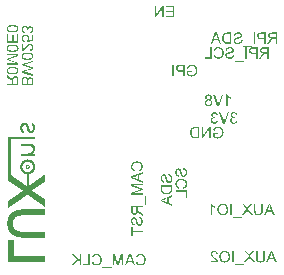
<source format=gbo>
G04*
G04 #@! TF.GenerationSoftware,Altium Limited,Altium Designer,20.0.13 (296)*
G04*
G04 Layer_Color=16777215*
%FSLAX44Y44*%
%MOMM*%
G71*
G01*
G75*
G36*
X28032Y133382D02*
X28319D01*
Y133342D01*
X28483D01*
Y133300D01*
X28647D01*
Y133259D01*
X28770D01*
Y133218D01*
X28852D01*
Y133177D01*
X28934D01*
Y133137D01*
X29057D01*
Y133096D01*
X29098D01*
Y133055D01*
X29180D01*
Y133013D01*
X29262D01*
Y132972D01*
X29303D01*
Y132931D01*
X29385D01*
Y132891D01*
X29426D01*
Y132850D01*
X29467D01*
Y132809D01*
X29549D01*
Y132767D01*
X29590D01*
Y132726D01*
X29631D01*
Y132685D01*
X29672D01*
Y132645D01*
X29713D01*
Y132604D01*
X29754D01*
Y132563D01*
X29795D01*
Y132521D01*
X29836D01*
Y132480D01*
X29877D01*
Y132439D01*
X29918D01*
Y132399D01*
X29959D01*
Y132358D01*
X30000D01*
Y132275D01*
X30041D01*
Y132234D01*
X30082D01*
Y132193D01*
X30123D01*
Y132112D01*
X30164D01*
Y132029D01*
X30205D01*
Y131988D01*
X30246D01*
Y131906D01*
X30287D01*
Y131866D01*
X30328D01*
Y131784D01*
X30369D01*
Y131701D01*
X30410D01*
Y131620D01*
X30451D01*
Y131538D01*
X30492D01*
Y131414D01*
X30533D01*
Y131333D01*
X30574D01*
Y131209D01*
X30615D01*
Y131128D01*
X30656D01*
Y131004D01*
X30697D01*
Y130882D01*
X30738D01*
Y130759D01*
X30779D01*
Y130595D01*
X30820D01*
Y130431D01*
X30861D01*
Y130267D01*
X30902D01*
Y130103D01*
X30943D01*
Y129980D01*
X30984D01*
Y129775D01*
X31025D01*
Y129570D01*
X31066D01*
Y129324D01*
X31107D01*
Y129160D01*
X31148D01*
Y128955D01*
X31189D01*
Y128791D01*
X31230D01*
Y128627D01*
X31271D01*
Y128463D01*
X31312D01*
Y128340D01*
X31353D01*
Y128176D01*
X31394D01*
Y128094D01*
X31435D01*
Y127971D01*
X31476D01*
Y127848D01*
X31517D01*
Y127725D01*
X31558D01*
Y127643D01*
X31599D01*
Y127561D01*
X31640D01*
Y127479D01*
X31681D01*
Y127397D01*
X31722D01*
Y127315D01*
X31763D01*
Y127233D01*
X31804D01*
Y127192D01*
X31845D01*
Y127110D01*
X31886D01*
Y127069D01*
X31927D01*
Y127028D01*
X31968D01*
Y126987D01*
X32009D01*
Y126905D01*
X32050D01*
Y126864D01*
X32091D01*
Y126823D01*
X32173D01*
Y126782D01*
X32214D01*
Y126741D01*
X32296D01*
Y126700D01*
X32337D01*
Y126659D01*
X32460D01*
Y126618D01*
X32665D01*
Y126577D01*
X32911D01*
Y126618D01*
X33116D01*
Y126659D01*
X33239D01*
Y126700D01*
X33321D01*
Y126741D01*
X33403D01*
Y126782D01*
X33485D01*
Y126823D01*
X33526D01*
Y126864D01*
X33608D01*
Y126905D01*
X33649D01*
Y126946D01*
X33690D01*
Y126987D01*
X33731D01*
Y127028D01*
X33772D01*
Y127069D01*
X33813D01*
Y127110D01*
X33854D01*
Y127151D01*
X33895D01*
Y127233D01*
X33936D01*
Y127274D01*
X33977D01*
Y127315D01*
X34018D01*
Y127397D01*
X34059D01*
Y127479D01*
X34100D01*
Y127561D01*
X34141D01*
Y127643D01*
X34182D01*
Y127766D01*
X34223D01*
Y127848D01*
X34264D01*
Y127971D01*
X34305D01*
Y128135D01*
X34346D01*
Y128340D01*
X34387D01*
Y128668D01*
X34428D01*
Y129160D01*
X34387D01*
Y129529D01*
X34346D01*
Y129693D01*
X34305D01*
Y129857D01*
X34264D01*
Y129980D01*
X34223D01*
Y130062D01*
X34182D01*
Y130185D01*
X34141D01*
Y130267D01*
X34100D01*
Y130349D01*
X34059D01*
Y130390D01*
X34018D01*
Y130472D01*
X33977D01*
Y130513D01*
X33936D01*
Y130595D01*
X33895D01*
Y130636D01*
X33854D01*
Y130677D01*
X33813D01*
Y130759D01*
X33772D01*
Y130800D01*
X33731D01*
Y130841D01*
X33690D01*
Y130882D01*
X33649D01*
Y130923D01*
X33608D01*
Y130964D01*
X33567D01*
Y131004D01*
X33526D01*
Y131046D01*
X33485D01*
Y131087D01*
X33444D01*
Y131128D01*
X33403D01*
Y131168D01*
X33321D01*
Y131209D01*
X33280D01*
Y131250D01*
X33239D01*
Y131292D01*
X33157D01*
Y131333D01*
X33116D01*
Y131374D01*
X33034D01*
Y131414D01*
X32993D01*
Y131455D01*
X33034D01*
Y131497D01*
X33075D01*
Y131579D01*
X33116D01*
Y131620D01*
X33157D01*
Y131701D01*
X33198D01*
Y131742D01*
X33239D01*
Y131825D01*
X33280D01*
Y131866D01*
X33321D01*
Y131947D01*
X33362D01*
Y131988D01*
X33403D01*
Y132071D01*
X33444D01*
Y132112D01*
X33485D01*
Y132193D01*
X33526D01*
Y132234D01*
X33567D01*
Y132317D01*
X33608D01*
Y132358D01*
X33649D01*
Y132439D01*
X33690D01*
Y132480D01*
X33731D01*
Y132563D01*
X33772D01*
Y132604D01*
X33813D01*
Y132685D01*
X33854D01*
Y132726D01*
X33895D01*
Y132809D01*
X33936D01*
Y132850D01*
X33977D01*
Y132931D01*
X34018D01*
Y132972D01*
X34059D01*
Y133055D01*
X34141D01*
Y133013D01*
X34182D01*
Y132972D01*
X34264D01*
Y132931D01*
X34346D01*
Y132891D01*
X34387D01*
Y132850D01*
X34469D01*
Y132809D01*
X34510D01*
Y132767D01*
X34592D01*
Y132726D01*
X34633D01*
Y132685D01*
X34674D01*
Y132645D01*
X34756D01*
Y132604D01*
X34797D01*
Y132563D01*
X34838D01*
Y132521D01*
X34879D01*
Y132480D01*
X34920D01*
Y132439D01*
X34961D01*
Y132399D01*
X35002D01*
Y132358D01*
X35043D01*
Y132317D01*
X35084D01*
Y132275D01*
X35125D01*
Y132234D01*
X35166D01*
Y132193D01*
X35207D01*
Y132153D01*
X35248D01*
Y132112D01*
X35289D01*
Y132029D01*
X35330D01*
Y131988D01*
X35371D01*
Y131947D01*
X35412D01*
Y131866D01*
X35453D01*
Y131825D01*
X35494D01*
Y131742D01*
X35535D01*
Y131701D01*
X35576D01*
Y131620D01*
X35617D01*
Y131538D01*
X35658D01*
Y131455D01*
X35699D01*
Y131374D01*
X35740D01*
Y131292D01*
X35781D01*
Y131209D01*
X35822D01*
Y131087D01*
X35863D01*
Y131004D01*
X35904D01*
Y130882D01*
X35945D01*
Y130759D01*
X35986D01*
Y130595D01*
X36027D01*
Y130472D01*
X36068D01*
Y130267D01*
X36109D01*
Y130103D01*
X36150D01*
Y129816D01*
X36191D01*
Y129365D01*
X36232D01*
Y128750D01*
X36191D01*
Y128299D01*
X36150D01*
Y128012D01*
X36109D01*
Y127807D01*
X36068D01*
Y127643D01*
X36027D01*
Y127479D01*
X35986D01*
Y127356D01*
X35945D01*
Y127192D01*
X35904D01*
Y127110D01*
X35863D01*
Y126987D01*
X35822D01*
Y126864D01*
X35781D01*
Y126782D01*
X35740D01*
Y126700D01*
X35699D01*
Y126618D01*
X35658D01*
Y126536D01*
X35617D01*
Y126454D01*
X35576D01*
Y126372D01*
X35535D01*
Y126290D01*
X35494D01*
Y126249D01*
X35453D01*
Y126167D01*
X35412D01*
Y126085D01*
X35371D01*
Y126044D01*
X35330D01*
Y125962D01*
X35289D01*
Y125921D01*
X35248D01*
Y125880D01*
X35207D01*
Y125798D01*
X35166D01*
Y125757D01*
X35125D01*
Y125716D01*
X35084D01*
Y125675D01*
X35043D01*
Y125634D01*
X35002D01*
Y125593D01*
X34961D01*
Y125552D01*
X34920D01*
Y125511D01*
X34879D01*
Y125470D01*
X34838D01*
Y125429D01*
X34797D01*
Y125388D01*
X34756D01*
Y125347D01*
X34715D01*
Y125306D01*
X34674D01*
Y125265D01*
X34592D01*
Y125224D01*
X34551D01*
Y125183D01*
X34469D01*
Y125142D01*
X34428D01*
Y125101D01*
X34387D01*
Y125060D01*
X34305D01*
Y125019D01*
X34223D01*
Y124978D01*
X34141D01*
Y124937D01*
X34059D01*
Y124896D01*
X33977D01*
Y124855D01*
X33854D01*
Y124814D01*
X33772D01*
Y124773D01*
X33608D01*
Y124732D01*
X33444D01*
Y124691D01*
X33239D01*
Y124650D01*
X32214D01*
Y124691D01*
X31968D01*
Y124732D01*
X31804D01*
Y124773D01*
X31681D01*
Y124814D01*
X31558D01*
Y124855D01*
X31435D01*
Y124896D01*
X31353D01*
Y124937D01*
X31271D01*
Y124978D01*
X31230D01*
Y125019D01*
X31148D01*
Y125060D01*
X31107D01*
Y125101D01*
X31025D01*
Y125142D01*
X30984D01*
Y125183D01*
X30943D01*
Y125224D01*
X30861D01*
Y125265D01*
X30820D01*
Y125306D01*
X30779D01*
Y125347D01*
X30738D01*
Y125388D01*
X30697D01*
Y125429D01*
X30656D01*
Y125470D01*
X30615D01*
Y125511D01*
X30574D01*
Y125552D01*
X30533D01*
Y125593D01*
X30492D01*
Y125675D01*
X30451D01*
Y125716D01*
X30410D01*
Y125757D01*
X30369D01*
Y125839D01*
X30328D01*
Y125880D01*
X30287D01*
Y125962D01*
X30246D01*
Y126003D01*
X30205D01*
Y126085D01*
X30164D01*
Y126167D01*
X30123D01*
Y126249D01*
X30082D01*
Y126331D01*
X30041D01*
Y126413D01*
X30000D01*
Y126495D01*
X29959D01*
Y126577D01*
X29918D01*
Y126700D01*
X29877D01*
Y126782D01*
X29836D01*
Y126905D01*
X29795D01*
Y127028D01*
X29754D01*
Y127151D01*
X29713D01*
Y127274D01*
X29672D01*
Y127438D01*
X29631D01*
Y127561D01*
X29590D01*
Y127725D01*
X29549D01*
Y127889D01*
X29508D01*
Y128053D01*
X29467D01*
Y128217D01*
X29426D01*
Y128381D01*
X29385D01*
Y128545D01*
X29344D01*
Y128750D01*
X29303D01*
Y128955D01*
X29262D01*
Y129119D01*
X29221D01*
Y129283D01*
X29180D01*
Y129447D01*
X29139D01*
Y129611D01*
X29098D01*
Y129775D01*
X29057D01*
Y129898D01*
X29016D01*
Y130021D01*
X28975D01*
Y130103D01*
X28934D01*
Y130226D01*
X28893D01*
Y130308D01*
X28852D01*
Y130390D01*
X28811D01*
Y130472D01*
X28770D01*
Y130513D01*
X28729D01*
Y130595D01*
X28688D01*
Y130677D01*
X28647D01*
Y130718D01*
X28606D01*
Y130759D01*
X28565D01*
Y130800D01*
X28524D01*
Y130882D01*
X28483D01*
Y130923D01*
X28442D01*
Y130964D01*
X28401D01*
Y131004D01*
X28319D01*
Y131046D01*
X28278D01*
Y131087D01*
X28237D01*
Y131128D01*
X28155D01*
Y131168D01*
X28114D01*
Y131209D01*
X27991D01*
Y131250D01*
X27868D01*
Y131292D01*
X27663D01*
Y131333D01*
X27212D01*
Y131292D01*
X27007D01*
Y131250D01*
X26884D01*
Y131209D01*
X26761D01*
Y131168D01*
X26679D01*
Y131128D01*
X26638D01*
Y131087D01*
X26556D01*
Y131046D01*
X26515D01*
Y131004D01*
X26474D01*
Y130964D01*
X26433D01*
Y130923D01*
X26351D01*
Y130882D01*
X26310D01*
Y130841D01*
X26269D01*
Y130759D01*
X26228D01*
Y130718D01*
X26187D01*
Y130677D01*
X26146D01*
Y130636D01*
X26105D01*
Y130554D01*
X26064D01*
Y130513D01*
X26023D01*
Y130431D01*
X25982D01*
Y130349D01*
X25941D01*
Y130267D01*
X25900D01*
Y130185D01*
X25859D01*
Y130062D01*
X25818D01*
Y129939D01*
X25777D01*
Y129816D01*
X25736D01*
Y129652D01*
X25695D01*
Y129447D01*
X25654D01*
Y129119D01*
X25613D01*
Y128299D01*
X25654D01*
Y127971D01*
X25695D01*
Y127766D01*
X25736D01*
Y127602D01*
X25777D01*
Y127479D01*
X25818D01*
Y127356D01*
X25859D01*
Y127274D01*
X25900D01*
Y127192D01*
X25941D01*
Y127110D01*
X25982D01*
Y127028D01*
X26023D01*
Y126946D01*
X26064D01*
Y126905D01*
X26105D01*
Y126823D01*
X26146D01*
Y126782D01*
X26187D01*
Y126700D01*
X26228D01*
Y126659D01*
X26269D01*
Y126618D01*
X26310D01*
Y126536D01*
X26351D01*
Y126495D01*
X26392D01*
Y126454D01*
X26433D01*
Y126413D01*
X26474D01*
Y126372D01*
X26515D01*
Y126331D01*
X26556D01*
Y126249D01*
X26597D01*
Y126208D01*
X26638D01*
Y126167D01*
X26679D01*
Y126126D01*
X26720D01*
Y126085D01*
X26761D01*
Y126044D01*
X26802D01*
Y126003D01*
X26843D01*
Y125962D01*
X26925D01*
Y125921D01*
X26966D01*
Y125880D01*
X27007D01*
Y125839D01*
X27048D01*
Y125798D01*
X27089D01*
Y125757D01*
X27130D01*
Y125716D01*
X27171D01*
Y125634D01*
X27130D01*
Y125552D01*
X27089D01*
Y125511D01*
X27048D01*
Y125470D01*
X27007D01*
Y125429D01*
X26966D01*
Y125347D01*
X26925D01*
Y125306D01*
X26884D01*
Y125265D01*
X26843D01*
Y125183D01*
X26802D01*
Y125142D01*
X26761D01*
Y125101D01*
X26720D01*
Y125060D01*
X26679D01*
Y124978D01*
X26638D01*
Y124937D01*
X26597D01*
Y124896D01*
X26556D01*
Y124814D01*
X26515D01*
Y124773D01*
X26474D01*
Y124732D01*
X26433D01*
Y124650D01*
X26392D01*
Y124609D01*
X26351D01*
Y124568D01*
X26310D01*
Y124527D01*
X26269D01*
Y124445D01*
X26228D01*
Y124404D01*
X26187D01*
Y124363D01*
X26146D01*
Y124281D01*
X26105D01*
Y124240D01*
X26064D01*
Y124199D01*
X26023D01*
Y124158D01*
X25941D01*
Y124199D01*
X25859D01*
Y124240D01*
X25818D01*
Y124281D01*
X25777D01*
Y124322D01*
X25695D01*
Y124363D01*
X25654D01*
Y124404D01*
X25613D01*
Y124445D01*
X25572D01*
Y124486D01*
X25490D01*
Y124527D01*
X25449D01*
Y124568D01*
X25408D01*
Y124609D01*
X25367D01*
Y124650D01*
X25326D01*
Y124691D01*
X25285D01*
Y124732D01*
X25244D01*
Y124773D01*
X25203D01*
Y124814D01*
X25162D01*
Y124855D01*
X25121D01*
Y124896D01*
X25080D01*
Y124937D01*
X25039D01*
Y124978D01*
X24998D01*
Y125019D01*
X24957D01*
Y125060D01*
X24916D01*
Y125101D01*
X24875D01*
Y125142D01*
X24834D01*
Y125224D01*
X24793D01*
Y125265D01*
X24752D01*
Y125306D01*
X24711D01*
Y125388D01*
X24670D01*
Y125429D01*
X24629D01*
Y125511D01*
X24588D01*
Y125552D01*
X24547D01*
Y125634D01*
X24506D01*
Y125675D01*
X24465D01*
Y125757D01*
X24424D01*
Y125839D01*
X24383D01*
Y125921D01*
X24342D01*
Y126003D01*
X24301D01*
Y126085D01*
X24260D01*
Y126208D01*
X24219D01*
Y126290D01*
X24178D01*
Y126413D01*
X24137D01*
Y126536D01*
X24096D01*
Y126659D01*
X24055D01*
Y126823D01*
X24014D01*
Y126987D01*
X23973D01*
Y127151D01*
X23932D01*
Y127397D01*
X23891D01*
Y127643D01*
X23850D01*
Y128094D01*
X23809D01*
Y129324D01*
X23850D01*
Y129693D01*
X23891D01*
Y129980D01*
X23932D01*
Y130185D01*
X23973D01*
Y130390D01*
X24014D01*
Y130554D01*
X24055D01*
Y130718D01*
X24096D01*
Y130841D01*
X24137D01*
Y130964D01*
X24178D01*
Y131087D01*
X24219D01*
Y131168D01*
X24260D01*
Y131250D01*
X24301D01*
Y131374D01*
X24342D01*
Y131455D01*
X24383D01*
Y131538D01*
X24424D01*
Y131620D01*
X24465D01*
Y131701D01*
X24506D01*
Y131742D01*
X24547D01*
Y131825D01*
X24588D01*
Y131906D01*
X24629D01*
Y131947D01*
X24670D01*
Y132029D01*
X24711D01*
Y132071D01*
X24752D01*
Y132153D01*
X24793D01*
Y132193D01*
X24834D01*
Y132234D01*
X24875D01*
Y132275D01*
X24916D01*
Y132317D01*
X24957D01*
Y132399D01*
X24998D01*
Y132439D01*
X25039D01*
Y132480D01*
X25080D01*
Y132521D01*
X25121D01*
Y132563D01*
X25162D01*
Y132604D01*
X25244D01*
Y132645D01*
X25285D01*
Y132685D01*
X25326D01*
Y132726D01*
X25367D01*
Y132767D01*
X25408D01*
Y132809D01*
X25490D01*
Y132850D01*
X25531D01*
Y132891D01*
X25613D01*
Y132931D01*
X25654D01*
Y132972D01*
X25736D01*
Y133013D01*
X25777D01*
Y133055D01*
X25859D01*
Y133096D01*
X25941D01*
Y133137D01*
X26023D01*
Y133177D01*
X26146D01*
Y133218D01*
X26269D01*
Y133259D01*
X26351D01*
Y133300D01*
X26556D01*
Y133342D01*
X26720D01*
Y133382D01*
X27007D01*
Y133423D01*
X28032D01*
Y133382D01*
D02*
G37*
G36*
X31886Y115589D02*
X32337D01*
Y115548D01*
X32665D01*
Y115507D01*
X32829D01*
Y115466D01*
X33034D01*
Y115425D01*
X33198D01*
Y115384D01*
X33362D01*
Y115343D01*
X33485D01*
Y115302D01*
X33608D01*
Y115261D01*
X33731D01*
Y115220D01*
X33813D01*
Y115179D01*
X33895D01*
Y115138D01*
X34018D01*
Y115097D01*
X34100D01*
Y115056D01*
X34182D01*
Y115015D01*
X34223D01*
Y114974D01*
X34305D01*
Y114933D01*
X34387D01*
Y114892D01*
X34428D01*
Y114851D01*
X34510D01*
Y114810D01*
X34551D01*
Y114769D01*
X34633D01*
Y114728D01*
X34674D01*
Y114687D01*
X34756D01*
Y114646D01*
X34797D01*
Y114605D01*
X34838D01*
Y114564D01*
X34879D01*
Y114523D01*
X34920D01*
Y114482D01*
X34961D01*
Y114441D01*
X35002D01*
Y114400D01*
X35043D01*
Y114359D01*
X35084D01*
Y114318D01*
X35125D01*
Y114277D01*
X35166D01*
Y114236D01*
X35207D01*
Y114195D01*
X35248D01*
Y114154D01*
X35289D01*
Y114113D01*
X35330D01*
Y114031D01*
X35371D01*
Y113990D01*
X35412D01*
Y113949D01*
X35453D01*
Y113867D01*
X35494D01*
Y113826D01*
X35535D01*
Y113744D01*
X35576D01*
Y113703D01*
X35617D01*
Y113621D01*
X35658D01*
Y113539D01*
X35699D01*
Y113457D01*
X35740D01*
Y113375D01*
X35781D01*
Y113293D01*
X35822D01*
Y113211D01*
X35863D01*
Y113129D01*
X35904D01*
Y113006D01*
X35945D01*
Y112883D01*
X35986D01*
Y112760D01*
X36027D01*
Y112596D01*
X36068D01*
Y112432D01*
X36109D01*
Y112227D01*
X36150D01*
Y111981D01*
X36191D01*
Y111489D01*
X36232D01*
Y110833D01*
X36191D01*
Y110423D01*
X36150D01*
Y110177D01*
X36109D01*
Y109972D01*
X36068D01*
Y109850D01*
X36027D01*
Y109685D01*
X35986D01*
Y109562D01*
X35945D01*
Y109439D01*
X35904D01*
Y109357D01*
X35863D01*
Y109235D01*
X35822D01*
Y109152D01*
X35781D01*
Y109071D01*
X35740D01*
Y108989D01*
X35699D01*
Y108906D01*
X35658D01*
Y108825D01*
X35617D01*
Y108743D01*
X35576D01*
Y108701D01*
X35535D01*
Y108619D01*
X35494D01*
Y108538D01*
X35453D01*
Y108497D01*
X35412D01*
Y108455D01*
X35371D01*
Y108373D01*
X35330D01*
Y108333D01*
X35289D01*
Y108251D01*
X35248D01*
Y108209D01*
X35207D01*
Y108168D01*
X35166D01*
Y108127D01*
X35125D01*
Y108087D01*
X35084D01*
Y108005D01*
X35043D01*
Y107963D01*
X35002D01*
Y107922D01*
X34961D01*
Y107881D01*
X34920D01*
Y107841D01*
X34879D01*
Y107800D01*
X34838D01*
Y107759D01*
X34756D01*
Y107718D01*
X34715D01*
Y107676D01*
X34674D01*
Y107635D01*
X34633D01*
Y107594D01*
X34592D01*
Y107554D01*
X34510D01*
Y107513D01*
X34469D01*
Y107472D01*
X34387D01*
Y107430D01*
X34346D01*
Y107390D01*
X34264D01*
Y107348D01*
X34223D01*
Y107308D01*
X34141D01*
Y107267D01*
X34059D01*
Y107226D01*
X33977D01*
Y107143D01*
X34756D01*
Y107103D01*
X35904D01*
Y105217D01*
X35617D01*
Y105258D01*
X34756D01*
Y105299D01*
X33936D01*
Y105340D01*
X24096D01*
Y107308D01*
X30656D01*
Y107348D01*
X31025D01*
Y107390D01*
X31271D01*
Y107430D01*
X31476D01*
Y107472D01*
X31640D01*
Y107513D01*
X31804D01*
Y107554D01*
X31968D01*
Y107594D01*
X32050D01*
Y107635D01*
X32173D01*
Y107676D01*
X32296D01*
Y107718D01*
X32378D01*
Y107759D01*
X32501D01*
Y107800D01*
X32583D01*
Y107841D01*
X32665D01*
Y107881D01*
X32747D01*
Y107922D01*
X32788D01*
Y107963D01*
X32870D01*
Y108005D01*
X32952D01*
Y108046D01*
X32993D01*
Y108087D01*
X33075D01*
Y108127D01*
X33116D01*
Y108168D01*
X33198D01*
Y108209D01*
X33239D01*
Y108251D01*
X33280D01*
Y108292D01*
X33321D01*
Y108333D01*
X33362D01*
Y108373D01*
X33403D01*
Y108414D01*
X33485D01*
Y108455D01*
X33526D01*
Y108497D01*
X33567D01*
Y108538D01*
X33608D01*
Y108619D01*
X33649D01*
Y108660D01*
X33690D01*
Y108701D01*
X33731D01*
Y108743D01*
X33772D01*
Y108825D01*
X33813D01*
Y108865D01*
X33854D01*
Y108947D01*
X33895D01*
Y108989D01*
X33936D01*
Y109071D01*
X33977D01*
Y109111D01*
X34018D01*
Y109193D01*
X34059D01*
Y109276D01*
X34100D01*
Y109398D01*
X34141D01*
Y109480D01*
X34182D01*
Y109604D01*
X34223D01*
Y109726D01*
X34264D01*
Y109850D01*
X34305D01*
Y110055D01*
X34346D01*
Y110259D01*
X34387D01*
Y110669D01*
X34428D01*
Y111202D01*
X34387D01*
Y111571D01*
X34346D01*
Y111776D01*
X34305D01*
Y111940D01*
X34264D01*
Y112063D01*
X34223D01*
Y112145D01*
X34182D01*
Y112268D01*
X34141D01*
Y112350D01*
X34100D01*
Y112391D01*
X34059D01*
Y112473D01*
X34018D01*
Y112555D01*
X33977D01*
Y112596D01*
X33936D01*
Y112637D01*
X33895D01*
Y112719D01*
X33854D01*
Y112760D01*
X33813D01*
Y112801D01*
X33772D01*
Y112842D01*
X33731D01*
Y112883D01*
X33690D01*
Y112924D01*
X33649D01*
Y112965D01*
X33608D01*
Y113006D01*
X33526D01*
Y113047D01*
X33485D01*
Y113088D01*
X33403D01*
Y113129D01*
X33362D01*
Y113170D01*
X33280D01*
Y113211D01*
X33239D01*
Y113252D01*
X33157D01*
Y113293D01*
X33034D01*
Y113334D01*
X32952D01*
Y113375D01*
X32870D01*
Y113416D01*
X32747D01*
Y113457D01*
X32624D01*
Y113498D01*
X32501D01*
Y113539D01*
X32337D01*
Y113580D01*
X32091D01*
Y113621D01*
X31804D01*
Y113662D01*
X24096D01*
Y115630D01*
X31886D01*
Y115589D01*
D02*
G37*
G36*
X35904Y119566D02*
X15569D01*
Y89268D01*
X15610D01*
Y89227D01*
X15651D01*
Y89186D01*
X15733D01*
Y89145D01*
X15774D01*
Y89104D01*
X15815D01*
Y89063D01*
X15897D01*
Y89022D01*
X15938D01*
Y88981D01*
X16020D01*
Y88940D01*
X16061D01*
Y88899D01*
X16143D01*
Y88858D01*
X16184D01*
Y88817D01*
X16225D01*
Y88776D01*
X16307D01*
Y88735D01*
X16348D01*
Y88694D01*
X16430D01*
Y88653D01*
X16471D01*
Y88612D01*
X16553D01*
Y88571D01*
X16594D01*
Y88530D01*
X16635D01*
Y88489D01*
X16717D01*
Y88448D01*
X16758D01*
Y88407D01*
X16840D01*
Y88366D01*
X16881D01*
Y88325D01*
X16962D01*
Y88284D01*
X17004D01*
Y88243D01*
X17085D01*
Y88202D01*
X17126D01*
Y88161D01*
X17168D01*
Y88120D01*
X17249D01*
Y88079D01*
X17291D01*
Y88038D01*
X17372D01*
Y87997D01*
X17414D01*
Y87956D01*
X17495D01*
Y87915D01*
X17536D01*
Y87874D01*
X17578D01*
Y87833D01*
X17659D01*
Y87792D01*
X17701D01*
Y87751D01*
X17782D01*
Y87710D01*
X17823D01*
Y87669D01*
X17905D01*
Y87628D01*
X17946D01*
Y87587D01*
X17988D01*
Y87546D01*
X18069D01*
Y87505D01*
X18111D01*
Y87464D01*
X18192D01*
Y87423D01*
X18233D01*
Y87382D01*
X18316D01*
Y87341D01*
X18356D01*
Y87300D01*
X18398D01*
Y87259D01*
X18479D01*
Y87218D01*
X18520D01*
Y87177D01*
X18602D01*
Y87136D01*
X18643D01*
Y87095D01*
X18726D01*
Y87054D01*
X18766D01*
Y87013D01*
X18807D01*
Y86972D01*
X18889D01*
Y86931D01*
X18930D01*
Y86890D01*
X19013D01*
Y86849D01*
X19053D01*
Y86808D01*
X19136D01*
Y86767D01*
X19176D01*
Y86726D01*
X19217D01*
Y86685D01*
X19299D01*
Y86644D01*
X19340D01*
Y86603D01*
X19423D01*
Y86562D01*
X19463D01*
Y86521D01*
X19545D01*
Y86480D01*
X19586D01*
Y86439D01*
X19627D01*
Y86398D01*
X19709D01*
Y86357D01*
X19750D01*
Y86316D01*
X19832D01*
Y86275D01*
X19873D01*
Y86234D01*
X19955D01*
Y86194D01*
X19996D01*
Y86152D01*
X20037D01*
Y86111D01*
X20119D01*
Y86070D01*
X20160D01*
Y86029D01*
X20242D01*
Y85988D01*
X20283D01*
Y85948D01*
X20365D01*
Y85906D01*
X20406D01*
Y85865D01*
X20447D01*
Y85824D01*
X20529D01*
Y85783D01*
X20570D01*
Y85743D01*
X20652D01*
Y85702D01*
X20693D01*
Y85660D01*
X20775D01*
Y85619D01*
X20816D01*
Y85578D01*
X20857D01*
Y85538D01*
X20939D01*
Y85497D01*
X20980D01*
Y85456D01*
X21062D01*
Y85414D01*
X21103D01*
Y85373D01*
X21185D01*
Y85332D01*
X21226D01*
Y85291D01*
X21267D01*
Y85251D01*
X21349D01*
Y85210D01*
X21390D01*
Y85169D01*
X21472D01*
Y85127D01*
X21513D01*
Y85086D01*
X21595D01*
Y85045D01*
X21636D01*
Y85005D01*
X21677D01*
Y84964D01*
X21759D01*
Y84923D01*
X21800D01*
Y84881D01*
X21882D01*
Y84840D01*
X21923D01*
Y84799D01*
X22005D01*
Y84759D01*
X22046D01*
Y84718D01*
X22087D01*
Y84677D01*
X22169D01*
Y84635D01*
X22210D01*
Y84594D01*
X22292D01*
Y84553D01*
X22333D01*
Y84513D01*
X22415D01*
Y84472D01*
X22456D01*
Y84431D01*
X22497D01*
Y84389D01*
X22579D01*
Y84348D01*
X22620D01*
Y84307D01*
X22702D01*
Y84267D01*
X22743D01*
Y84226D01*
X22825D01*
Y84185D01*
X22866D01*
Y84143D01*
X22907D01*
Y84102D01*
X22989D01*
Y84061D01*
X23030D01*
Y84021D01*
X23112D01*
Y83980D01*
X23153D01*
Y83939D01*
X23235D01*
Y83897D01*
X23276D01*
Y83856D01*
X23317D01*
Y83815D01*
X23399D01*
Y83774D01*
X23440D01*
Y83734D01*
X23522D01*
Y83693D01*
X23563D01*
Y83652D01*
X23645D01*
Y83611D01*
X23686D01*
Y83570D01*
X23727D01*
Y83529D01*
X23809D01*
Y83488D01*
X23850D01*
Y83447D01*
X23932D01*
Y83406D01*
X23973D01*
Y83365D01*
X24055D01*
Y83324D01*
X24096D01*
Y83283D01*
X24137D01*
Y83242D01*
X24219D01*
Y83201D01*
X24260D01*
Y83160D01*
X24342D01*
Y83119D01*
X24383D01*
Y83078D01*
X24465D01*
Y83037D01*
X24506D01*
Y82996D01*
X24547D01*
Y82955D01*
X24629D01*
Y82914D01*
X24670D01*
Y82873D01*
X24752D01*
Y82832D01*
X24793D01*
Y82791D01*
X24875D01*
Y82750D01*
X24916D01*
Y82709D01*
X24957D01*
Y82668D01*
X25039D01*
Y82627D01*
X25080D01*
Y82586D01*
X25162D01*
Y82545D01*
X25203D01*
Y82504D01*
X25285D01*
Y82463D01*
X25326D01*
Y82422D01*
X25367D01*
Y82381D01*
X25449D01*
Y82340D01*
X25490D01*
Y82299D01*
X25572D01*
Y82258D01*
X25613D01*
Y82217D01*
X25695D01*
Y82176D01*
X25736D01*
Y82135D01*
X25777D01*
Y82094D01*
X25859D01*
Y82053D01*
X25900D01*
Y82012D01*
X25982D01*
Y81971D01*
X26023D01*
Y81930D01*
X26105D01*
Y81889D01*
X26146D01*
Y81848D01*
X26187D01*
Y81807D01*
X26269D01*
Y81766D01*
X26310D01*
Y81725D01*
X26392D01*
Y81684D01*
X26433D01*
Y81643D01*
X26515D01*
Y81602D01*
X26556D01*
Y81561D01*
X26597D01*
Y81520D01*
X26679D01*
Y81479D01*
X26720D01*
Y81438D01*
X26802D01*
Y81397D01*
X26843D01*
Y81356D01*
X26925D01*
Y81315D01*
X26966D01*
Y81274D01*
X27007D01*
Y81233D01*
X27089D01*
Y81192D01*
X27130D01*
Y81151D01*
X27212D01*
Y81110D01*
X27253D01*
Y81069D01*
X27335D01*
Y81028D01*
X27376D01*
Y80987D01*
X27417D01*
Y80946D01*
X27499D01*
Y80905D01*
X27540D01*
Y80864D01*
X27622D01*
Y80823D01*
X27663D01*
Y80782D01*
X27745D01*
Y80741D01*
X27786D01*
Y80700D01*
X27827D01*
Y80659D01*
X27909D01*
Y80618D01*
X27950D01*
Y80577D01*
X28032D01*
Y80536D01*
X28073D01*
Y80495D01*
X28155D01*
Y80454D01*
X28196D01*
Y80413D01*
X28237D01*
Y80372D01*
X28319D01*
Y80331D01*
X28360D01*
Y80290D01*
X28442D01*
Y80249D01*
X28483D01*
Y80208D01*
X28565D01*
Y80167D01*
X28606D01*
Y80126D01*
X28647D01*
Y80085D01*
X28729D01*
Y80044D01*
X28770D01*
Y80003D01*
X28852D01*
Y79962D01*
X28893D01*
Y79921D01*
X28975D01*
Y79880D01*
X29057D01*
Y89719D01*
X28893D01*
Y89760D01*
X28647D01*
Y89801D01*
X28442D01*
Y89842D01*
X28278D01*
Y89883D01*
X28114D01*
Y89924D01*
X27991D01*
Y89965D01*
X27868D01*
Y90006D01*
X27745D01*
Y90047D01*
X27622D01*
Y90088D01*
X27540D01*
Y90129D01*
X27417D01*
Y90170D01*
X27335D01*
Y90211D01*
X27253D01*
Y90252D01*
X27171D01*
Y90293D01*
X27089D01*
Y90334D01*
X27007D01*
Y90375D01*
X26925D01*
Y90416D01*
X26843D01*
Y90457D01*
X26802D01*
Y90498D01*
X26720D01*
Y90539D01*
X26638D01*
Y90580D01*
X26597D01*
Y90621D01*
X26515D01*
Y90662D01*
X26474D01*
Y90703D01*
X26392D01*
Y90744D01*
X26351D01*
Y90785D01*
X26269D01*
Y90826D01*
X26228D01*
Y90867D01*
X26146D01*
Y90908D01*
X26105D01*
Y90949D01*
X26064D01*
Y90990D01*
X26023D01*
Y91031D01*
X25982D01*
Y91072D01*
X25900D01*
Y91113D01*
X25859D01*
Y91154D01*
X25818D01*
Y91195D01*
X25777D01*
Y91236D01*
X25736D01*
Y91277D01*
X25695D01*
Y91318D01*
X25654D01*
Y91359D01*
X25613D01*
Y91400D01*
X25531D01*
Y91482D01*
X25490D01*
Y91523D01*
X25449D01*
Y91564D01*
X25408D01*
Y91605D01*
X25367D01*
Y91646D01*
X25326D01*
Y91687D01*
X25285D01*
Y91728D01*
X25244D01*
Y91769D01*
X25203D01*
Y91851D01*
X25162D01*
Y91892D01*
X25121D01*
Y91933D01*
X25080D01*
Y91974D01*
X25039D01*
Y92056D01*
X24998D01*
Y92097D01*
X24957D01*
Y92138D01*
X24916D01*
Y92220D01*
X24875D01*
Y92302D01*
X24834D01*
Y92343D01*
X24793D01*
Y92425D01*
X24752D01*
Y92466D01*
X24711D01*
Y92548D01*
X24670D01*
Y92589D01*
X24629D01*
Y92671D01*
X24588D01*
Y92753D01*
X24547D01*
Y92835D01*
X24506D01*
Y92917D01*
X24465D01*
Y92999D01*
X24424D01*
Y93081D01*
X24383D01*
Y93163D01*
X24342D01*
Y93286D01*
X24301D01*
Y93368D01*
X24260D01*
Y93491D01*
X24219D01*
Y93614D01*
X24178D01*
Y93737D01*
X24137D01*
Y93860D01*
X24096D01*
Y93983D01*
X24055D01*
Y94147D01*
X24014D01*
Y94270D01*
X23973D01*
Y94475D01*
X23932D01*
Y94721D01*
X23891D01*
Y94926D01*
X23850D01*
Y95418D01*
X23809D01*
Y96525D01*
X23850D01*
Y96976D01*
X23891D01*
Y97181D01*
X23932D01*
Y97427D01*
X23973D01*
Y97632D01*
X24014D01*
Y97796D01*
X24055D01*
Y97919D01*
X24096D01*
Y98083D01*
X24137D01*
Y98206D01*
X24178D01*
Y98329D01*
X24219D01*
Y98411D01*
X24260D01*
Y98534D01*
X24301D01*
Y98616D01*
X24342D01*
Y98739D01*
X24383D01*
Y98821D01*
X24424D01*
Y98903D01*
X24465D01*
Y98985D01*
X24506D01*
Y99067D01*
X24547D01*
Y99149D01*
X24588D01*
Y99231D01*
X24629D01*
Y99313D01*
X24670D01*
Y99354D01*
X24711D01*
Y99436D01*
X24752D01*
Y99518D01*
X24793D01*
Y99559D01*
X24834D01*
Y99641D01*
X24875D01*
Y99682D01*
X24916D01*
Y99764D01*
X24957D01*
Y99805D01*
X24998D01*
Y99887D01*
X25039D01*
Y99928D01*
X25080D01*
Y99969D01*
X25121D01*
Y100010D01*
X25162D01*
Y100092D01*
X25203D01*
Y100133D01*
X25244D01*
Y100174D01*
X25285D01*
Y100215D01*
X25326D01*
Y100297D01*
X25367D01*
Y100338D01*
X25408D01*
Y100379D01*
X25449D01*
Y100420D01*
X25490D01*
Y100461D01*
X25531D01*
Y100502D01*
X25572D01*
Y100543D01*
X25613D01*
Y100584D01*
X25654D01*
Y100625D01*
X25695D01*
Y100666D01*
X25736D01*
Y100707D01*
X25818D01*
Y100748D01*
X25859D01*
Y100789D01*
X25900D01*
Y100830D01*
X25941D01*
Y100871D01*
X25982D01*
Y100912D01*
X26064D01*
Y100953D01*
X26105D01*
Y100994D01*
X26146D01*
Y101035D01*
X26187D01*
Y101076D01*
X26269D01*
Y101117D01*
X26310D01*
Y101158D01*
X26392D01*
Y101199D01*
X26433D01*
Y101240D01*
X26515D01*
Y101281D01*
X26556D01*
Y101322D01*
X26638D01*
Y101363D01*
X26679D01*
Y101404D01*
X26761D01*
Y101445D01*
X26843D01*
Y101486D01*
X26925D01*
Y101527D01*
X27007D01*
Y101568D01*
X27089D01*
Y101609D01*
X27130D01*
Y101650D01*
X27212D01*
Y101691D01*
X27335D01*
Y101732D01*
X27417D01*
Y101773D01*
X27499D01*
Y101814D01*
X27622D01*
Y101855D01*
X27704D01*
Y101896D01*
X27827D01*
Y101937D01*
X27950D01*
Y101978D01*
X28073D01*
Y102019D01*
X28237D01*
Y102060D01*
X28401D01*
Y102101D01*
X28565D01*
Y102142D01*
X28811D01*
Y102183D01*
X29057D01*
Y102224D01*
X29508D01*
Y102265D01*
X30533D01*
Y102224D01*
X30943D01*
Y102183D01*
X31230D01*
Y102142D01*
X31435D01*
Y102101D01*
X31640D01*
Y102060D01*
X31804D01*
Y102019D01*
X31927D01*
Y101978D01*
X32091D01*
Y101937D01*
X32214D01*
Y101896D01*
X32296D01*
Y101855D01*
X32419D01*
Y101814D01*
X32501D01*
Y101773D01*
X32624D01*
Y101732D01*
X32706D01*
Y101691D01*
X32788D01*
Y101650D01*
X32870D01*
Y101609D01*
X32952D01*
Y101568D01*
X33034D01*
Y101527D01*
X33116D01*
Y101486D01*
X33198D01*
Y101445D01*
X33280D01*
Y101404D01*
X33321D01*
Y101363D01*
X33403D01*
Y101322D01*
X33444D01*
Y101281D01*
X33526D01*
Y101240D01*
X33567D01*
Y101199D01*
X33649D01*
Y101158D01*
X33690D01*
Y101117D01*
X33772D01*
Y101076D01*
X33813D01*
Y101035D01*
X33895D01*
Y100994D01*
X33936D01*
Y100953D01*
X33977D01*
Y100912D01*
X34018D01*
Y100871D01*
X34059D01*
Y100830D01*
X34141D01*
Y100789D01*
X34182D01*
Y100748D01*
X34223D01*
Y100707D01*
X34264D01*
Y100666D01*
X34305D01*
Y100625D01*
X34346D01*
Y100584D01*
X34387D01*
Y100543D01*
X34428D01*
Y100502D01*
X34469D01*
Y100461D01*
X34510D01*
Y100420D01*
X34551D01*
Y100379D01*
X34592D01*
Y100338D01*
X34633D01*
Y100297D01*
X34674D01*
Y100256D01*
X34715D01*
Y100215D01*
X34756D01*
Y100174D01*
X34797D01*
Y100092D01*
X34838D01*
Y100051D01*
X34879D01*
Y100010D01*
X34920D01*
Y99969D01*
X34961D01*
Y99887D01*
X35002D01*
Y99846D01*
X35043D01*
Y99805D01*
X35084D01*
Y99723D01*
X35125D01*
Y99682D01*
X35166D01*
Y99600D01*
X35207D01*
Y99559D01*
X35248D01*
Y99477D01*
X35289D01*
Y99395D01*
X35330D01*
Y99354D01*
X35371D01*
Y99272D01*
X35412D01*
Y99190D01*
X35453D01*
Y99108D01*
X35494D01*
Y99026D01*
X35535D01*
Y98944D01*
X35576D01*
Y98862D01*
X35617D01*
Y98780D01*
X35658D01*
Y98698D01*
X35699D01*
Y98616D01*
X35740D01*
Y98493D01*
X35781D01*
Y98370D01*
X35822D01*
Y98288D01*
X35863D01*
Y98165D01*
X35904D01*
Y98042D01*
X35945D01*
Y97878D01*
X35986D01*
Y97714D01*
X36027D01*
Y97591D01*
X36068D01*
Y97345D01*
X36109D01*
Y97099D01*
X36150D01*
Y96812D01*
X36191D01*
Y96361D01*
X36232D01*
Y95582D01*
X36191D01*
Y95090D01*
X36150D01*
Y94803D01*
X36109D01*
Y94557D01*
X36068D01*
Y94352D01*
X36027D01*
Y94188D01*
X35986D01*
Y94024D01*
X35945D01*
Y93901D01*
X35904D01*
Y93778D01*
X35863D01*
Y93655D01*
X35822D01*
Y93532D01*
X35781D01*
Y93409D01*
X35740D01*
Y93327D01*
X35699D01*
Y93204D01*
X35658D01*
Y93122D01*
X35617D01*
Y93040D01*
X35576D01*
Y92958D01*
X35535D01*
Y92876D01*
X35494D01*
Y92794D01*
X35453D01*
Y92712D01*
X35412D01*
Y92630D01*
X35371D01*
Y92548D01*
X35330D01*
Y92507D01*
X35289D01*
Y92425D01*
X35248D01*
Y92384D01*
X35207D01*
Y92302D01*
X35166D01*
Y92261D01*
X35125D01*
Y92179D01*
X35084D01*
Y92097D01*
X35043D01*
Y92056D01*
X35002D01*
Y92015D01*
X34961D01*
Y91974D01*
X34920D01*
Y91892D01*
X34879D01*
Y91851D01*
X34838D01*
Y91810D01*
X34797D01*
Y91769D01*
X34756D01*
Y91687D01*
X34715D01*
Y91646D01*
X34674D01*
Y91605D01*
X34633D01*
Y91564D01*
X34592D01*
Y91523D01*
X34551D01*
Y91482D01*
X34510D01*
Y91441D01*
X34469D01*
Y91400D01*
X34428D01*
Y91359D01*
X34387D01*
Y91318D01*
X34346D01*
Y91277D01*
X34305D01*
Y91236D01*
X34264D01*
Y91195D01*
X34223D01*
Y91154D01*
X34182D01*
Y91113D01*
X34100D01*
Y91072D01*
X34059D01*
Y91031D01*
X34018D01*
Y90990D01*
X33977D01*
Y90949D01*
X33936D01*
Y90908D01*
X33854D01*
Y90867D01*
X33813D01*
Y90826D01*
X33772D01*
Y90785D01*
X33690D01*
Y90744D01*
X33649D01*
Y90703D01*
X33567D01*
Y90662D01*
X33526D01*
Y90621D01*
X33444D01*
Y90580D01*
X33403D01*
Y90539D01*
X33321D01*
Y90498D01*
X33239D01*
Y90457D01*
X33157D01*
Y90416D01*
X33075D01*
Y90375D01*
X33034D01*
Y90334D01*
X32952D01*
Y90293D01*
X32870D01*
Y90252D01*
X32788D01*
Y90211D01*
X32665D01*
Y90170D01*
X32583D01*
Y90129D01*
X32501D01*
Y90088D01*
X32378D01*
Y90047D01*
X32296D01*
Y90006D01*
X32173D01*
Y89965D01*
X32050D01*
Y89924D01*
X31886D01*
Y89883D01*
X31722D01*
Y89842D01*
X31558D01*
Y89801D01*
X31353D01*
Y89760D01*
X31148D01*
Y89719D01*
X30984D01*
Y79962D01*
X31066D01*
Y80003D01*
X31107D01*
Y80044D01*
X31189D01*
Y80085D01*
X31230D01*
Y80126D01*
X31271D01*
Y80167D01*
X31353D01*
Y80208D01*
X31394D01*
Y80249D01*
X31476D01*
Y80290D01*
X31517D01*
Y80331D01*
X31558D01*
Y80372D01*
X31640D01*
Y80413D01*
X31681D01*
Y80454D01*
X31763D01*
Y80495D01*
X31804D01*
Y80536D01*
X31886D01*
Y80577D01*
X31927D01*
Y80618D01*
X31968D01*
Y80659D01*
X32050D01*
Y80700D01*
X32091D01*
Y80741D01*
X32173D01*
Y80782D01*
X32214D01*
Y80823D01*
X32255D01*
Y80864D01*
X32337D01*
Y80905D01*
X32378D01*
Y80946D01*
X32460D01*
Y80987D01*
X32501D01*
Y81028D01*
X32542D01*
Y81069D01*
X32624D01*
Y81110D01*
X32665D01*
Y81151D01*
X32747D01*
Y81192D01*
X32788D01*
Y81233D01*
X32829D01*
Y81274D01*
X32911D01*
Y81315D01*
X32952D01*
Y81356D01*
X33034D01*
Y81397D01*
X33075D01*
Y81438D01*
X33157D01*
Y81479D01*
X33198D01*
Y81520D01*
X33239D01*
Y81561D01*
X33321D01*
Y81602D01*
X33362D01*
Y81643D01*
X33444D01*
Y81684D01*
X33485D01*
Y81725D01*
X33526D01*
Y81766D01*
X33608D01*
Y81807D01*
X33649D01*
Y81848D01*
X33731D01*
Y81889D01*
X33772D01*
Y81930D01*
X33813D01*
Y81971D01*
X33895D01*
Y82012D01*
X33936D01*
Y82053D01*
X34018D01*
Y82094D01*
X34059D01*
Y82135D01*
X34100D01*
Y82176D01*
X34182D01*
Y82217D01*
X34223D01*
Y82258D01*
X34305D01*
Y82299D01*
X34346D01*
Y82340D01*
X34387D01*
Y82381D01*
X34469D01*
Y82422D01*
X34510D01*
Y82463D01*
X34592D01*
Y82504D01*
X34633D01*
Y82545D01*
X34715D01*
Y82586D01*
X34756D01*
Y82627D01*
X34797D01*
Y82668D01*
X34879D01*
Y82709D01*
X34920D01*
Y82750D01*
X35002D01*
Y82791D01*
X35043D01*
Y82832D01*
X35084D01*
Y82873D01*
X35166D01*
Y82914D01*
X35207D01*
Y82955D01*
X35289D01*
Y82996D01*
X35330D01*
Y83037D01*
X35371D01*
Y83078D01*
X35453D01*
Y83119D01*
X35494D01*
Y83160D01*
X35576D01*
Y83201D01*
X35617D01*
Y83242D01*
X35658D01*
Y83283D01*
X35740D01*
Y83324D01*
X35781D01*
Y83365D01*
X35863D01*
Y83406D01*
X35904D01*
Y83447D01*
X35945D01*
Y83488D01*
X36027D01*
Y83529D01*
X36068D01*
Y83570D01*
X36150D01*
Y83611D01*
X36191D01*
Y83652D01*
X36273D01*
Y83693D01*
X36314D01*
Y83734D01*
X36355D01*
Y83774D01*
X36437D01*
Y83815D01*
X36478D01*
Y83856D01*
X36560D01*
Y83897D01*
X36601D01*
Y83939D01*
X36642D01*
Y83980D01*
X36724D01*
Y84021D01*
X36765D01*
Y84061D01*
X36847D01*
Y84102D01*
X36888D01*
Y84143D01*
X36929D01*
Y84185D01*
X37011D01*
Y84226D01*
X37052D01*
Y84267D01*
X37134D01*
Y84307D01*
X37175D01*
Y84348D01*
X37216D01*
Y84389D01*
X37298D01*
Y84431D01*
X37339D01*
Y84472D01*
X37421D01*
Y84513D01*
X37462D01*
Y84553D01*
X37544D01*
Y84594D01*
X37585D01*
Y84635D01*
X37626D01*
Y84677D01*
X37708D01*
Y84718D01*
X37749D01*
Y84759D01*
X37831D01*
Y84799D01*
X37872D01*
Y84840D01*
X37913D01*
Y84881D01*
X37995D01*
Y84923D01*
X38036D01*
Y84964D01*
X38118D01*
Y85005D01*
X38159D01*
Y85045D01*
X38200D01*
Y85086D01*
X38282D01*
Y85127D01*
X38323D01*
Y85169D01*
X38405D01*
Y85210D01*
X38446D01*
Y85251D01*
X38487D01*
Y85291D01*
X38569D01*
Y85332D01*
X38610D01*
Y85373D01*
X38692D01*
Y85414D01*
X38733D01*
Y85456D01*
X38774D01*
Y85497D01*
X38856D01*
Y85538D01*
X38897D01*
Y85578D01*
X38979D01*
Y85619D01*
X39020D01*
Y85660D01*
X39102D01*
Y85702D01*
X39143D01*
Y85743D01*
X39184D01*
Y85783D01*
X39266D01*
Y85824D01*
X39307D01*
Y85865D01*
X39389D01*
Y85906D01*
X39430D01*
Y85948D01*
X39471D01*
Y85988D01*
X39553D01*
Y86029D01*
X39594D01*
Y86070D01*
X39676D01*
Y86111D01*
X39717D01*
Y86152D01*
X39758D01*
Y86194D01*
X39840D01*
Y86234D01*
X39881D01*
Y86275D01*
X39963D01*
Y86316D01*
X40004D01*
Y86357D01*
X40045D01*
Y86398D01*
X40127D01*
Y86439D01*
X40168D01*
Y86480D01*
X40250D01*
Y86521D01*
X40291D01*
Y86562D01*
X40332D01*
Y86603D01*
X40414D01*
Y86644D01*
X40455D01*
Y86685D01*
X40536D01*
Y86726D01*
X40578D01*
Y86767D01*
X40659D01*
Y86808D01*
X40700D01*
Y86849D01*
X40742D01*
Y86890D01*
X40823D01*
Y86931D01*
X40865D01*
Y86972D01*
X40946D01*
Y87013D01*
X40988D01*
Y87054D01*
X41028D01*
Y87095D01*
X41111D01*
Y87136D01*
X41151D01*
Y87177D01*
X41234D01*
Y87218D01*
X41274D01*
Y87259D01*
X41315D01*
Y87300D01*
X41398D01*
Y87341D01*
X41438D01*
Y87382D01*
X41521D01*
Y87423D01*
X41561D01*
Y87464D01*
X41603D01*
Y87505D01*
X41684D01*
Y87546D01*
X41726D01*
Y87587D01*
X41807D01*
Y87628D01*
X41849D01*
Y87669D01*
X41890D01*
Y87710D01*
X41972D01*
Y87751D01*
X42013D01*
Y87792D01*
X42094D01*
Y87833D01*
X42136D01*
Y87874D01*
X42217D01*
Y87915D01*
X42259D01*
Y87956D01*
X42299D01*
Y87997D01*
X42382D01*
Y88038D01*
X42422D01*
Y88079D01*
X42505D01*
Y88120D01*
X42545D01*
Y88161D01*
X42586D01*
Y88202D01*
X42668D01*
Y88243D01*
X42709D01*
Y88284D01*
X42792D01*
Y88325D01*
X42832D01*
Y88366D01*
X42873D01*
Y88407D01*
X42955D01*
Y88448D01*
X42997D01*
Y88489D01*
X43078D01*
Y88530D01*
X43119D01*
Y88571D01*
X43160D01*
Y88612D01*
X43243D01*
Y88653D01*
X43284D01*
Y88694D01*
X43365D01*
Y88735D01*
X43406D01*
Y88776D01*
X43488D01*
Y88817D01*
X43529D01*
Y88858D01*
X43570D01*
Y88899D01*
X43652D01*
Y88940D01*
X43693D01*
Y88981D01*
X43775D01*
Y89022D01*
X43816D01*
Y89063D01*
X43857D01*
Y89104D01*
X43939D01*
Y89145D01*
X43980D01*
Y89186D01*
X44062D01*
Y89227D01*
X44103D01*
Y89268D01*
X44144D01*
Y89309D01*
X44226D01*
Y89350D01*
X44267D01*
Y89391D01*
X44349D01*
Y89432D01*
X44390D01*
Y89473D01*
X44431D01*
Y89514D01*
X44513D01*
Y89555D01*
X44554D01*
Y89596D01*
X44636D01*
Y89637D01*
X44677D01*
Y89678D01*
X44718D01*
Y83447D01*
X44636D01*
Y83406D01*
X44595D01*
Y83365D01*
X44513D01*
Y83324D01*
X44472D01*
Y83283D01*
X44390D01*
Y83242D01*
X44349D01*
Y83201D01*
X44308D01*
Y83160D01*
X44226D01*
Y83119D01*
X44185D01*
Y83078D01*
X44103D01*
Y83037D01*
X44062D01*
Y82996D01*
X43980D01*
Y82955D01*
X43939D01*
Y82914D01*
X43857D01*
Y82873D01*
X43816D01*
Y82832D01*
X43734D01*
Y82791D01*
X43693D01*
Y82750D01*
X43611D01*
Y82709D01*
X43570D01*
Y82668D01*
X43488D01*
Y82627D01*
X43447D01*
Y82586D01*
X43406D01*
Y82545D01*
X43324D01*
Y82504D01*
X43284D01*
Y82463D01*
X43201D01*
Y82422D01*
X43160D01*
Y82381D01*
X43078D01*
Y82340D01*
X43038D01*
Y82299D01*
X42955D01*
Y82258D01*
X42914D01*
Y82217D01*
X42832D01*
Y82176D01*
X42792D01*
Y82135D01*
X42709D01*
Y82094D01*
X42668D01*
Y82053D01*
X42586D01*
Y82012D01*
X42545D01*
Y81971D01*
X42505D01*
Y81930D01*
X42422D01*
Y81889D01*
X42382D01*
Y81848D01*
X42299D01*
Y81807D01*
X42259D01*
Y81766D01*
X42176D01*
Y81725D01*
X42136D01*
Y81684D01*
X42053D01*
Y81643D01*
X42013D01*
Y81602D01*
X41930D01*
Y81561D01*
X41890D01*
Y81520D01*
X41807D01*
Y81479D01*
X41767D01*
Y81438D01*
X41684D01*
Y81397D01*
X41644D01*
Y81356D01*
X41603D01*
Y81315D01*
X41521D01*
Y81274D01*
X41480D01*
Y81233D01*
X41398D01*
Y81192D01*
X41357D01*
Y81151D01*
X41274D01*
Y81110D01*
X41234D01*
Y81069D01*
X41151D01*
Y81028D01*
X41111D01*
Y80987D01*
X41028D01*
Y80946D01*
X40988D01*
Y80905D01*
X40905D01*
Y80864D01*
X40865D01*
Y80823D01*
X40782D01*
Y80782D01*
X40742D01*
Y80741D01*
X40700D01*
Y80700D01*
X40619D01*
Y80659D01*
X40578D01*
Y80618D01*
X40496D01*
Y80577D01*
X40455D01*
Y80536D01*
X40373D01*
Y80495D01*
X40332D01*
Y80454D01*
X40250D01*
Y80413D01*
X40209D01*
Y80372D01*
X40127D01*
Y80331D01*
X40086D01*
Y80290D01*
X40004D01*
Y80249D01*
X39963D01*
Y80208D01*
X39881D01*
Y80167D01*
X39840D01*
Y80126D01*
X39799D01*
Y80085D01*
X39717D01*
Y80044D01*
X39676D01*
Y80003D01*
X39594D01*
Y79962D01*
X39553D01*
Y79921D01*
X39471D01*
Y79880D01*
X39430D01*
Y79839D01*
X39348D01*
Y79798D01*
X39307D01*
Y79757D01*
X39225D01*
Y79716D01*
X39184D01*
Y79675D01*
X39102D01*
Y79634D01*
X39061D01*
Y79593D01*
X38979D01*
Y79552D01*
X38938D01*
Y79511D01*
X38897D01*
Y79470D01*
X38815D01*
Y79429D01*
X38774D01*
Y79388D01*
X38692D01*
Y79347D01*
X38651D01*
Y79306D01*
X38569D01*
Y79265D01*
X38528D01*
Y79224D01*
X38446D01*
Y79183D01*
X38405D01*
Y79142D01*
X38323D01*
Y79101D01*
X38282D01*
Y79060D01*
X38200D01*
Y79019D01*
X38159D01*
Y78978D01*
X38077D01*
Y78937D01*
X38036D01*
Y78896D01*
X37995D01*
Y78855D01*
X37913D01*
Y78814D01*
X37872D01*
Y78773D01*
X37790D01*
Y78732D01*
X37749D01*
Y78691D01*
X37667D01*
Y78650D01*
X37626D01*
Y78609D01*
X37544D01*
Y78568D01*
X37503D01*
Y78527D01*
X37421D01*
Y78486D01*
X37380D01*
Y78445D01*
X37298D01*
Y78404D01*
X37257D01*
Y78363D01*
X37175D01*
Y78322D01*
X37134D01*
Y78281D01*
X37093D01*
Y78240D01*
X37011D01*
Y78199D01*
X36970D01*
Y78158D01*
X36888D01*
Y78117D01*
X36847D01*
Y78076D01*
X36765D01*
Y78035D01*
X36724D01*
Y77994D01*
X36642D01*
Y77953D01*
X36601D01*
Y77912D01*
X36519D01*
Y77871D01*
X36478D01*
Y77830D01*
X36396D01*
Y77789D01*
X36355D01*
Y77748D01*
X36273D01*
Y77707D01*
X36232D01*
Y77666D01*
X36191D01*
Y77625D01*
X36109D01*
Y77584D01*
X36068D01*
Y77543D01*
X35986D01*
Y77502D01*
X35945D01*
Y77461D01*
X35863D01*
Y77420D01*
X35822D01*
Y77379D01*
X35740D01*
Y77338D01*
X35699D01*
Y77297D01*
X35617D01*
Y77256D01*
X35576D01*
Y77215D01*
X35494D01*
Y77174D01*
X35453D01*
Y77133D01*
X35371D01*
Y77092D01*
X35330D01*
Y77051D01*
X35289D01*
Y77010D01*
X35207D01*
Y76969D01*
X35166D01*
Y76928D01*
X35084D01*
Y76887D01*
X35043D01*
Y76846D01*
X34961D01*
Y76805D01*
X34920D01*
Y76764D01*
X34838D01*
Y76723D01*
X34797D01*
Y76682D01*
X34715D01*
Y76641D01*
X34674D01*
Y76600D01*
X34592D01*
Y76559D01*
X34551D01*
Y76518D01*
X34469D01*
Y76477D01*
X34428D01*
Y76436D01*
X34387D01*
Y76395D01*
X34305D01*
Y76354D01*
X34264D01*
Y76313D01*
X34182D01*
Y76272D01*
X34141D01*
Y76231D01*
X34059D01*
Y76190D01*
X34018D01*
Y76149D01*
X33936D01*
Y76108D01*
X33895D01*
Y76067D01*
X33813D01*
Y76026D01*
X33772D01*
Y75985D01*
X33690D01*
Y75944D01*
X33731D01*
Y75903D01*
X33772D01*
Y75862D01*
X33854D01*
Y75821D01*
X33895D01*
Y75780D01*
X33977D01*
Y75739D01*
X34018D01*
Y75698D01*
X34100D01*
Y75657D01*
X34141D01*
Y75616D01*
X34182D01*
Y75575D01*
X34264D01*
Y75534D01*
X34305D01*
Y75493D01*
X34387D01*
Y75452D01*
X34428D01*
Y75411D01*
X34510D01*
Y75370D01*
X34551D01*
Y75329D01*
X34633D01*
Y75288D01*
X34674D01*
Y75247D01*
X34756D01*
Y75206D01*
X34797D01*
Y75165D01*
X34838D01*
Y75124D01*
X34920D01*
Y75083D01*
X34961D01*
Y75042D01*
X35043D01*
Y75001D01*
X35084D01*
Y74960D01*
X35166D01*
Y74919D01*
X35207D01*
Y74878D01*
X35289D01*
Y74837D01*
X35330D01*
Y74796D01*
X35371D01*
Y74755D01*
X35453D01*
Y74714D01*
X35494D01*
Y74673D01*
X35576D01*
Y74632D01*
X35617D01*
Y74591D01*
X35699D01*
Y74550D01*
X35740D01*
Y74509D01*
X35822D01*
Y74468D01*
X35863D01*
Y74427D01*
X35945D01*
Y74386D01*
X35986D01*
Y74345D01*
X36027D01*
Y74304D01*
X36109D01*
Y74263D01*
X36150D01*
Y74222D01*
X36232D01*
Y74181D01*
X36273D01*
Y74140D01*
X36355D01*
Y74099D01*
X36396D01*
Y74058D01*
X36478D01*
Y74017D01*
X36519D01*
Y73976D01*
X36601D01*
Y73935D01*
X36642D01*
Y73894D01*
X36683D01*
Y73853D01*
X36765D01*
Y73812D01*
X36806D01*
Y73771D01*
X36888D01*
Y73730D01*
X36929D01*
Y73689D01*
X37011D01*
Y73648D01*
X37052D01*
Y73607D01*
X37134D01*
Y73566D01*
X37175D01*
Y73525D01*
X37216D01*
Y73484D01*
X37298D01*
Y73443D01*
X37339D01*
Y73402D01*
X37421D01*
Y73361D01*
X37462D01*
Y73320D01*
X37544D01*
Y73279D01*
X37585D01*
Y73238D01*
X37667D01*
Y73197D01*
X37708D01*
Y73156D01*
X37790D01*
Y73115D01*
X37831D01*
Y73074D01*
X37872D01*
Y73033D01*
X37954D01*
Y72992D01*
X37995D01*
Y72951D01*
X38077D01*
Y72910D01*
X38118D01*
Y72869D01*
X38200D01*
Y72828D01*
X38241D01*
Y72787D01*
X38323D01*
Y72746D01*
X38364D01*
Y72705D01*
X38405D01*
Y72664D01*
X38487D01*
Y72623D01*
X38528D01*
Y72582D01*
X38610D01*
Y72541D01*
X38651D01*
Y72500D01*
X38733D01*
Y72459D01*
X38774D01*
Y72418D01*
X38856D01*
Y72377D01*
X38897D01*
Y72336D01*
X38979D01*
Y72295D01*
X39020D01*
Y72254D01*
X39061D01*
Y72213D01*
X39143D01*
Y72172D01*
X39184D01*
Y72131D01*
X39266D01*
Y72090D01*
X39307D01*
Y72049D01*
X39389D01*
Y72008D01*
X39430D01*
Y71967D01*
X39512D01*
Y71926D01*
X39553D01*
Y71885D01*
X39635D01*
Y71844D01*
X39676D01*
Y71803D01*
X39717D01*
Y71762D01*
X39799D01*
Y71721D01*
X39840D01*
Y71680D01*
X39922D01*
Y71639D01*
X39963D01*
Y71598D01*
X40045D01*
Y71557D01*
X40086D01*
Y71516D01*
X40168D01*
Y71475D01*
X40209D01*
Y71434D01*
X40250D01*
Y71393D01*
X40332D01*
Y71352D01*
X40373D01*
Y71311D01*
X40455D01*
Y71270D01*
X40496D01*
Y71229D01*
X40578D01*
Y71188D01*
X40619D01*
Y71147D01*
X40700D01*
Y71106D01*
X40742D01*
Y71065D01*
X40823D01*
Y71024D01*
X40865D01*
Y70983D01*
X40905D01*
Y70942D01*
X40988D01*
Y70901D01*
X41028D01*
Y70860D01*
X41111D01*
Y70819D01*
X41151D01*
Y70778D01*
X41234D01*
Y70737D01*
X41274D01*
Y70696D01*
X41357D01*
Y70655D01*
X41398D01*
Y70614D01*
X41438D01*
Y70573D01*
X41521D01*
Y70532D01*
X41561D01*
Y70491D01*
X41644D01*
Y70450D01*
X41684D01*
Y70409D01*
X41767D01*
Y70368D01*
X41807D01*
Y70327D01*
X41890D01*
Y70286D01*
X41930D01*
Y70245D01*
X42013D01*
Y70204D01*
X42053D01*
Y70163D01*
X42094D01*
Y70122D01*
X42176D01*
Y70081D01*
X42217D01*
Y70040D01*
X42299D01*
Y69999D01*
X42340D01*
Y69958D01*
X42422D01*
Y69917D01*
X42463D01*
Y69876D01*
X42545D01*
Y69835D01*
X42586D01*
Y69794D01*
X42668D01*
Y69753D01*
X42709D01*
Y69712D01*
X42750D01*
Y69671D01*
X42832D01*
Y69630D01*
X42873D01*
Y69589D01*
X42955D01*
Y69548D01*
X42997D01*
Y69507D01*
X43078D01*
Y69466D01*
X43119D01*
Y69425D01*
X43201D01*
Y69384D01*
X43243D01*
Y69343D01*
X43284D01*
Y69302D01*
X43365D01*
Y69261D01*
X43406D01*
Y69220D01*
X43488D01*
Y69179D01*
X43529D01*
Y69138D01*
X43611D01*
Y69097D01*
X43652D01*
Y69056D01*
X43734D01*
Y69015D01*
X43775D01*
Y68974D01*
X43857D01*
Y68933D01*
X43898D01*
Y68892D01*
X43939D01*
Y68851D01*
X44021D01*
Y68810D01*
X44062D01*
Y68769D01*
X44144D01*
Y68728D01*
X44185D01*
Y68687D01*
X44267D01*
Y68646D01*
X44308D01*
Y68605D01*
X44390D01*
Y68564D01*
X44431D01*
Y68523D01*
X44472D01*
Y68482D01*
X44554D01*
Y68441D01*
X44595D01*
Y68400D01*
X44677D01*
Y68359D01*
X44718D01*
Y62045D01*
X44636D01*
Y62087D01*
X44595D01*
Y62127D01*
X44554D01*
Y62168D01*
X44472D01*
Y62209D01*
X44431D01*
Y62250D01*
X44349D01*
Y62291D01*
X44308D01*
Y62332D01*
X44226D01*
Y62373D01*
X44185D01*
Y62414D01*
X44144D01*
Y62456D01*
X44062D01*
Y62496D01*
X44021D01*
Y62537D01*
X43939D01*
Y62578D01*
X43898D01*
Y62619D01*
X43857D01*
Y62660D01*
X43775D01*
Y62701D01*
X43734D01*
Y62742D01*
X43652D01*
Y62783D01*
X43611D01*
Y62824D01*
X43570D01*
Y62865D01*
X43488D01*
Y62906D01*
X43447D01*
Y62947D01*
X43365D01*
Y62988D01*
X43324D01*
Y63029D01*
X43284D01*
Y63070D01*
X43201D01*
Y63111D01*
X43160D01*
Y63152D01*
X43078D01*
Y63193D01*
X43038D01*
Y63234D01*
X42997D01*
Y63275D01*
X42914D01*
Y63316D01*
X42873D01*
Y63357D01*
X42792D01*
Y63398D01*
X42750D01*
Y63439D01*
X42668D01*
Y63480D01*
X42628D01*
Y63521D01*
X42586D01*
Y63562D01*
X42505D01*
Y63603D01*
X42463D01*
Y63644D01*
X42382D01*
Y63685D01*
X42340D01*
Y63726D01*
X42299D01*
Y63767D01*
X42217D01*
Y63808D01*
X42176D01*
Y63849D01*
X42094D01*
Y63890D01*
X42053D01*
Y63931D01*
X42013D01*
Y63972D01*
X41930D01*
Y64013D01*
X41890D01*
Y64054D01*
X41807D01*
Y64095D01*
X41767D01*
Y64136D01*
X41726D01*
Y64177D01*
X41644D01*
Y64218D01*
X41603D01*
Y64259D01*
X41521D01*
Y64300D01*
X41480D01*
Y64341D01*
X41438D01*
Y64382D01*
X41357D01*
Y64423D01*
X41315D01*
Y64464D01*
X41234D01*
Y64505D01*
X41192D01*
Y64546D01*
X41111D01*
Y64587D01*
X41069D01*
Y64628D01*
X41028D01*
Y64669D01*
X40946D01*
Y64710D01*
X40905D01*
Y64751D01*
X40823D01*
Y64792D01*
X40782D01*
Y64833D01*
X40742D01*
Y64874D01*
X40659D01*
Y64915D01*
X40619D01*
Y64956D01*
X40536D01*
Y64997D01*
X40496D01*
Y65038D01*
X40455D01*
Y65079D01*
X40373D01*
Y65120D01*
X40332D01*
Y65161D01*
X40250D01*
Y65202D01*
X40209D01*
Y65243D01*
X40168D01*
Y65284D01*
X40086D01*
Y65325D01*
X40045D01*
Y65366D01*
X39963D01*
Y65407D01*
X39922D01*
Y65448D01*
X39881D01*
Y65489D01*
X39799D01*
Y65530D01*
X39758D01*
Y65571D01*
X39676D01*
Y65612D01*
X39635D01*
Y65653D01*
X39553D01*
Y65694D01*
X39512D01*
Y65735D01*
X39471D01*
Y65776D01*
X39389D01*
Y65817D01*
X39348D01*
Y65858D01*
X39266D01*
Y65899D01*
X39225D01*
Y65940D01*
X39184D01*
Y65981D01*
X39102D01*
Y66022D01*
X39061D01*
Y66063D01*
X38979D01*
Y66104D01*
X38938D01*
Y66145D01*
X38897D01*
Y66186D01*
X38815D01*
Y66227D01*
X38774D01*
Y66268D01*
X38692D01*
Y66309D01*
X38651D01*
Y66350D01*
X38610D01*
Y66391D01*
X38528D01*
Y66432D01*
X38487D01*
Y66473D01*
X38405D01*
Y66514D01*
X38364D01*
Y66555D01*
X38323D01*
Y66596D01*
X38241D01*
Y66637D01*
X38200D01*
Y66678D01*
X38118D01*
Y66719D01*
X38077D01*
Y66760D01*
X38036D01*
Y66801D01*
X37954D01*
Y66842D01*
X37913D01*
Y66883D01*
X37831D01*
Y66924D01*
X37790D01*
Y66965D01*
X37708D01*
Y67006D01*
X37667D01*
Y67047D01*
X37626D01*
Y67088D01*
X37544D01*
Y67129D01*
X37503D01*
Y67170D01*
X37421D01*
Y67211D01*
X37380D01*
Y67252D01*
X37339D01*
Y67293D01*
X37257D01*
Y67334D01*
X37216D01*
Y67375D01*
X37134D01*
Y67416D01*
X37093D01*
Y67457D01*
X37052D01*
Y67498D01*
X36970D01*
Y67539D01*
X36929D01*
Y67580D01*
X36847D01*
Y67621D01*
X36806D01*
Y67662D01*
X36765D01*
Y67703D01*
X36683D01*
Y67744D01*
X36642D01*
Y67785D01*
X36560D01*
Y67826D01*
X36519D01*
Y67867D01*
X36478D01*
Y67908D01*
X36396D01*
Y67949D01*
X36355D01*
Y67990D01*
X36273D01*
Y68031D01*
X36232D01*
Y68072D01*
X36150D01*
Y68113D01*
X36109D01*
Y68154D01*
X36068D01*
Y68195D01*
X35986D01*
Y68236D01*
X35945D01*
Y68277D01*
X35863D01*
Y68318D01*
X35822D01*
Y68359D01*
X35781D01*
Y68400D01*
X35699D01*
Y68441D01*
X35658D01*
Y68482D01*
X35576D01*
Y68523D01*
X35535D01*
Y68564D01*
X35494D01*
Y68605D01*
X35412D01*
Y68646D01*
X35371D01*
Y68687D01*
X35289D01*
Y68728D01*
X35248D01*
Y68769D01*
X35207D01*
Y68810D01*
X35125D01*
Y68851D01*
X35084D01*
Y68892D01*
X35002D01*
Y68933D01*
X34961D01*
Y68974D01*
X34920D01*
Y69015D01*
X34838D01*
Y69056D01*
X34797D01*
Y69097D01*
X34715D01*
Y69138D01*
X34674D01*
Y69179D01*
X34592D01*
Y69220D01*
X34551D01*
Y69261D01*
X34510D01*
Y69302D01*
X34428D01*
Y69343D01*
X34387D01*
Y69384D01*
X34305D01*
Y69425D01*
X34264D01*
Y69466D01*
X34223D01*
Y69507D01*
X34141D01*
Y69548D01*
X34100D01*
Y69589D01*
X34018D01*
Y69630D01*
X33977D01*
Y69671D01*
X33936D01*
Y69712D01*
X33854D01*
Y69753D01*
X33813D01*
Y69794D01*
X33731D01*
Y69835D01*
X33690D01*
Y69876D01*
X33649D01*
Y69917D01*
X33567D01*
Y69958D01*
X33526D01*
Y69999D01*
X33444D01*
Y70040D01*
X33403D01*
Y70081D01*
X33362D01*
Y70122D01*
X33280D01*
Y70163D01*
X33239D01*
Y70204D01*
X33157D01*
Y70245D01*
X33116D01*
Y70286D01*
X33034D01*
Y70327D01*
X32993D01*
Y70368D01*
X32952D01*
Y70409D01*
X32870D01*
Y70450D01*
X32829D01*
Y70491D01*
X32747D01*
Y70532D01*
X32706D01*
Y70573D01*
X32665D01*
Y70614D01*
X32583D01*
Y70655D01*
X32542D01*
Y70696D01*
X32460D01*
Y70737D01*
X32419D01*
Y70778D01*
X32378D01*
Y70819D01*
X32296D01*
Y70860D01*
X32255D01*
Y70901D01*
X32173D01*
Y70942D01*
X32132D01*
Y70983D01*
X32091D01*
Y71024D01*
X32009D01*
Y71065D01*
X31968D01*
Y71106D01*
X31886D01*
Y71147D01*
X31845D01*
Y71188D01*
X31804D01*
Y71229D01*
X31722D01*
Y71270D01*
X31681D01*
Y71311D01*
X31599D01*
Y71352D01*
X31558D01*
Y71393D01*
X31517D01*
Y71434D01*
X31435D01*
Y71475D01*
X31394D01*
Y71516D01*
X31312D01*
Y71557D01*
X31271D01*
Y71598D01*
X31189D01*
Y71639D01*
X31148D01*
Y71680D01*
X31107D01*
Y71721D01*
X31025D01*
Y71762D01*
X30984D01*
Y71803D01*
X30902D01*
Y71844D01*
X30861D01*
Y71885D01*
X30820D01*
Y71926D01*
X30738D01*
Y71967D01*
X30697D01*
Y72008D01*
X30615D01*
Y72049D01*
X30574D01*
Y72090D01*
X30533D01*
Y72131D01*
X30451D01*
Y72172D01*
X30410D01*
Y72213D01*
X30328D01*
Y72254D01*
X30287D01*
Y72295D01*
X30246D01*
Y72336D01*
X30164D01*
Y72377D01*
X30123D01*
Y72418D01*
X30041D01*
Y72459D01*
X30000D01*
Y72500D01*
X29918D01*
Y72459D01*
X29877D01*
Y72418D01*
X29795D01*
Y72377D01*
X29754D01*
Y72336D01*
X29672D01*
Y72295D01*
X29631D01*
Y72254D01*
X29549D01*
Y72213D01*
X29508D01*
Y72172D01*
X29426D01*
Y72131D01*
X29385D01*
Y72090D01*
X29303D01*
Y72049D01*
X29262D01*
Y72008D01*
X29221D01*
Y71967D01*
X29139D01*
Y71926D01*
X29098D01*
Y71885D01*
X29016D01*
Y71844D01*
X28975D01*
Y71803D01*
X28893D01*
Y71762D01*
X28852D01*
Y71721D01*
X28770D01*
Y71680D01*
X28729D01*
Y71639D01*
X28688D01*
Y71598D01*
X28606D01*
Y71557D01*
X28565D01*
Y71516D01*
X28483D01*
Y71475D01*
X28442D01*
Y71434D01*
X28360D01*
Y71393D01*
X28319D01*
Y71352D01*
X28237D01*
Y71311D01*
X28196D01*
Y71270D01*
X28155D01*
Y71229D01*
X28073D01*
Y71188D01*
X28032D01*
Y71147D01*
X27950D01*
Y71106D01*
X27909D01*
Y71065D01*
X27827D01*
Y71024D01*
X27786D01*
Y70983D01*
X27704D01*
Y70942D01*
X27663D01*
Y70901D01*
X27622D01*
Y70860D01*
X27540D01*
Y70819D01*
X27499D01*
Y70778D01*
X27417D01*
Y70737D01*
X27376D01*
Y70696D01*
X27294D01*
Y70655D01*
X27253D01*
Y70614D01*
X27171D01*
Y70573D01*
X27130D01*
Y70532D01*
X27089D01*
Y70491D01*
X27007D01*
Y70450D01*
X26966D01*
Y70409D01*
X26884D01*
Y70368D01*
X26843D01*
Y70327D01*
X26761D01*
Y70286D01*
X26720D01*
Y70245D01*
X26638D01*
Y70204D01*
X26597D01*
Y70163D01*
X26556D01*
Y70122D01*
X26474D01*
Y70081D01*
X26433D01*
Y70040D01*
X26351D01*
Y69999D01*
X26310D01*
Y69958D01*
X26228D01*
Y69917D01*
X26187D01*
Y69876D01*
X26105D01*
Y69835D01*
X26064D01*
Y69794D01*
X26023D01*
Y69753D01*
X25941D01*
Y69712D01*
X25900D01*
Y69671D01*
X25818D01*
Y69630D01*
X25777D01*
Y69589D01*
X25695D01*
Y69548D01*
X25654D01*
Y69507D01*
X25572D01*
Y69466D01*
X25531D01*
Y69425D01*
X25490D01*
Y69384D01*
X25408D01*
Y69343D01*
X25367D01*
Y69302D01*
X25285D01*
Y69261D01*
X25244D01*
Y69220D01*
X25162D01*
Y69179D01*
X25121D01*
Y69138D01*
X25039D01*
Y69097D01*
X24998D01*
Y69056D01*
X24957D01*
Y69015D01*
X24875D01*
Y68974D01*
X24834D01*
Y68933D01*
X24752D01*
Y68892D01*
X24711D01*
Y68851D01*
X24629D01*
Y68810D01*
X24588D01*
Y68769D01*
X24506D01*
Y68728D01*
X24465D01*
Y68687D01*
X24383D01*
Y68646D01*
X24342D01*
Y68605D01*
X24301D01*
Y68564D01*
X24219D01*
Y68523D01*
X24178D01*
Y68482D01*
X24096D01*
Y68441D01*
X24055D01*
Y68400D01*
X23973D01*
Y68359D01*
X23932D01*
Y68318D01*
X23850D01*
Y68277D01*
X23809D01*
Y68236D01*
X23768D01*
Y68195D01*
X23686D01*
Y68154D01*
X23645D01*
Y68113D01*
X23563D01*
Y68072D01*
X23522D01*
Y68031D01*
X23440D01*
Y67990D01*
X23399D01*
Y67949D01*
X23317D01*
Y67908D01*
X23276D01*
Y67867D01*
X23235D01*
Y67826D01*
X23153D01*
Y67785D01*
X23112D01*
Y67744D01*
X23030D01*
Y67703D01*
X22989D01*
Y67662D01*
X22907D01*
Y67621D01*
X22866D01*
Y67580D01*
X22784D01*
Y67539D01*
X22743D01*
Y67498D01*
X22702D01*
Y67457D01*
X22620D01*
Y67416D01*
X22579D01*
Y67375D01*
X22497D01*
Y67334D01*
X22456D01*
Y67293D01*
X22374D01*
Y67252D01*
X22333D01*
Y67211D01*
X22251D01*
Y67170D01*
X22210D01*
Y67129D01*
X22169D01*
Y67088D01*
X22087D01*
Y67047D01*
X22046D01*
Y67006D01*
X21964D01*
Y66965D01*
X21923D01*
Y66924D01*
X21841D01*
Y66883D01*
X21800D01*
Y66842D01*
X21718D01*
Y66801D01*
X21677D01*
Y66760D01*
X21636D01*
Y66719D01*
X21554D01*
Y66678D01*
X21513D01*
Y66637D01*
X21431D01*
Y66596D01*
X21390D01*
Y66555D01*
X21308D01*
Y66514D01*
X21267D01*
Y66473D01*
X21185D01*
Y66432D01*
X21144D01*
Y66391D01*
X21103D01*
Y66350D01*
X21021D01*
Y66309D01*
X20980D01*
Y66268D01*
X20898D01*
Y66227D01*
X20857D01*
Y66186D01*
X20775D01*
Y66145D01*
X20734D01*
Y66104D01*
X20652D01*
Y66063D01*
X20611D01*
Y66022D01*
X20570D01*
Y65981D01*
X20488D01*
Y65940D01*
X20447D01*
Y65899D01*
X20365D01*
Y65858D01*
X20324D01*
Y65817D01*
X20242D01*
Y65776D01*
X20201D01*
Y65735D01*
X20119D01*
Y65694D01*
X20078D01*
Y65653D01*
X19996D01*
Y65612D01*
X19955D01*
Y65571D01*
X19914D01*
Y65530D01*
X19832D01*
Y65489D01*
X19791D01*
Y65448D01*
X19709D01*
Y65407D01*
X19668D01*
Y65366D01*
X19586D01*
Y65325D01*
X19545D01*
Y65284D01*
X19463D01*
Y65243D01*
X19423D01*
Y65202D01*
X19381D01*
Y65161D01*
X19299D01*
Y65120D01*
X19258D01*
Y65079D01*
X19176D01*
Y65038D01*
X19136D01*
Y64997D01*
X19053D01*
Y64956D01*
X19013D01*
Y64915D01*
X18930D01*
Y64874D01*
X18889D01*
Y64833D01*
X18849D01*
Y64792D01*
X18766D01*
Y64751D01*
X18726D01*
Y64710D01*
X18643D01*
Y64669D01*
X18602D01*
Y64628D01*
X18520D01*
Y64587D01*
X18479D01*
Y64546D01*
X18398D01*
Y64505D01*
X18356D01*
Y64464D01*
X18316D01*
Y64423D01*
X18233D01*
Y64382D01*
X18192D01*
Y64341D01*
X18111D01*
Y64300D01*
X18069D01*
Y64259D01*
X17988D01*
Y64218D01*
X17946D01*
Y64177D01*
X17865D01*
Y64136D01*
X17823D01*
Y64095D01*
X17782D01*
Y64054D01*
X17701D01*
Y64013D01*
X17659D01*
Y63972D01*
X17578D01*
Y63931D01*
X17536D01*
Y63890D01*
X17455D01*
Y63849D01*
X17414D01*
Y63808D01*
X17332D01*
Y63767D01*
X17291D01*
Y63726D01*
X17249D01*
Y63685D01*
X17168D01*
Y63644D01*
X17126D01*
Y63603D01*
X17045D01*
Y63562D01*
X17004D01*
Y63521D01*
X16922D01*
Y63480D01*
X16881D01*
Y63439D01*
X16798D01*
Y63398D01*
X16758D01*
Y63357D01*
X16717D01*
Y63316D01*
X16635D01*
Y63275D01*
X16594D01*
Y63234D01*
X16512D01*
Y63193D01*
X16471D01*
Y63152D01*
X16388D01*
Y63111D01*
X16348D01*
Y63070D01*
X16266D01*
Y63029D01*
X16225D01*
Y62988D01*
X16184D01*
Y62947D01*
X16102D01*
Y62906D01*
X16061D01*
Y62865D01*
X15979D01*
Y62824D01*
X15938D01*
Y62783D01*
X15856D01*
Y62742D01*
X15815D01*
Y62701D01*
X15733D01*
Y62660D01*
X15692D01*
Y62619D01*
X15651D01*
Y62578D01*
X15569D01*
Y62537D01*
X15528D01*
Y62496D01*
X15446D01*
Y62456D01*
X15405D01*
Y62414D01*
X15323D01*
Y62373D01*
X15282D01*
Y62332D01*
X15200D01*
Y62291D01*
X15159D01*
Y62250D01*
X15077D01*
Y62209D01*
X15036D01*
Y62168D01*
X14995D01*
Y62127D01*
X14913D01*
Y62087D01*
X14872D01*
Y62045D01*
X14790D01*
Y62004D01*
X14749D01*
Y61964D01*
X14667D01*
Y61922D01*
X14626D01*
Y61881D01*
X14544D01*
Y61841D01*
X14503D01*
Y61799D01*
X14462D01*
Y61758D01*
X14380D01*
Y61718D01*
X14339D01*
Y61677D01*
X14257D01*
Y61635D01*
X14216D01*
Y61595D01*
X14134D01*
Y61553D01*
X14093D01*
Y61512D01*
X14011D01*
Y61472D01*
X13970D01*
Y61431D01*
X13929D01*
Y61389D01*
X13847D01*
Y61349D01*
X13806D01*
Y61308D01*
X13724D01*
Y61266D01*
X13683D01*
Y61226D01*
X13642D01*
Y67375D01*
X13683D01*
Y67416D01*
X13724D01*
Y67457D01*
X13806D01*
Y67498D01*
X13847D01*
Y67539D01*
X13929D01*
Y67580D01*
X13970D01*
Y67621D01*
X14052D01*
Y67662D01*
X14093D01*
Y67703D01*
X14175D01*
Y67744D01*
X14216D01*
Y67785D01*
X14298D01*
Y67826D01*
X14339D01*
Y67867D01*
X14421D01*
Y67908D01*
X14462D01*
Y67949D01*
X14544D01*
Y67990D01*
X14585D01*
Y68031D01*
X14667D01*
Y68072D01*
X14708D01*
Y68113D01*
X14790D01*
Y68154D01*
X14831D01*
Y68195D01*
X14913D01*
Y68236D01*
X14954D01*
Y68277D01*
X15036D01*
Y68318D01*
X15077D01*
Y68359D01*
X15159D01*
Y68400D01*
X15200D01*
Y68441D01*
X15282D01*
Y68482D01*
X15323D01*
Y68523D01*
X15405D01*
Y68564D01*
X15446D01*
Y68605D01*
X15528D01*
Y68646D01*
X15569D01*
Y68687D01*
X15651D01*
Y68728D01*
X15692D01*
Y68769D01*
X15774D01*
Y68810D01*
X15815D01*
Y68851D01*
X15897D01*
Y68892D01*
X15938D01*
Y68933D01*
X16020D01*
Y68974D01*
X16061D01*
Y69015D01*
X16102D01*
Y69056D01*
X16184D01*
Y69097D01*
X16225D01*
Y69138D01*
X16307D01*
Y69179D01*
X16348D01*
Y69220D01*
X16430D01*
Y69261D01*
X16471D01*
Y69302D01*
X16553D01*
Y69343D01*
X16594D01*
Y69384D01*
X16676D01*
Y69425D01*
X16717D01*
Y69466D01*
X16798D01*
Y69507D01*
X16840D01*
Y69548D01*
X16922D01*
Y69589D01*
X16962D01*
Y69630D01*
X17045D01*
Y69671D01*
X17085D01*
Y69712D01*
X17168D01*
Y69753D01*
X17209D01*
Y69794D01*
X17291D01*
Y69835D01*
X17332D01*
Y69876D01*
X17414D01*
Y69917D01*
X17455D01*
Y69958D01*
X17536D01*
Y69999D01*
X17578D01*
Y70040D01*
X17659D01*
Y70081D01*
X17701D01*
Y70122D01*
X17782D01*
Y70163D01*
X17823D01*
Y70204D01*
X17905D01*
Y70245D01*
X17946D01*
Y70286D01*
X18029D01*
Y70327D01*
X18069D01*
Y70368D01*
X18152D01*
Y70409D01*
X18192D01*
Y70450D01*
X18275D01*
Y70491D01*
X18316D01*
Y70532D01*
X18398D01*
Y70573D01*
X18438D01*
Y70614D01*
X18520D01*
Y70655D01*
X18562D01*
Y70696D01*
X18643D01*
Y70737D01*
X18685D01*
Y70778D01*
X18766D01*
Y70819D01*
X18807D01*
Y70860D01*
X18849D01*
Y70901D01*
X18930D01*
Y70942D01*
X18972D01*
Y70983D01*
X19053D01*
Y71024D01*
X19094D01*
Y71065D01*
X19176D01*
Y71106D01*
X19217D01*
Y71147D01*
X19299D01*
Y71188D01*
X19340D01*
Y71229D01*
X19423D01*
Y71270D01*
X19463D01*
Y71311D01*
X19545D01*
Y71352D01*
X19586D01*
Y71393D01*
X19668D01*
Y71434D01*
X19709D01*
Y71475D01*
X19791D01*
Y71516D01*
X19832D01*
Y71557D01*
X19914D01*
Y71598D01*
X19955D01*
Y71639D01*
X20037D01*
Y71680D01*
X20078D01*
Y71721D01*
X20160D01*
Y71762D01*
X20201D01*
Y71803D01*
X20283D01*
Y71844D01*
X20324D01*
Y71885D01*
X20406D01*
Y71926D01*
X20447D01*
Y71967D01*
X20529D01*
Y72008D01*
X20570D01*
Y72049D01*
X20652D01*
Y72090D01*
X20693D01*
Y72131D01*
X20775D01*
Y72172D01*
X20816D01*
Y72213D01*
X20898D01*
Y72254D01*
X20939D01*
Y72295D01*
X21021D01*
Y72336D01*
X21062D01*
Y72377D01*
X21144D01*
Y72418D01*
X21185D01*
Y72459D01*
X21267D01*
Y72500D01*
X21308D01*
Y72541D01*
X21390D01*
Y72582D01*
X21431D01*
Y72623D01*
X21472D01*
Y72664D01*
X21554D01*
Y72705D01*
X21595D01*
Y72746D01*
X21677D01*
Y72787D01*
X21718D01*
Y72828D01*
X21800D01*
Y72869D01*
X21841D01*
Y72910D01*
X21923D01*
Y72951D01*
X21964D01*
Y72992D01*
X22046D01*
Y73033D01*
X22087D01*
Y73074D01*
X22169D01*
Y73115D01*
X22210D01*
Y73156D01*
X22292D01*
Y73197D01*
X22333D01*
Y73238D01*
X22415D01*
Y73279D01*
X22456D01*
Y73320D01*
X22538D01*
Y73361D01*
X22579D01*
Y73402D01*
X22661D01*
Y73443D01*
X22702D01*
Y73484D01*
X22784D01*
Y73525D01*
X22825D01*
Y73566D01*
X22907D01*
Y73607D01*
X22948D01*
Y73648D01*
X23030D01*
Y73689D01*
X23071D01*
Y73730D01*
X23153D01*
Y73771D01*
X23194D01*
Y73812D01*
X23276D01*
Y73853D01*
X23317D01*
Y73894D01*
X23399D01*
Y73935D01*
X23440D01*
Y73976D01*
X23522D01*
Y74017D01*
X23563D01*
Y74058D01*
X23645D01*
Y74099D01*
X23686D01*
Y74140D01*
X23768D01*
Y74181D01*
X23809D01*
Y74222D01*
X23891D01*
Y74263D01*
X23932D01*
Y74304D01*
X24014D01*
Y74345D01*
X24055D01*
Y74386D01*
X24096D01*
Y74427D01*
X24178D01*
Y74468D01*
X24219D01*
Y74509D01*
X24301D01*
Y74550D01*
X24342D01*
Y74591D01*
X24424D01*
Y74632D01*
X24465D01*
Y74673D01*
X24547D01*
Y74714D01*
X24588D01*
Y74755D01*
X24670D01*
Y74796D01*
X24711D01*
Y74837D01*
X24793D01*
Y74878D01*
X24834D01*
Y74919D01*
X24916D01*
Y74960D01*
X24957D01*
Y75001D01*
X25039D01*
Y75042D01*
X25080D01*
Y75083D01*
X25162D01*
Y75124D01*
X25203D01*
Y75165D01*
X25285D01*
Y75206D01*
X25326D01*
Y75247D01*
X25408D01*
Y75288D01*
X25449D01*
Y75329D01*
X25531D01*
Y75370D01*
X25572D01*
Y75411D01*
X25654D01*
Y75452D01*
X25695D01*
Y75493D01*
X25777D01*
Y75534D01*
X25818D01*
Y75575D01*
X25900D01*
Y75616D01*
X25941D01*
Y75657D01*
X26023D01*
Y75698D01*
X26064D01*
Y75739D01*
X26146D01*
Y75821D01*
X26064D01*
Y75862D01*
X26023D01*
Y75903D01*
X25982D01*
Y75944D01*
X25900D01*
Y75985D01*
X25859D01*
Y76026D01*
X25777D01*
Y76067D01*
X25736D01*
Y76108D01*
X25654D01*
Y76149D01*
X25613D01*
Y76190D01*
X25531D01*
Y76231D01*
X25490D01*
Y76272D01*
X25408D01*
Y76313D01*
X25367D01*
Y76354D01*
X25285D01*
Y76395D01*
X25244D01*
Y76436D01*
X25162D01*
Y76477D01*
X25121D01*
Y76518D01*
X25039D01*
Y76559D01*
X24998D01*
Y76600D01*
X24916D01*
Y76641D01*
X24875D01*
Y76682D01*
X24793D01*
Y76723D01*
X24752D01*
Y76764D01*
X24670D01*
Y76805D01*
X24629D01*
Y76846D01*
X24547D01*
Y76887D01*
X24506D01*
Y76928D01*
X24424D01*
Y76969D01*
X24383D01*
Y77010D01*
X24301D01*
Y77051D01*
X24260D01*
Y77092D01*
X24178D01*
Y77133D01*
X24137D01*
Y77174D01*
X24055D01*
Y77215D01*
X24014D01*
Y77256D01*
X23932D01*
Y77297D01*
X23891D01*
Y77338D01*
X23809D01*
Y77379D01*
X23768D01*
Y77420D01*
X23686D01*
Y77461D01*
X23645D01*
Y77502D01*
X23563D01*
Y77543D01*
X23522D01*
Y77584D01*
X23440D01*
Y77625D01*
X23399D01*
Y77666D01*
X23317D01*
Y77707D01*
X23276D01*
Y77748D01*
X23194D01*
Y77789D01*
X23153D01*
Y77830D01*
X23071D01*
Y77871D01*
X23030D01*
Y77912D01*
X22948D01*
Y77953D01*
X22907D01*
Y77994D01*
X22825D01*
Y78035D01*
X22784D01*
Y78076D01*
X22702D01*
Y78117D01*
X22661D01*
Y78158D01*
X22579D01*
Y78199D01*
X22538D01*
Y78240D01*
X22456D01*
Y78281D01*
X22415D01*
Y78322D01*
X22333D01*
Y78363D01*
X22292D01*
Y78404D01*
X22210D01*
Y78445D01*
X22169D01*
Y78486D01*
X22087D01*
Y78527D01*
X22046D01*
Y78568D01*
X21964D01*
Y78609D01*
X21923D01*
Y78650D01*
X21841D01*
Y78691D01*
X21800D01*
Y78732D01*
X21718D01*
Y78773D01*
X21677D01*
Y78814D01*
X21595D01*
Y78855D01*
X21554D01*
Y78896D01*
X21472D01*
Y78937D01*
X21431D01*
Y78978D01*
X21349D01*
Y79019D01*
X21308D01*
Y79060D01*
X21226D01*
Y79101D01*
X21185D01*
Y79142D01*
X21103D01*
Y79183D01*
X21062D01*
Y79224D01*
X20980D01*
Y79265D01*
X20939D01*
Y79306D01*
X20857D01*
Y79347D01*
X20816D01*
Y79388D01*
X20734D01*
Y79429D01*
X20693D01*
Y79470D01*
X20611D01*
Y79511D01*
X20570D01*
Y79552D01*
X20488D01*
Y79593D01*
X20447D01*
Y79634D01*
X20365D01*
Y79675D01*
X20324D01*
Y79716D01*
X20242D01*
Y79757D01*
X20201D01*
Y79798D01*
X20119D01*
Y79839D01*
X20078D01*
Y79880D01*
X19996D01*
Y79921D01*
X19955D01*
Y79962D01*
X19873D01*
Y80003D01*
X19832D01*
Y80044D01*
X19750D01*
Y80085D01*
X19709D01*
Y80126D01*
X19627D01*
Y80167D01*
X19586D01*
Y80208D01*
X19504D01*
Y80249D01*
X19463D01*
Y80290D01*
X19381D01*
Y80331D01*
X19340D01*
Y80372D01*
X19258D01*
Y80413D01*
X19217D01*
Y80454D01*
X19136D01*
Y80495D01*
X19094D01*
Y80536D01*
X19013D01*
Y80577D01*
X18972D01*
Y80618D01*
X18930D01*
Y80659D01*
X18849D01*
Y80700D01*
X18807D01*
Y80741D01*
X18726D01*
Y80782D01*
X18685D01*
Y80823D01*
X18602D01*
Y80864D01*
X18562D01*
Y80905D01*
X18479D01*
Y80946D01*
X18438D01*
Y80987D01*
X18356D01*
Y81028D01*
X18316D01*
Y81069D01*
X18233D01*
Y81110D01*
X18192D01*
Y81151D01*
X18111D01*
Y81192D01*
X18069D01*
Y81233D01*
X17988D01*
Y81274D01*
X17946D01*
Y81315D01*
X17865D01*
Y81356D01*
X17823D01*
Y81397D01*
X17742D01*
Y81438D01*
X17701D01*
Y81479D01*
X17618D01*
Y81520D01*
X17578D01*
Y81561D01*
X17495D01*
Y81602D01*
X17455D01*
Y81643D01*
X17372D01*
Y81684D01*
X17332D01*
Y81725D01*
X17249D01*
Y81766D01*
X17209D01*
Y81807D01*
X17126D01*
Y81848D01*
X17085D01*
Y81889D01*
X17004D01*
Y81930D01*
X16962D01*
Y81971D01*
X16881D01*
Y82012D01*
X16840D01*
Y82053D01*
X16758D01*
Y82094D01*
X16717D01*
Y82135D01*
X16635D01*
Y82176D01*
X16594D01*
Y82217D01*
X16512D01*
Y82258D01*
X16471D01*
Y82299D01*
X16388D01*
Y82340D01*
X16348D01*
Y82381D01*
X16266D01*
Y82422D01*
X16225D01*
Y82463D01*
X16143D01*
Y82504D01*
X16102D01*
Y82545D01*
X16020D01*
Y82586D01*
X15979D01*
Y82627D01*
X15897D01*
Y82668D01*
X15856D01*
Y82709D01*
X15774D01*
Y82750D01*
X15733D01*
Y82791D01*
X15651D01*
Y82832D01*
X15610D01*
Y82873D01*
X15528D01*
Y82914D01*
X15487D01*
Y82955D01*
X15405D01*
Y82996D01*
X15364D01*
Y83037D01*
X15282D01*
Y83078D01*
X15241D01*
Y83119D01*
X15159D01*
Y83160D01*
X15118D01*
Y83201D01*
X15036D01*
Y83242D01*
X14995D01*
Y83283D01*
X14913D01*
Y83324D01*
X14872D01*
Y83365D01*
X14790D01*
Y83406D01*
X14749D01*
Y83447D01*
X14667D01*
Y83488D01*
X14626D01*
Y83529D01*
X14544D01*
Y83570D01*
X14503D01*
Y83611D01*
X14421D01*
Y83652D01*
X14380D01*
Y83693D01*
X14298D01*
Y83734D01*
X14257D01*
Y83774D01*
X14175D01*
Y83815D01*
X14134D01*
Y83856D01*
X14052D01*
Y83897D01*
X14011D01*
Y83939D01*
X13929D01*
Y83980D01*
X13888D01*
Y84021D01*
X13806D01*
Y84061D01*
X13765D01*
Y84102D01*
X13683D01*
Y84143D01*
X13642D01*
Y121493D01*
X35904D01*
Y119566D01*
D02*
G37*
G36*
X44718Y54953D02*
X25572D01*
Y54912D01*
X24875D01*
Y54871D01*
X24465D01*
Y54830D01*
X24096D01*
Y54789D01*
X23850D01*
Y54748D01*
X23604D01*
Y54707D01*
X23358D01*
Y54666D01*
X23112D01*
Y54625D01*
X22948D01*
Y54584D01*
X22743D01*
Y54543D01*
X22579D01*
Y54502D01*
X22456D01*
Y54461D01*
X22292D01*
Y54420D01*
X22169D01*
Y54379D01*
X22046D01*
Y54338D01*
X21882D01*
Y54297D01*
X21800D01*
Y54256D01*
X21677D01*
Y54215D01*
X21554D01*
Y54174D01*
X21472D01*
Y54133D01*
X21390D01*
Y54092D01*
X21267D01*
Y54051D01*
X21185D01*
Y54010D01*
X21103D01*
Y53969D01*
X21021D01*
Y53928D01*
X20939D01*
Y53887D01*
X20857D01*
Y53846D01*
X20775D01*
Y53805D01*
X20693D01*
Y53764D01*
X20611D01*
Y53723D01*
X20570D01*
Y53682D01*
X20488D01*
Y53641D01*
X20406D01*
Y53600D01*
X20365D01*
Y53559D01*
X20283D01*
Y53518D01*
X20242D01*
Y53477D01*
X20160D01*
Y53436D01*
X20119D01*
Y53395D01*
X20037D01*
Y53354D01*
X19996D01*
Y53313D01*
X19914D01*
Y53272D01*
X19873D01*
Y53231D01*
X19832D01*
Y53190D01*
X19750D01*
Y53149D01*
X19709D01*
Y53108D01*
X19668D01*
Y53067D01*
X19627D01*
Y53026D01*
X19586D01*
Y52985D01*
X19545D01*
Y52944D01*
X19504D01*
Y52903D01*
X19423D01*
Y52862D01*
X19381D01*
Y52821D01*
X19340D01*
Y52780D01*
X19299D01*
Y52739D01*
X19258D01*
Y52698D01*
X19217D01*
Y52616D01*
X19176D01*
Y52575D01*
X19136D01*
Y52534D01*
X19094D01*
Y52493D01*
X19053D01*
Y52452D01*
X19013D01*
Y52411D01*
X18972D01*
Y52370D01*
X18930D01*
Y52288D01*
X18889D01*
Y52247D01*
X18849D01*
Y52206D01*
X18807D01*
Y52124D01*
X18766D01*
Y52083D01*
X18726D01*
Y52042D01*
X18685D01*
Y51960D01*
X18643D01*
Y51919D01*
X18602D01*
Y51837D01*
X18562D01*
Y51796D01*
X18520D01*
Y51714D01*
X18479D01*
Y51632D01*
X18438D01*
Y51591D01*
X18398D01*
Y51509D01*
X18356D01*
Y51427D01*
X18316D01*
Y51345D01*
X18275D01*
Y51263D01*
X18233D01*
Y51181D01*
X18192D01*
Y51099D01*
X18152D01*
Y51017D01*
X18111D01*
Y50894D01*
X18069D01*
Y50812D01*
X18029D01*
Y50689D01*
X17988D01*
Y50566D01*
X17946D01*
Y50443D01*
X17905D01*
Y50279D01*
X17865D01*
Y50156D01*
X17823D01*
Y49951D01*
X17782D01*
Y49746D01*
X17742D01*
Y49500D01*
X17701D01*
Y49254D01*
X17659D01*
Y48803D01*
X17618D01*
Y47245D01*
X17659D01*
Y46835D01*
X17701D01*
Y46548D01*
X17742D01*
Y46302D01*
X17782D01*
Y46097D01*
X17823D01*
Y45933D01*
X17865D01*
Y45769D01*
X17905D01*
Y45605D01*
X17946D01*
Y45482D01*
X17988D01*
Y45359D01*
X18029D01*
Y45277D01*
X18069D01*
Y45154D01*
X18111D01*
Y45072D01*
X18152D01*
Y44949D01*
X18192D01*
Y44867D01*
X18233D01*
Y44785D01*
X18275D01*
Y44703D01*
X18316D01*
Y44621D01*
X18356D01*
Y44539D01*
X18398D01*
Y44498D01*
X18438D01*
Y44416D01*
X18479D01*
Y44334D01*
X18520D01*
Y44293D01*
X18562D01*
Y44211D01*
X18602D01*
Y44170D01*
X18643D01*
Y44088D01*
X18685D01*
Y44047D01*
X18726D01*
Y43965D01*
X18766D01*
Y43924D01*
X18807D01*
Y43883D01*
X18849D01*
Y43801D01*
X18889D01*
Y43760D01*
X18930D01*
Y43719D01*
X18972D01*
Y43637D01*
X19013D01*
Y43596D01*
X19053D01*
Y43555D01*
X19094D01*
Y43514D01*
X19136D01*
Y43473D01*
X19176D01*
Y43432D01*
X19217D01*
Y43391D01*
X19258D01*
Y43350D01*
X19299D01*
Y43309D01*
X19340D01*
Y43268D01*
X19381D01*
Y43227D01*
X19423D01*
Y43186D01*
X19463D01*
Y43145D01*
X19504D01*
Y43104D01*
X19545D01*
Y43063D01*
X19586D01*
Y43022D01*
X19627D01*
Y42981D01*
X19668D01*
Y42940D01*
X19750D01*
Y42899D01*
X19791D01*
Y42858D01*
X19832D01*
Y42817D01*
X19873D01*
Y42776D01*
X19955D01*
Y42735D01*
X19996D01*
Y42694D01*
X20037D01*
Y42653D01*
X20119D01*
Y42612D01*
X20160D01*
Y42571D01*
X20242D01*
Y42530D01*
X20283D01*
Y42489D01*
X20365D01*
Y42448D01*
X20447D01*
Y42407D01*
X20488D01*
Y42366D01*
X20570D01*
Y42325D01*
X20652D01*
Y42284D01*
X20734D01*
Y42243D01*
X20775D01*
Y42202D01*
X20857D01*
Y42161D01*
X20939D01*
Y42120D01*
X21021D01*
Y42079D01*
X21103D01*
Y42038D01*
X21226D01*
Y41997D01*
X21308D01*
Y41956D01*
X21390D01*
Y41915D01*
X21513D01*
Y41874D01*
X21595D01*
Y41833D01*
X21718D01*
Y41792D01*
X21800D01*
Y41751D01*
X21923D01*
Y41710D01*
X22046D01*
Y41669D01*
X22169D01*
Y41628D01*
X22333D01*
Y41587D01*
X22456D01*
Y41546D01*
X22620D01*
Y41505D01*
X22784D01*
Y41464D01*
X22989D01*
Y41423D01*
X23153D01*
Y41382D01*
X23399D01*
Y41341D01*
X23645D01*
Y41300D01*
X23891D01*
Y41259D01*
X24178D01*
Y41218D01*
X24547D01*
Y41177D01*
X24998D01*
Y41136D01*
X25859D01*
Y41095D01*
X44718D01*
Y36135D01*
X24670D01*
Y36176D01*
X24055D01*
Y36216D01*
X23645D01*
Y36258D01*
X23276D01*
Y36298D01*
X22989D01*
Y36340D01*
X22702D01*
Y36381D01*
X22456D01*
Y36421D01*
X22251D01*
Y36463D01*
X22046D01*
Y36504D01*
X21841D01*
Y36545D01*
X21636D01*
Y36586D01*
X21472D01*
Y36627D01*
X21308D01*
Y36667D01*
X21144D01*
Y36709D01*
X20980D01*
Y36749D01*
X20816D01*
Y36790D01*
X20693D01*
Y36832D01*
X20570D01*
Y36872D01*
X20447D01*
Y36913D01*
X20324D01*
Y36955D01*
X20160D01*
Y36995D01*
X20037D01*
Y37036D01*
X19955D01*
Y37078D01*
X19832D01*
Y37118D01*
X19709D01*
Y37160D01*
X19627D01*
Y37201D01*
X19504D01*
Y37241D01*
X19423D01*
Y37283D01*
X19340D01*
Y37324D01*
X19217D01*
Y37364D01*
X19136D01*
Y37406D01*
X19053D01*
Y37446D01*
X18972D01*
Y37487D01*
X18849D01*
Y37529D01*
X18766D01*
Y37569D01*
X18726D01*
Y37610D01*
X18643D01*
Y37652D01*
X18562D01*
Y37692D01*
X18479D01*
Y37734D01*
X18398D01*
Y37775D01*
X18316D01*
Y37815D01*
X18233D01*
Y37857D01*
X18152D01*
Y37898D01*
X18111D01*
Y37938D01*
X18029D01*
Y37980D01*
X17946D01*
Y38021D01*
X17905D01*
Y38061D01*
X17823D01*
Y38103D01*
X17742D01*
Y38143D01*
X17701D01*
Y38184D01*
X17618D01*
Y38226D01*
X17578D01*
Y38266D01*
X17495D01*
Y38307D01*
X17455D01*
Y38349D01*
X17372D01*
Y38389D01*
X17332D01*
Y38430D01*
X17249D01*
Y38471D01*
X17209D01*
Y38512D01*
X17168D01*
Y38554D01*
X17085D01*
Y38594D01*
X17045D01*
Y38635D01*
X16962D01*
Y38676D01*
X16922D01*
Y38717D01*
X16881D01*
Y38758D01*
X16840D01*
Y38799D01*
X16758D01*
Y38840D01*
X16717D01*
Y38881D01*
X16676D01*
Y38922D01*
X16635D01*
Y38963D01*
X16553D01*
Y39004D01*
X16512D01*
Y39045D01*
X16471D01*
Y39086D01*
X16430D01*
Y39127D01*
X16388D01*
Y39168D01*
X16348D01*
Y39209D01*
X16307D01*
Y39250D01*
X16266D01*
Y39291D01*
X16225D01*
Y39332D01*
X16143D01*
Y39373D01*
X16102D01*
Y39414D01*
X16061D01*
Y39455D01*
X16020D01*
Y39496D01*
X15979D01*
Y39537D01*
X15938D01*
Y39578D01*
X15897D01*
Y39619D01*
X15856D01*
Y39660D01*
X15815D01*
Y39742D01*
X15774D01*
Y39783D01*
X15733D01*
Y39824D01*
X15692D01*
Y39865D01*
X15651D01*
Y39906D01*
X15610D01*
Y39947D01*
X15569D01*
Y39988D01*
X15528D01*
Y40029D01*
X15487D01*
Y40111D01*
X15446D01*
Y40152D01*
X15405D01*
Y40193D01*
X15364D01*
Y40234D01*
X15323D01*
Y40275D01*
X15282D01*
Y40357D01*
X15241D01*
Y40398D01*
X15200D01*
Y40439D01*
X15159D01*
Y40521D01*
X15118D01*
Y40562D01*
X15077D01*
Y40603D01*
X15036D01*
Y40685D01*
X14995D01*
Y40726D01*
X14954D01*
Y40767D01*
X14913D01*
Y40849D01*
X14872D01*
Y40890D01*
X14831D01*
Y40972D01*
X14790D01*
Y41013D01*
X14749D01*
Y41095D01*
X14708D01*
Y41136D01*
X14667D01*
Y41218D01*
X14626D01*
Y41259D01*
X14585D01*
Y41341D01*
X14544D01*
Y41423D01*
X14503D01*
Y41464D01*
X14462D01*
Y41546D01*
X14421D01*
Y41628D01*
X14380D01*
Y41710D01*
X14339D01*
Y41751D01*
X14298D01*
Y41833D01*
X14257D01*
Y41915D01*
X14216D01*
Y41997D01*
X14175D01*
Y42079D01*
X14134D01*
Y42161D01*
X14093D01*
Y42243D01*
X14052D01*
Y42325D01*
X14011D01*
Y42407D01*
X13970D01*
Y42489D01*
X13929D01*
Y42571D01*
X13888D01*
Y42694D01*
X13847D01*
Y42776D01*
X13806D01*
Y42858D01*
X13765D01*
Y42981D01*
X13724D01*
Y43063D01*
X13683D01*
Y43186D01*
X13642D01*
Y43309D01*
X13601D01*
Y43391D01*
X13560D01*
Y43514D01*
X13519D01*
Y43637D01*
X13478D01*
Y43801D01*
X13437D01*
Y43924D01*
X13396D01*
Y44047D01*
X13355D01*
Y44211D01*
X13314D01*
Y44375D01*
X13273D01*
Y44539D01*
X13232D01*
Y44703D01*
X13191D01*
Y44908D01*
X13150D01*
Y45154D01*
X13109D01*
Y45359D01*
X13068D01*
Y45646D01*
X13027D01*
Y45933D01*
X12986D01*
Y46302D01*
X12945D01*
Y46753D01*
X12904D01*
Y47614D01*
X12863D01*
Y48475D01*
X12904D01*
Y49295D01*
X12945D01*
Y49787D01*
X12986D01*
Y50115D01*
X13027D01*
Y50443D01*
X13068D01*
Y50689D01*
X13109D01*
Y50935D01*
X13150D01*
Y51140D01*
X13191D01*
Y51345D01*
X13232D01*
Y51509D01*
X13273D01*
Y51673D01*
X13314D01*
Y51837D01*
X13355D01*
Y52001D01*
X13396D01*
Y52124D01*
X13437D01*
Y52288D01*
X13478D01*
Y52411D01*
X13519D01*
Y52534D01*
X13560D01*
Y52657D01*
X13601D01*
Y52780D01*
X13642D01*
Y52862D01*
X13683D01*
Y52985D01*
X13724D01*
Y53067D01*
X13765D01*
Y53190D01*
X13806D01*
Y53272D01*
X13847D01*
Y53395D01*
X13888D01*
Y53477D01*
X13929D01*
Y53559D01*
X13970D01*
Y53641D01*
X14011D01*
Y53723D01*
X14052D01*
Y53805D01*
X14093D01*
Y53887D01*
X14134D01*
Y53969D01*
X14175D01*
Y54051D01*
X14216D01*
Y54133D01*
X14257D01*
Y54215D01*
X14298D01*
Y54297D01*
X14339D01*
Y54379D01*
X14380D01*
Y54420D01*
X14421D01*
Y54502D01*
X14462D01*
Y54584D01*
X14503D01*
Y54625D01*
X14544D01*
Y54707D01*
X14585D01*
Y54789D01*
X14626D01*
Y54830D01*
X14667D01*
Y54912D01*
X14708D01*
Y54953D01*
X14749D01*
Y55035D01*
X14790D01*
Y55076D01*
X14831D01*
Y55158D01*
X14872D01*
Y55199D01*
X14913D01*
Y55281D01*
X14954D01*
Y55322D01*
X14995D01*
Y55404D01*
X15036D01*
Y55445D01*
X15077D01*
Y55486D01*
X15118D01*
Y55568D01*
X15159D01*
Y55609D01*
X15200D01*
Y55650D01*
X15241D01*
Y55732D01*
X15282D01*
Y55773D01*
X15323D01*
Y55814D01*
X15364D01*
Y55855D01*
X15405D01*
Y55937D01*
X15446D01*
Y55978D01*
X15487D01*
Y56019D01*
X15528D01*
Y56060D01*
X15569D01*
Y56101D01*
X15610D01*
Y56142D01*
X15651D01*
Y56183D01*
X15692D01*
Y56265D01*
X15733D01*
Y56306D01*
X15774D01*
Y56347D01*
X15815D01*
Y56388D01*
X15856D01*
Y56429D01*
X15897D01*
Y56470D01*
X15938D01*
Y56511D01*
X15979D01*
Y56552D01*
X16020D01*
Y56593D01*
X16061D01*
Y56634D01*
X16102D01*
Y56675D01*
X16143D01*
Y56716D01*
X16184D01*
Y56757D01*
X16225D01*
Y56798D01*
X16266D01*
Y56839D01*
X16348D01*
Y56880D01*
X16388D01*
Y56921D01*
X16430D01*
Y56962D01*
X16471D01*
Y57003D01*
X16512D01*
Y57044D01*
X16553D01*
Y57085D01*
X16594D01*
Y57126D01*
X16676D01*
Y57167D01*
X16717D01*
Y57208D01*
X16758D01*
Y57249D01*
X16798D01*
Y57290D01*
X16881D01*
Y57331D01*
X16922D01*
Y57372D01*
X16962D01*
Y57413D01*
X17045D01*
Y57454D01*
X17085D01*
Y57495D01*
X17126D01*
Y57536D01*
X17209D01*
Y57577D01*
X17249D01*
Y57618D01*
X17332D01*
Y57659D01*
X17372D01*
Y57700D01*
X17414D01*
Y57741D01*
X17495D01*
Y57782D01*
X17536D01*
Y57823D01*
X17618D01*
Y57864D01*
X17659D01*
Y57905D01*
X17742D01*
Y57946D01*
X17823D01*
Y57987D01*
X17865D01*
Y58028D01*
X17946D01*
Y58069D01*
X18029D01*
Y58110D01*
X18069D01*
Y58151D01*
X18152D01*
Y58192D01*
X18233D01*
Y58233D01*
X18316D01*
Y58274D01*
X18356D01*
Y58315D01*
X18438D01*
Y58356D01*
X18520D01*
Y58397D01*
X18602D01*
Y58438D01*
X18685D01*
Y58479D01*
X18766D01*
Y58520D01*
X18849D01*
Y58561D01*
X18930D01*
Y58602D01*
X19013D01*
Y58643D01*
X19136D01*
Y58684D01*
X19217D01*
Y58725D01*
X19299D01*
Y58766D01*
X19381D01*
Y58807D01*
X19504D01*
Y58848D01*
X19586D01*
Y58889D01*
X19709D01*
Y58930D01*
X19832D01*
Y58971D01*
X19914D01*
Y59012D01*
X20037D01*
Y59053D01*
X20160D01*
Y59094D01*
X20283D01*
Y59135D01*
X20406D01*
Y59176D01*
X20529D01*
Y59217D01*
X20652D01*
Y59258D01*
X20816D01*
Y59299D01*
X20939D01*
Y59340D01*
X21103D01*
Y59381D01*
X21267D01*
Y59422D01*
X21431D01*
Y59463D01*
X21595D01*
Y59504D01*
X21800D01*
Y59545D01*
X22005D01*
Y59585D01*
X22210D01*
Y59627D01*
X22415D01*
Y59668D01*
X22661D01*
Y59709D01*
X22907D01*
Y59750D01*
X23235D01*
Y59791D01*
X23563D01*
Y59832D01*
X23973D01*
Y59872D01*
X24506D01*
Y59914D01*
X44718D01*
Y54953D01*
D02*
G37*
G36*
X18356Y20350D02*
X44677D01*
Y20309D01*
X44718D01*
Y15348D01*
X13642D01*
Y33880D01*
X18356D01*
Y20350D01*
D02*
G37*
G36*
X28047Y215531D02*
X28208Y215517D01*
X28363Y215496D01*
X28511Y215461D01*
X28652Y215426D01*
X28778Y215390D01*
X28898Y215341D01*
X29010Y215299D01*
X29109Y215257D01*
X29193Y215215D01*
X29264Y215172D01*
X29327Y215137D01*
X29376Y215102D01*
X29411Y215081D01*
X29433Y215067D01*
X29440Y215060D01*
X29552Y214968D01*
X29658Y214863D01*
X29749Y214757D01*
X29834Y214652D01*
X29911Y214539D01*
X29974Y214426D01*
X30038Y214314D01*
X30087Y214208D01*
X30136Y214110D01*
X30171Y214018D01*
X30206Y213934D01*
X30228Y213857D01*
X30249Y213800D01*
X30263Y213751D01*
X30270Y213723D01*
Y213716D01*
X30326Y213836D01*
X30389Y213948D01*
X30460Y214054D01*
X30523Y214152D01*
X30594Y214244D01*
X30664Y214321D01*
X30727Y214398D01*
X30791Y214462D01*
X30854Y214525D01*
X30910Y214574D01*
X30959Y214617D01*
X31002Y214652D01*
X31037Y214680D01*
X31065Y214701D01*
X31079Y214708D01*
X31086Y214715D01*
X31184Y214778D01*
X31283Y214827D01*
X31388Y214877D01*
X31487Y214912D01*
X31677Y214975D01*
X31860Y215018D01*
X31937Y215032D01*
X32015Y215039D01*
X32078Y215053D01*
X32134D01*
X32176Y215060D01*
X32212D01*
X32233D01*
X32240D01*
X32366Y215053D01*
X32486Y215046D01*
X32718Y215003D01*
X32929Y214947D01*
X33021Y214912D01*
X33112Y214884D01*
X33197Y214849D01*
X33267Y214813D01*
X33337Y214785D01*
X33387Y214757D01*
X33436Y214736D01*
X33464Y214715D01*
X33485Y214708D01*
X33492Y214701D01*
X33598Y214631D01*
X33703Y214553D01*
X33886Y214391D01*
X34048Y214223D01*
X34182Y214054D01*
X34238Y213976D01*
X34287Y213906D01*
X34330Y213843D01*
X34365Y213786D01*
X34393Y213737D01*
X34414Y213702D01*
X34421Y213681D01*
X34428Y213674D01*
X34491Y213547D01*
X34541Y213420D01*
X34590Y213294D01*
X34625Y213160D01*
X34688Y212914D01*
X34709Y212801D01*
X34731Y212689D01*
X34745Y212590D01*
X34752Y212499D01*
X34766Y212414D01*
Y212344D01*
X34773Y212288D01*
Y212210D01*
X34766Y211999D01*
X34745Y211795D01*
X34709Y211598D01*
X34667Y211415D01*
X34618Y211246D01*
X34562Y211091D01*
X34505Y210944D01*
X34442Y210810D01*
X34379Y210690D01*
X34322Y210585D01*
X34266Y210494D01*
X34217Y210416D01*
X34175Y210353D01*
X34139Y210311D01*
X34118Y210282D01*
X34111Y210275D01*
X33985Y210135D01*
X33844Y210008D01*
X33696Y209895D01*
X33542Y209797D01*
X33387Y209706D01*
X33232Y209621D01*
X33077Y209551D01*
X32929Y209487D01*
X32789Y209438D01*
X32662Y209396D01*
X32549Y209361D01*
X32444Y209333D01*
X32359Y209312D01*
X32303Y209297D01*
X32261Y209283D01*
X32254D01*
X32247D01*
X32036Y210479D01*
X32198Y210508D01*
X32345Y210543D01*
X32479Y210578D01*
X32606Y210627D01*
X32725Y210669D01*
X32831Y210726D01*
X32929Y210775D01*
X33021Y210824D01*
X33091Y210873D01*
X33161Y210916D01*
X33218Y210958D01*
X33260Y210993D01*
X33295Y211028D01*
X33323Y211049D01*
X33337Y211063D01*
X33345Y211070D01*
X33422Y211162D01*
X33492Y211253D01*
X33549Y211352D01*
X33598Y211450D01*
X33647Y211549D01*
X33682Y211640D01*
X33731Y211823D01*
X33753Y211908D01*
X33767Y211985D01*
X33774Y212055D01*
X33781Y212119D01*
X33788Y212161D01*
Y212231D01*
X33781Y212358D01*
X33767Y212485D01*
X33746Y212597D01*
X33717Y212710D01*
X33689Y212808D01*
X33647Y212907D01*
X33612Y212991D01*
X33570Y213069D01*
X33527Y213139D01*
X33492Y213202D01*
X33450Y213251D01*
X33422Y213301D01*
X33394Y213336D01*
X33373Y213357D01*
X33359Y213371D01*
X33352Y213378D01*
X33267Y213456D01*
X33183Y213526D01*
X33091Y213589D01*
X33000Y213638D01*
X32908Y213681D01*
X32817Y213716D01*
X32648Y213772D01*
X32571Y213793D01*
X32500Y213807D01*
X32430Y213814D01*
X32381Y213821D01*
X32331Y213829D01*
X32296D01*
X32275D01*
X32268D01*
X32120Y213821D01*
X31979Y213800D01*
X31846Y213772D01*
X31726Y213730D01*
X31614Y213688D01*
X31515Y213638D01*
X31424Y213582D01*
X31339Y213526D01*
X31269Y213463D01*
X31206Y213413D01*
X31156Y213357D01*
X31114Y213315D01*
X31079Y213273D01*
X31058Y213244D01*
X31044Y213223D01*
X31037Y213216D01*
X30966Y213104D01*
X30910Y212984D01*
X30854Y212864D01*
X30812Y212745D01*
X30741Y212513D01*
X30713Y212407D01*
X30692Y212302D01*
X30678Y212203D01*
X30664Y212119D01*
X30657Y212041D01*
X30650Y211971D01*
X30643Y211922D01*
Y211788D01*
X30650Y211725D01*
Y211697D01*
X30657Y211675D01*
Y211654D01*
X29608Y211521D01*
X29651Y211704D01*
X29679Y211866D01*
X29707Y212006D01*
X29721Y212133D01*
X29728Y212231D01*
X29735Y212302D01*
Y212365D01*
X29728Y212520D01*
X29714Y212661D01*
X29686Y212801D01*
X29651Y212928D01*
X29608Y213048D01*
X29566Y213160D01*
X29517Y213266D01*
X29468Y213357D01*
X29418Y213442D01*
X29369Y213519D01*
X29327Y213582D01*
X29285Y213631D01*
X29250Y213674D01*
X29221Y213709D01*
X29207Y213723D01*
X29200Y213730D01*
X29095Y213829D01*
X28989Y213906D01*
X28877Y213983D01*
X28764Y214047D01*
X28652Y214096D01*
X28539Y214138D01*
X28426Y214173D01*
X28321Y214201D01*
X28222Y214230D01*
X28131Y214244D01*
X28047Y214258D01*
X27983Y214265D01*
X27920Y214272D01*
X27878D01*
X27850D01*
X27843D01*
X27688Y214265D01*
X27533Y214244D01*
X27392Y214215D01*
X27259Y214180D01*
X27125Y214138D01*
X27012Y214089D01*
X26900Y214032D01*
X26801Y213983D01*
X26710Y213927D01*
X26632Y213871D01*
X26562Y213821D01*
X26506Y213779D01*
X26456Y213744D01*
X26428Y213716D01*
X26407Y213695D01*
X26400Y213688D01*
X26295Y213575D01*
X26210Y213463D01*
X26133Y213343D01*
X26062Y213223D01*
X26006Y213104D01*
X25957Y212984D01*
X25922Y212864D01*
X25886Y212759D01*
X25865Y212654D01*
X25844Y212562D01*
X25837Y212478D01*
X25823Y212400D01*
Y212344D01*
X25816Y212295D01*
Y212260D01*
X25823Y212126D01*
X25837Y212006D01*
X25858Y211887D01*
X25886Y211774D01*
X25922Y211668D01*
X25957Y211570D01*
X25999Y211479D01*
X26041Y211394D01*
X26077Y211317D01*
X26119Y211253D01*
X26154Y211190D01*
X26189Y211148D01*
X26217Y211106D01*
X26238Y211077D01*
X26252Y211063D01*
X26259Y211056D01*
X26351Y210965D01*
X26449Y210888D01*
X26562Y210810D01*
X26682Y210740D01*
X26921Y210620D01*
X27167Y210522D01*
X27280Y210486D01*
X27385Y210451D01*
X27477Y210423D01*
X27561Y210402D01*
X27631Y210381D01*
X27688Y210367D01*
X27716Y210360D01*
X27730D01*
X27568Y209164D01*
X27343Y209192D01*
X27132Y209234D01*
X26935Y209297D01*
X26745Y209361D01*
X26569Y209438D01*
X26407Y209515D01*
X26252Y209600D01*
X26119Y209684D01*
X25999Y209769D01*
X25893Y209846D01*
X25802Y209924D01*
X25725Y209987D01*
X25661Y210043D01*
X25619Y210085D01*
X25591Y210114D01*
X25584Y210121D01*
X25450Y210282D01*
X25331Y210458D01*
X25232Y210634D01*
X25148Y210810D01*
X25070Y210993D01*
X25007Y211169D01*
X24958Y211345D01*
X24923Y211507D01*
X24887Y211661D01*
X24866Y211802D01*
X24845Y211929D01*
X24838Y212041D01*
X24831Y212126D01*
X24824Y212196D01*
Y212252D01*
X24831Y212513D01*
X24859Y212759D01*
X24908Y212998D01*
X24965Y213216D01*
X25028Y213427D01*
X25106Y213617D01*
X25183Y213800D01*
X25267Y213962D01*
X25352Y214103D01*
X25429Y214237D01*
X25507Y214342D01*
X25570Y214433D01*
X25626Y214511D01*
X25675Y214560D01*
X25704Y214588D01*
X25711Y214602D01*
X25879Y214764D01*
X26055Y214912D01*
X26238Y215039D01*
X26421Y215144D01*
X26604Y215236D01*
X26787Y215313D01*
X26956Y215369D01*
X27125Y215418D01*
X27280Y215461D01*
X27420Y215489D01*
X27547Y215510D01*
X27659Y215524D01*
X27744Y215531D01*
X27814Y215538D01*
X27857D01*
X27871D01*
X28047Y215531D01*
D02*
G37*
G36*
X28553Y208045D02*
X28792Y208017D01*
X29025Y207968D01*
X29243Y207918D01*
X29440Y207848D01*
X29630Y207771D01*
X29798Y207693D01*
X29953Y207616D01*
X30094Y207531D01*
X30221Y207454D01*
X30326Y207377D01*
X30410Y207313D01*
X30481Y207257D01*
X30530Y207208D01*
X30565Y207180D01*
X30572Y207173D01*
X30727Y207004D01*
X30868Y206828D01*
X30980Y206645D01*
X31086Y206462D01*
X31170Y206279D01*
X31241Y206103D01*
X31304Y205927D01*
X31346Y205765D01*
X31381Y205611D01*
X31410Y205463D01*
X31431Y205336D01*
X31445Y205224D01*
X31452Y205139D01*
X31459Y205069D01*
Y205013D01*
X31452Y204837D01*
X31431Y204654D01*
X31403Y204485D01*
X31360Y204316D01*
X31318Y204161D01*
X31269Y204007D01*
X31213Y203866D01*
X31156Y203732D01*
X31093Y203612D01*
X31044Y203500D01*
X30988Y203408D01*
X30945Y203331D01*
X30903Y203261D01*
X30875Y203218D01*
X30854Y203183D01*
X30847Y203176D01*
X33471Y203697D01*
Y207595D01*
X34611D01*
Y202747D01*
X29608Y201804D01*
X29461Y202930D01*
X29608Y203036D01*
X29742Y203155D01*
X29855Y203275D01*
X29953Y203387D01*
X30031Y203493D01*
X30087Y203577D01*
X30108Y203612D01*
X30122Y203634D01*
X30136Y203648D01*
Y203655D01*
X30228Y203831D01*
X30291Y204014D01*
X30340Y204189D01*
X30368Y204351D01*
X30382Y204429D01*
X30389Y204492D01*
X30396Y204555D01*
Y204604D01*
X30403Y204647D01*
Y204703D01*
X30396Y204872D01*
X30375Y205034D01*
X30347Y205189D01*
X30312Y205336D01*
X30270Y205470D01*
X30213Y205590D01*
X30164Y205702D01*
X30108Y205808D01*
X30052Y205899D01*
X30003Y205977D01*
X29953Y206047D01*
X29904Y206103D01*
X29869Y206152D01*
X29841Y206180D01*
X29820Y206202D01*
X29813Y206209D01*
X29700Y206307D01*
X29573Y206399D01*
X29447Y206476D01*
X29313Y206539D01*
X29172Y206596D01*
X29039Y206645D01*
X28912Y206680D01*
X28785Y206715D01*
X28659Y206736D01*
X28553Y206758D01*
X28447Y206772D01*
X28363Y206779D01*
X28293D01*
X28236Y206786D01*
X28208D01*
X28194D01*
X27997Y206779D01*
X27814Y206758D01*
X27638Y206729D01*
X27470Y206694D01*
X27315Y206645D01*
X27174Y206596D01*
X27047Y206539D01*
X26928Y206490D01*
X26822Y206434D01*
X26731Y206378D01*
X26653Y206328D01*
X26590Y206279D01*
X26541Y206244D01*
X26499Y206216D01*
X26477Y206195D01*
X26470Y206188D01*
X26358Y206075D01*
X26259Y205955D01*
X26168Y205829D01*
X26098Y205709D01*
X26034Y205583D01*
X25978Y205463D01*
X25936Y205343D01*
X25908Y205231D01*
X25879Y205125D01*
X25858Y205027D01*
X25844Y204935D01*
X25830Y204865D01*
Y204802D01*
X25823Y204759D01*
Y204717D01*
X25830Y204583D01*
X25844Y204457D01*
X25865Y204337D01*
X25893Y204225D01*
X25929Y204112D01*
X25971Y204014D01*
X26006Y203915D01*
X26055Y203831D01*
X26098Y203753D01*
X26133Y203690D01*
X26175Y203626D01*
X26210Y203577D01*
X26238Y203535D01*
X26259Y203507D01*
X26274Y203493D01*
X26281Y203486D01*
X26372Y203394D01*
X26470Y203310D01*
X26576Y203240D01*
X26689Y203169D01*
X26801Y203113D01*
X26921Y203064D01*
X27139Y202979D01*
X27244Y202944D01*
X27343Y202916D01*
X27434Y202895D01*
X27512Y202874D01*
X27575Y202860D01*
X27617Y202853D01*
X27652Y202846D01*
X27659D01*
X27554Y201593D01*
X27329Y201621D01*
X27118Y201671D01*
X26914Y201727D01*
X26724Y201790D01*
X26548Y201868D01*
X26386Y201952D01*
X26238Y202029D01*
X26105Y202114D01*
X25985Y202198D01*
X25879Y202276D01*
X25788Y202353D01*
X25711Y202416D01*
X25654Y202473D01*
X25612Y202515D01*
X25584Y202543D01*
X25577Y202550D01*
X25450Y202712D01*
X25331Y202881D01*
X25232Y203064D01*
X25148Y203240D01*
X25077Y203423D01*
X25021Y203605D01*
X24972Y203781D01*
X24930Y203950D01*
X24901Y204105D01*
X24880Y204253D01*
X24859Y204386D01*
X24852Y204499D01*
X24845Y204590D01*
X24838Y204661D01*
Y204717D01*
X24852Y205013D01*
X24887Y205294D01*
X24951Y205554D01*
X25021Y205801D01*
X25113Y206033D01*
X25211Y206244D01*
X25317Y206434D01*
X25429Y206610D01*
X25542Y206765D01*
X25647Y206898D01*
X25746Y207011D01*
X25837Y207109D01*
X25915Y207180D01*
X25971Y207236D01*
X26006Y207264D01*
X26020Y207278D01*
X26203Y207412D01*
X26393Y207531D01*
X26583Y207637D01*
X26780Y207728D01*
X26970Y207799D01*
X27160Y207862D01*
X27343Y207911D01*
X27519Y207954D01*
X27681Y207989D01*
X27828Y208010D01*
X27962Y208031D01*
X28082Y208038D01*
X28173Y208045D01*
X28244Y208052D01*
X28265D01*
X28286D01*
X28293D01*
X28300D01*
X28553Y208045D01*
D02*
G37*
G36*
X26147Y195542D02*
X26266Y195620D01*
X26386Y195704D01*
X26492Y195789D01*
X26590Y195866D01*
X26667Y195936D01*
X26731Y195993D01*
X26773Y196028D01*
X26787Y196042D01*
X26858Y196105D01*
X26935Y196190D01*
X27019Y196281D01*
X27118Y196387D01*
X27216Y196499D01*
X27322Y196612D01*
X27526Y196851D01*
X27624Y196964D01*
X27716Y197069D01*
X27800Y197161D01*
X27871Y197252D01*
X27934Y197323D01*
X27976Y197372D01*
X28011Y197407D01*
X28018Y197421D01*
X28215Y197653D01*
X28405Y197871D01*
X28581Y198068D01*
X28743Y198251D01*
X28898Y198420D01*
X29039Y198568D01*
X29165Y198708D01*
X29278Y198828D01*
X29383Y198934D01*
X29475Y199018D01*
X29552Y199095D01*
X29615Y199159D01*
X29665Y199208D01*
X29700Y199236D01*
X29721Y199257D01*
X29728Y199264D01*
X29848Y199363D01*
X29960Y199461D01*
X30073Y199546D01*
X30178Y199623D01*
X30382Y199764D01*
X30474Y199820D01*
X30558Y199869D01*
X30636Y199919D01*
X30706Y199954D01*
X30769Y199989D01*
X30819Y200010D01*
X30861Y200031D01*
X30889Y200045D01*
X30910Y200059D01*
X30917D01*
X31128Y200137D01*
X31332Y200200D01*
X31529Y200242D01*
X31705Y200271D01*
X31783Y200278D01*
X31853Y200285D01*
X31909Y200292D01*
X31965Y200299D01*
X32008D01*
X32036D01*
X32057D01*
X32064D01*
X32275Y200292D01*
X32479Y200263D01*
X32669Y200221D01*
X32852Y200172D01*
X33021Y200109D01*
X33183Y200038D01*
X33330Y199961D01*
X33464Y199890D01*
X33584Y199813D01*
X33689Y199736D01*
X33781Y199665D01*
X33851Y199602D01*
X33914Y199553D01*
X33957Y199511D01*
X33985Y199482D01*
X33992Y199475D01*
X34132Y199314D01*
X34252Y199145D01*
X34351Y198969D01*
X34442Y198786D01*
X34519Y198603D01*
X34583Y198413D01*
X34632Y198237D01*
X34674Y198061D01*
X34709Y197899D01*
X34731Y197745D01*
X34752Y197611D01*
X34759Y197491D01*
X34766Y197393D01*
X34773Y197323D01*
Y197259D01*
X34766Y197006D01*
X34745Y196767D01*
X34709Y196542D01*
X34660Y196330D01*
X34604Y196133D01*
X34541Y195951D01*
X34477Y195789D01*
X34414Y195634D01*
X34344Y195500D01*
X34280Y195381D01*
X34217Y195282D01*
X34161Y195198D01*
X34118Y195134D01*
X34076Y195085D01*
X34055Y195057D01*
X34048Y195050D01*
X33907Y194902D01*
X33753Y194776D01*
X33591Y194656D01*
X33422Y194557D01*
X33246Y194466D01*
X33070Y194389D01*
X32901Y194325D01*
X32732Y194269D01*
X32578Y194227D01*
X32430Y194191D01*
X32296Y194163D01*
X32184Y194142D01*
X32092Y194121D01*
X32022Y194114D01*
X31994D01*
X31972Y194107D01*
X31965D01*
X31958D01*
X31832Y195338D01*
X32001Y195345D01*
X32155Y195359D01*
X32303Y195388D01*
X32444Y195416D01*
X32571Y195458D01*
X32683Y195500D01*
X32796Y195549D01*
X32887Y195599D01*
X32972Y195641D01*
X33049Y195690D01*
X33112Y195732D01*
X33169Y195775D01*
X33204Y195803D01*
X33239Y195831D01*
X33253Y195845D01*
X33260Y195852D01*
X33352Y195951D01*
X33429Y196063D01*
X33499Y196176D01*
X33563Y196288D01*
X33612Y196408D01*
X33654Y196520D01*
X33689Y196633D01*
X33717Y196738D01*
X33739Y196844D01*
X33753Y196936D01*
X33767Y197020D01*
X33774Y197097D01*
X33781Y197154D01*
Y197238D01*
X33774Y197386D01*
X33760Y197526D01*
X33739Y197660D01*
X33703Y197787D01*
X33668Y197899D01*
X33626Y198012D01*
X33584Y198111D01*
X33534Y198202D01*
X33492Y198279D01*
X33443Y198350D01*
X33401Y198413D01*
X33366Y198462D01*
X33330Y198505D01*
X33309Y198533D01*
X33295Y198547D01*
X33288Y198554D01*
X33197Y198645D01*
X33098Y198723D01*
X33000Y198793D01*
X32894Y198849D01*
X32796Y198899D01*
X32697Y198941D01*
X32599Y198976D01*
X32507Y199004D01*
X32423Y199025D01*
X32345Y199039D01*
X32275Y199053D01*
X32212Y199060D01*
X32162Y199067D01*
X32127D01*
X32099D01*
X32092D01*
X31965Y199060D01*
X31839Y199046D01*
X31712Y199018D01*
X31586Y198983D01*
X31339Y198891D01*
X31227Y198835D01*
X31121Y198786D01*
X31023Y198737D01*
X30931Y198680D01*
X30854Y198638D01*
X30783Y198596D01*
X30734Y198554D01*
X30692Y198526D01*
X30664Y198512D01*
X30657Y198505D01*
X30509Y198392D01*
X30347Y198251D01*
X30185Y198103D01*
X30017Y197935D01*
X29841Y197766D01*
X29672Y197583D01*
X29503Y197407D01*
X29341Y197224D01*
X29186Y197055D01*
X29046Y196893D01*
X28912Y196753D01*
X28806Y196619D01*
X28715Y196513D01*
X28680Y196471D01*
X28644Y196436D01*
X28623Y196408D01*
X28602Y196387D01*
X28595Y196373D01*
X28588Y196366D01*
X28433Y196183D01*
X28286Y196007D01*
X28145Y195845D01*
X28011Y195690D01*
X27878Y195549D01*
X27758Y195423D01*
X27645Y195310D01*
X27540Y195205D01*
X27448Y195106D01*
X27364Y195029D01*
X27294Y194958D01*
X27230Y194902D01*
X27181Y194860D01*
X27146Y194832D01*
X27125Y194811D01*
X27118Y194804D01*
X26879Y194614D01*
X26646Y194452D01*
X26428Y194318D01*
X26330Y194255D01*
X26231Y194206D01*
X26147Y194163D01*
X26069Y194121D01*
X25999Y194086D01*
X25936Y194065D01*
X25886Y194044D01*
X25851Y194030D01*
X25830Y194016D01*
X25823D01*
X25675Y193966D01*
X25528Y193931D01*
X25387Y193910D01*
X25267Y193896D01*
X25155Y193889D01*
X25113Y193882D01*
X25070D01*
X25042D01*
X25021D01*
X25007D01*
X25000D01*
Y200313D01*
X26147D01*
Y195542D01*
D02*
G37*
G36*
X30312Y192806D02*
X30551Y192791D01*
X30769Y192777D01*
X30973Y192763D01*
X31163Y192742D01*
X31339Y192721D01*
X31494Y192700D01*
X31635Y192679D01*
X31754Y192658D01*
X31860Y192637D01*
X31944Y192623D01*
X32015Y192609D01*
X32057Y192594D01*
X32092Y192587D01*
X32099D01*
X32254Y192545D01*
X32409Y192496D01*
X32549Y192454D01*
X32683Y192404D01*
X32810Y192348D01*
X32929Y192299D01*
X33042Y192250D01*
X33140Y192200D01*
X33232Y192158D01*
X33309Y192116D01*
X33380Y192081D01*
X33436Y192046D01*
X33478Y192017D01*
X33513Y191996D01*
X33534Y191989D01*
X33542Y191982D01*
X33753Y191835D01*
X33935Y191673D01*
X34097Y191511D01*
X34224Y191356D01*
X34280Y191286D01*
X34322Y191215D01*
X34365Y191159D01*
X34400Y191110D01*
X34421Y191068D01*
X34442Y191040D01*
X34456Y191018D01*
Y191011D01*
X34512Y190899D01*
X34562Y190786D01*
X34639Y190547D01*
X34695Y190315D01*
X34731Y190104D01*
X34745Y190005D01*
X34759Y189921D01*
X34766Y189836D01*
Y189773D01*
X34773Y189717D01*
Y189639D01*
X34766Y189442D01*
X34752Y189259D01*
X34723Y189083D01*
X34681Y188915D01*
X34639Y188760D01*
X34590Y188612D01*
X34541Y188479D01*
X34491Y188359D01*
X34435Y188246D01*
X34386Y188155D01*
X34337Y188070D01*
X34294Y188000D01*
X34259Y187944D01*
X34231Y187909D01*
X34210Y187880D01*
X34203Y187873D01*
X34090Y187747D01*
X33971Y187627D01*
X33844Y187515D01*
X33710Y187409D01*
X33577Y187318D01*
X33436Y187233D01*
X33302Y187149D01*
X33176Y187085D01*
X33056Y187022D01*
X32943Y186966D01*
X32838Y186924D01*
X32754Y186881D01*
X32676Y186853D01*
X32627Y186832D01*
X32592Y186825D01*
X32578Y186818D01*
X32373Y186755D01*
X32155Y186705D01*
X31930Y186656D01*
X31698Y186614D01*
X31234Y186551D01*
X31009Y186530D01*
X30791Y186508D01*
X30586Y186494D01*
X30396Y186487D01*
X30228Y186480D01*
X30087Y186473D01*
X30024D01*
X29967Y186466D01*
X29918D01*
X29876D01*
X29841D01*
X29820D01*
X29806D01*
X29798D01*
X29545D01*
X29299Y186480D01*
X29067Y186487D01*
X28842Y186508D01*
X28623Y186530D01*
X28412Y186558D01*
X28215Y186586D01*
X28025Y186614D01*
X27835Y186649D01*
X27667Y186691D01*
X27498Y186727D01*
X27343Y186769D01*
X27188Y186811D01*
X27047Y186853D01*
X26914Y186902D01*
X26787Y186945D01*
X26674Y186987D01*
X26562Y187036D01*
X26463Y187078D01*
X26365Y187121D01*
X26281Y187163D01*
X26203Y187198D01*
X26133Y187240D01*
X26069Y187275D01*
X26013Y187304D01*
X25971Y187332D01*
X25929Y187360D01*
X25893Y187381D01*
X25872Y187402D01*
X25851Y187416D01*
X25844Y187423D01*
X25837D01*
X25661Y187578D01*
X25507Y187747D01*
X25373Y187923D01*
X25260Y188106D01*
X25162Y188295D01*
X25084Y188479D01*
X25014Y188654D01*
X24965Y188830D01*
X24923Y188999D01*
X24894Y189147D01*
X24866Y189288D01*
X24852Y189407D01*
X24845Y189506D01*
X24838Y189576D01*
Y189639D01*
X24845Y189836D01*
X24866Y190019D01*
X24894Y190195D01*
X24930Y190364D01*
X24972Y190519D01*
X25021Y190660D01*
X25070Y190793D01*
X25127Y190920D01*
X25176Y191025D01*
X25225Y191124D01*
X25274Y191201D01*
X25317Y191272D01*
X25359Y191328D01*
X25387Y191363D01*
X25401Y191391D01*
X25408Y191398D01*
X25521Y191525D01*
X25640Y191645D01*
X25767Y191757D01*
X25901Y191863D01*
X26041Y191954D01*
X26175Y192039D01*
X26309Y192123D01*
X26435Y192193D01*
X26555Y192250D01*
X26667Y192306D01*
X26773Y192348D01*
X26858Y192390D01*
X26935Y192418D01*
X26984Y192440D01*
X27019Y192447D01*
X27033Y192454D01*
X27237Y192517D01*
X27455Y192573D01*
X27681Y192623D01*
X27913Y192665D01*
X28370Y192728D01*
X28595Y192749D01*
X28813Y192770D01*
X29017Y192784D01*
X29200Y192791D01*
X29369Y192798D01*
X29517Y192806D01*
X29580D01*
X29637Y192812D01*
X29686D01*
X29721D01*
X29756D01*
X29777D01*
X29791D01*
X29798D01*
X30066D01*
X30312Y192806D01*
D02*
G37*
G36*
X34738Y184454D02*
X28476Y182927D01*
X28258Y182871D01*
X28040Y182822D01*
X27835Y182772D01*
X27638Y182730D01*
X27455Y182681D01*
X27280Y182646D01*
X27118Y182611D01*
X26970Y182575D01*
X26836Y182547D01*
X26710Y182519D01*
X26611Y182498D01*
X26520Y182477D01*
X26449Y182463D01*
X26400Y182449D01*
X26372Y182442D01*
X26358D01*
X26970Y182343D01*
X27575Y182224D01*
X27871Y182160D01*
X28159Y182097D01*
X28426Y182034D01*
X28687Y181970D01*
X28926Y181914D01*
X29137Y181858D01*
X29334Y181808D01*
X29418Y181787D01*
X29496Y181766D01*
X29566Y181745D01*
X29622Y181731D01*
X29679Y181717D01*
X29721Y181703D01*
X29756Y181696D01*
X29784Y181689D01*
X29798Y181682D01*
X29806D01*
X34738Y180289D01*
Y178734D01*
X28159Y176891D01*
X28131Y176884D01*
X28103Y176876D01*
X28011Y176848D01*
X27906Y176827D01*
X27779Y176792D01*
X27638Y176757D01*
X27484Y176722D01*
X27167Y176644D01*
X27012Y176602D01*
X26865Y176567D01*
X26731Y176539D01*
X26604Y176504D01*
X26506Y176482D01*
X26463Y176475D01*
X26428Y176461D01*
X26400Y176454D01*
X26379D01*
X26365Y176447D01*
X26358D01*
X26731Y176377D01*
X27090Y176306D01*
X27259Y176271D01*
X27427Y176236D01*
X27582Y176208D01*
X27723Y176173D01*
X27857Y176145D01*
X27983Y176117D01*
X28089Y176096D01*
X28180Y176074D01*
X28251Y176053D01*
X28307Y176046D01*
X28335Y176032D01*
X28349D01*
X34738Y174555D01*
Y173239D01*
X25000Y175807D01*
Y177144D01*
X32416Y179191D01*
X32599Y179240D01*
X32796Y179290D01*
X32986Y179339D01*
X33161Y179381D01*
X33246Y179402D01*
X33316Y179423D01*
X33387Y179438D01*
X33443Y179452D01*
X33492Y179466D01*
X33527Y179473D01*
X33549Y179480D01*
X33556D01*
X33506Y179494D01*
X33443Y179508D01*
X33373Y179529D01*
X33288Y179550D01*
X33197Y179578D01*
X33105Y179599D01*
X32908Y179656D01*
X32810Y179684D01*
X32718Y179712D01*
X32641Y179733D01*
X32564Y179754D01*
X32500Y179768D01*
X32458Y179782D01*
X32430Y179796D01*
X32416D01*
X25000Y181830D01*
Y183082D01*
X34738Y185756D01*
Y184454D01*
D02*
G37*
G36*
X27976Y172338D02*
X28124Y172324D01*
X28272Y172303D01*
X28405Y172268D01*
X28539Y172233D01*
X28659Y172198D01*
X28771Y172148D01*
X28877Y172106D01*
X28968Y172064D01*
X29053Y172022D01*
X29123Y171980D01*
X29179Y171944D01*
X29228Y171909D01*
X29264Y171888D01*
X29285Y171874D01*
X29292Y171867D01*
X29404Y171775D01*
X29510Y171677D01*
X29608Y171564D01*
X29693Y171459D01*
X29777Y171346D01*
X29848Y171234D01*
X29911Y171121D01*
X29967Y171009D01*
X30024Y170910D01*
X30066Y170812D01*
X30101Y170727D01*
X30129Y170657D01*
X30150Y170593D01*
X30164Y170551D01*
X30178Y170516D01*
Y170509D01*
X30242Y170636D01*
X30312Y170748D01*
X30382Y170854D01*
X30460Y170959D01*
X30537Y171051D01*
X30608Y171135D01*
X30678Y171206D01*
X30748Y171276D01*
X30812Y171332D01*
X30875Y171388D01*
X30924Y171431D01*
X30973Y171466D01*
X31016Y171494D01*
X31044Y171515D01*
X31058Y171522D01*
X31065Y171529D01*
X31170Y171593D01*
X31276Y171642D01*
X31374Y171691D01*
X31480Y171726D01*
X31677Y171789D01*
X31860Y171832D01*
X31937Y171846D01*
X32015Y171853D01*
X32078Y171867D01*
X32134D01*
X32176Y171874D01*
X32212D01*
X32233D01*
X32240D01*
X32366Y171867D01*
X32486Y171860D01*
X32725Y171811D01*
X32943Y171754D01*
X33042Y171719D01*
X33140Y171684D01*
X33225Y171642D01*
X33295Y171607D01*
X33366Y171579D01*
X33422Y171550D01*
X33464Y171522D01*
X33499Y171501D01*
X33520Y171494D01*
X33527Y171487D01*
X33640Y171410D01*
X33746Y171332D01*
X33837Y171248D01*
X33928Y171163D01*
X34013Y171072D01*
X34083Y170987D01*
X34154Y170903D01*
X34210Y170819D01*
X34266Y170741D01*
X34308Y170664D01*
X34351Y170600D01*
X34379Y170544D01*
X34407Y170495D01*
X34421Y170460D01*
X34435Y170439D01*
Y170432D01*
X34491Y170305D01*
X34534Y170164D01*
X34611Y169869D01*
X34667Y169573D01*
X34681Y169426D01*
X34702Y169285D01*
X34709Y169158D01*
X34723Y169032D01*
X34731Y168926D01*
Y168827D01*
X34738Y168750D01*
Y165000D01*
X25000D01*
Y168877D01*
X25007Y169046D01*
X25014Y169200D01*
X25028Y169348D01*
X25035Y169482D01*
X25049Y169615D01*
X25063Y169735D01*
X25084Y169841D01*
X25099Y169939D01*
X25113Y170024D01*
X25127Y170101D01*
X25134Y170164D01*
X25148Y170214D01*
X25155Y170249D01*
X25162Y170270D01*
Y170277D01*
X25232Y170509D01*
X25303Y170713D01*
X25387Y170896D01*
X25422Y170973D01*
X25464Y171051D01*
X25499Y171114D01*
X25535Y171170D01*
X25563Y171220D01*
X25591Y171262D01*
X25612Y171297D01*
X25626Y171318D01*
X25640Y171332D01*
Y171339D01*
X25767Y171494D01*
X25915Y171628D01*
X26062Y171747D01*
X26210Y171853D01*
X26337Y171937D01*
X26393Y171973D01*
X26442Y172001D01*
X26485Y172022D01*
X26513Y172036D01*
X26534Y172050D01*
X26541D01*
X26766Y172148D01*
X26991Y172219D01*
X27209Y172275D01*
X27406Y172310D01*
X27491Y172324D01*
X27575Y172331D01*
X27645Y172338D01*
X27702D01*
X27751Y172345D01*
X27793D01*
X27814D01*
X27821D01*
X27976Y172338D01*
D02*
G37*
G36*
X17812Y216178D02*
X18051Y216164D01*
X18269Y216150D01*
X18473Y216136D01*
X18663Y216115D01*
X18839Y216094D01*
X18994Y216073D01*
X19135Y216052D01*
X19254Y216031D01*
X19360Y216010D01*
X19444Y215996D01*
X19515Y215981D01*
X19557Y215967D01*
X19592Y215960D01*
X19599D01*
X19754Y215918D01*
X19909Y215869D01*
X20049Y215827D01*
X20183Y215777D01*
X20310Y215721D01*
X20429Y215672D01*
X20542Y215623D01*
X20640Y215573D01*
X20732Y215531D01*
X20809Y215489D01*
X20880Y215454D01*
X20936Y215418D01*
X20978Y215390D01*
X21013Y215369D01*
X21034Y215362D01*
X21042Y215355D01*
X21253Y215208D01*
X21435Y215046D01*
X21597Y214884D01*
X21724Y214729D01*
X21780Y214659D01*
X21822Y214588D01*
X21865Y214532D01*
X21900Y214483D01*
X21921Y214441D01*
X21942Y214412D01*
X21956Y214391D01*
Y214384D01*
X22012Y214272D01*
X22062Y214159D01*
X22139Y213920D01*
X22195Y213688D01*
X22231Y213477D01*
X22245Y213378D01*
X22259Y213294D01*
X22266Y213209D01*
Y213146D01*
X22273Y213090D01*
Y213012D01*
X22266Y212815D01*
X22252Y212632D01*
X22223Y212456D01*
X22181Y212288D01*
X22139Y212133D01*
X22090Y211985D01*
X22041Y211851D01*
X21991Y211732D01*
X21935Y211619D01*
X21886Y211528D01*
X21837Y211443D01*
X21794Y211373D01*
X21759Y211317D01*
X21731Y211282D01*
X21710Y211253D01*
X21703Y211246D01*
X21590Y211120D01*
X21471Y211000D01*
X21344Y210888D01*
X21210Y210782D01*
X21077Y210690D01*
X20936Y210606D01*
X20802Y210522D01*
X20676Y210458D01*
X20556Y210395D01*
X20443Y210339D01*
X20338Y210296D01*
X20254Y210254D01*
X20176Y210226D01*
X20127Y210205D01*
X20092Y210198D01*
X20078Y210191D01*
X19873Y210128D01*
X19655Y210078D01*
X19430Y210029D01*
X19198Y209987D01*
X18734Y209924D01*
X18509Y209902D01*
X18290Y209881D01*
X18086Y209867D01*
X17896Y209860D01*
X17728Y209853D01*
X17587Y209846D01*
X17524D01*
X17467Y209839D01*
X17418D01*
X17376D01*
X17341D01*
X17320D01*
X17306D01*
X17298D01*
X17045D01*
X16799Y209853D01*
X16567Y209860D01*
X16342Y209881D01*
X16123Y209902D01*
X15912Y209931D01*
X15715Y209959D01*
X15525Y209987D01*
X15335Y210022D01*
X15167Y210064D01*
X14998Y210100D01*
X14843Y210142D01*
X14688Y210184D01*
X14547Y210226D01*
X14414Y210275D01*
X14287Y210318D01*
X14174Y210360D01*
X14062Y210409D01*
X13963Y210451D01*
X13865Y210494D01*
X13780Y210536D01*
X13703Y210571D01*
X13633Y210613D01*
X13569Y210648D01*
X13513Y210676D01*
X13471Y210705D01*
X13429Y210733D01*
X13393Y210754D01*
X13372Y210775D01*
X13351Y210789D01*
X13344Y210796D01*
X13337D01*
X13161Y210951D01*
X13007Y211120D01*
X12873Y211296D01*
X12760Y211479D01*
X12662Y211668D01*
X12584Y211851D01*
X12514Y212027D01*
X12465Y212203D01*
X12423Y212372D01*
X12394Y212520D01*
X12366Y212661D01*
X12352Y212780D01*
X12345Y212879D01*
X12338Y212949D01*
Y213012D01*
X12345Y213209D01*
X12366Y213392D01*
X12394Y213568D01*
X12430Y213737D01*
X12472Y213892D01*
X12521Y214032D01*
X12570Y214166D01*
X12627Y214293D01*
X12676Y214398D01*
X12725Y214497D01*
X12774Y214574D01*
X12817Y214645D01*
X12859Y214701D01*
X12887Y214736D01*
X12901Y214764D01*
X12908Y214771D01*
X13021Y214898D01*
X13140Y215018D01*
X13267Y215130D01*
X13401Y215236D01*
X13541Y215327D01*
X13675Y215411D01*
X13809Y215496D01*
X13935Y215566D01*
X14055Y215623D01*
X14167Y215679D01*
X14273Y215721D01*
X14358Y215763D01*
X14435Y215791D01*
X14484Y215812D01*
X14519Y215820D01*
X14533Y215827D01*
X14737Y215890D01*
X14956Y215946D01*
X15181Y215996D01*
X15413Y216038D01*
X15870Y216101D01*
X16095Y216122D01*
X16313Y216143D01*
X16517Y216157D01*
X16700Y216164D01*
X16869Y216171D01*
X17017Y216178D01*
X17080D01*
X17137Y216185D01*
X17186D01*
X17221D01*
X17256D01*
X17277D01*
X17291D01*
X17298D01*
X17566D01*
X17812Y216178D01*
D02*
G37*
G36*
X13647Y202571D02*
X16961D01*
Y207954D01*
X18108D01*
Y202571D01*
X21091D01*
Y208319D01*
X22238D01*
Y201284D01*
X12500D01*
Y208545D01*
X13647D01*
Y202571D01*
D02*
G37*
G36*
X17812Y199546D02*
X18051Y199532D01*
X18269Y199518D01*
X18473Y199504D01*
X18663Y199482D01*
X18839Y199461D01*
X18994Y199440D01*
X19135Y199419D01*
X19254Y199398D01*
X19360Y199377D01*
X19444Y199363D01*
X19515Y199349D01*
X19557Y199335D01*
X19592Y199328D01*
X19599D01*
X19754Y199286D01*
X19909Y199236D01*
X20049Y199194D01*
X20183Y199145D01*
X20310Y199088D01*
X20429Y199039D01*
X20542Y198990D01*
X20640Y198941D01*
X20732Y198899D01*
X20809Y198856D01*
X20880Y198821D01*
X20936Y198786D01*
X20978Y198758D01*
X21013Y198737D01*
X21034Y198730D01*
X21042Y198723D01*
X21253Y198575D01*
X21435Y198413D01*
X21597Y198251D01*
X21724Y198096D01*
X21780Y198026D01*
X21822Y197956D01*
X21865Y197899D01*
X21900Y197850D01*
X21921Y197808D01*
X21942Y197780D01*
X21956Y197759D01*
Y197752D01*
X22012Y197639D01*
X22062Y197526D01*
X22139Y197287D01*
X22195Y197055D01*
X22231Y196844D01*
X22245Y196745D01*
X22259Y196661D01*
X22266Y196577D01*
Y196513D01*
X22273Y196457D01*
Y196380D01*
X22266Y196183D01*
X22252Y196000D01*
X22223Y195824D01*
X22181Y195655D01*
X22139Y195500D01*
X22090Y195352D01*
X22041Y195219D01*
X21991Y195099D01*
X21935Y194987D01*
X21886Y194895D01*
X21837Y194811D01*
X21794Y194740D01*
X21759Y194684D01*
X21731Y194649D01*
X21710Y194621D01*
X21703Y194614D01*
X21590Y194487D01*
X21471Y194367D01*
X21344Y194255D01*
X21210Y194149D01*
X21077Y194058D01*
X20936Y193973D01*
X20802Y193889D01*
X20676Y193826D01*
X20556Y193762D01*
X20443Y193706D01*
X20338Y193664D01*
X20254Y193622D01*
X20176Y193594D01*
X20127Y193572D01*
X20092Y193565D01*
X20078Y193558D01*
X19873Y193495D01*
X19655Y193446D01*
X19430Y193396D01*
X19198Y193354D01*
X18734Y193291D01*
X18509Y193270D01*
X18290Y193249D01*
X18086Y193235D01*
X17896Y193228D01*
X17728Y193221D01*
X17587Y193214D01*
X17524D01*
X17467Y193207D01*
X17418D01*
X17376D01*
X17341D01*
X17320D01*
X17306D01*
X17298D01*
X17045D01*
X16799Y193221D01*
X16567Y193228D01*
X16342Y193249D01*
X16123Y193270D01*
X15912Y193298D01*
X15715Y193326D01*
X15525Y193354D01*
X15335Y193389D01*
X15167Y193432D01*
X14998Y193467D01*
X14843Y193509D01*
X14688Y193551D01*
X14547Y193594D01*
X14414Y193643D01*
X14287Y193685D01*
X14174Y193727D01*
X14062Y193776D01*
X13963Y193819D01*
X13865Y193861D01*
X13780Y193903D01*
X13703Y193938D01*
X13633Y193981D01*
X13569Y194016D01*
X13513Y194044D01*
X13471Y194072D01*
X13429Y194100D01*
X13393Y194121D01*
X13372Y194142D01*
X13351Y194156D01*
X13344Y194163D01*
X13337D01*
X13161Y194318D01*
X13007Y194487D01*
X12873Y194663D01*
X12760Y194846D01*
X12662Y195036D01*
X12584Y195219D01*
X12514Y195395D01*
X12465Y195571D01*
X12423Y195739D01*
X12394Y195887D01*
X12366Y196028D01*
X12352Y196147D01*
X12345Y196246D01*
X12338Y196316D01*
Y196380D01*
X12345Y196577D01*
X12366Y196760D01*
X12394Y196936D01*
X12430Y197104D01*
X12472Y197259D01*
X12521Y197400D01*
X12570Y197533D01*
X12627Y197660D01*
X12676Y197766D01*
X12725Y197864D01*
X12774Y197942D01*
X12817Y198012D01*
X12859Y198068D01*
X12887Y198103D01*
X12901Y198132D01*
X12908Y198139D01*
X13021Y198265D01*
X13140Y198385D01*
X13267Y198497D01*
X13401Y198603D01*
X13541Y198694D01*
X13675Y198779D01*
X13809Y198863D01*
X13935Y198934D01*
X14055Y198990D01*
X14167Y199046D01*
X14273Y199088D01*
X14358Y199131D01*
X14435Y199159D01*
X14484Y199180D01*
X14519Y199187D01*
X14533Y199194D01*
X14737Y199257D01*
X14956Y199314D01*
X15181Y199363D01*
X15413Y199405D01*
X15870Y199468D01*
X16095Y199489D01*
X16313Y199511D01*
X16517Y199525D01*
X16700Y199532D01*
X16869Y199539D01*
X17017Y199546D01*
X17080D01*
X17137Y199553D01*
X17186D01*
X17221D01*
X17256D01*
X17277D01*
X17291D01*
X17298D01*
X17566D01*
X17812Y199546D01*
D02*
G37*
G36*
X22238Y189886D02*
X15462Y187550D01*
X15272Y187486D01*
X15096Y187423D01*
X14934Y187374D01*
X14780Y187318D01*
X14639Y187275D01*
X14512Y187233D01*
X14400Y187191D01*
X14294Y187156D01*
X14203Y187128D01*
X14125Y187099D01*
X14055Y187078D01*
X13999Y187064D01*
X13956Y187050D01*
X13928Y187036D01*
X13907Y187029D01*
X13900D01*
X13999Y187001D01*
X14097Y186966D01*
X14210Y186931D01*
X14329Y186895D01*
X14569Y186818D01*
X14801Y186741D01*
X14913Y186705D01*
X15012Y186670D01*
X15103Y186642D01*
X15188Y186614D01*
X15251Y186593D01*
X15300Y186579D01*
X15328Y186572D01*
X15343Y186565D01*
X22238Y184257D01*
Y182322D01*
X12500D01*
Y183568D01*
X20788D01*
X12500Y186375D01*
Y187543D01*
X20647Y190378D01*
X12500D01*
Y191623D01*
X22238D01*
Y189886D01*
D02*
G37*
G36*
X17812Y180655D02*
X18051Y180641D01*
X18269Y180627D01*
X18473Y180612D01*
X18663Y180591D01*
X18839Y180570D01*
X18994Y180549D01*
X19135Y180528D01*
X19254Y180507D01*
X19360Y180486D01*
X19444Y180472D01*
X19515Y180458D01*
X19557Y180444D01*
X19592Y180436D01*
X19599D01*
X19754Y180394D01*
X19909Y180345D01*
X20049Y180303D01*
X20183Y180254D01*
X20310Y180197D01*
X20429Y180148D01*
X20542Y180099D01*
X20640Y180050D01*
X20732Y180007D01*
X20809Y179965D01*
X20880Y179930D01*
X20936Y179895D01*
X20978Y179867D01*
X21013Y179846D01*
X21034Y179839D01*
X21042Y179832D01*
X21253Y179684D01*
X21435Y179522D01*
X21597Y179360D01*
X21724Y179205D01*
X21780Y179135D01*
X21822Y179065D01*
X21865Y179008D01*
X21900Y178959D01*
X21921Y178917D01*
X21942Y178889D01*
X21956Y178868D01*
Y178860D01*
X22012Y178748D01*
X22062Y178635D01*
X22139Y178396D01*
X22195Y178164D01*
X22231Y177953D01*
X22245Y177854D01*
X22259Y177770D01*
X22266Y177686D01*
Y177622D01*
X22273Y177566D01*
Y177488D01*
X22266Y177292D01*
X22252Y177109D01*
X22223Y176933D01*
X22181Y176764D01*
X22139Y176609D01*
X22090Y176461D01*
X22041Y176328D01*
X21991Y176208D01*
X21935Y176096D01*
X21886Y176004D01*
X21837Y175920D01*
X21794Y175849D01*
X21759Y175793D01*
X21731Y175758D01*
X21710Y175730D01*
X21703Y175723D01*
X21590Y175596D01*
X21471Y175476D01*
X21344Y175364D01*
X21210Y175258D01*
X21077Y175167D01*
X20936Y175082D01*
X20802Y174998D01*
X20676Y174935D01*
X20556Y174871D01*
X20443Y174815D01*
X20338Y174773D01*
X20254Y174730D01*
X20176Y174702D01*
X20127Y174681D01*
X20092Y174674D01*
X20078Y174667D01*
X19873Y174604D01*
X19655Y174555D01*
X19430Y174505D01*
X19198Y174463D01*
X18734Y174400D01*
X18509Y174379D01*
X18290Y174358D01*
X18086Y174343D01*
X17896Y174336D01*
X17728Y174329D01*
X17587Y174322D01*
X17524D01*
X17467Y174315D01*
X17418D01*
X17376D01*
X17341D01*
X17320D01*
X17306D01*
X17298D01*
X17045D01*
X16799Y174329D01*
X16567Y174336D01*
X16342Y174358D01*
X16123Y174379D01*
X15912Y174407D01*
X15715Y174435D01*
X15525Y174463D01*
X15335Y174498D01*
X15167Y174541D01*
X14998Y174576D01*
X14843Y174618D01*
X14688Y174660D01*
X14547Y174702D01*
X14414Y174752D01*
X14287Y174794D01*
X14174Y174836D01*
X14062Y174885D01*
X13963Y174928D01*
X13865Y174970D01*
X13780Y175012D01*
X13703Y175047D01*
X13633Y175089D01*
X13569Y175124D01*
X13513Y175153D01*
X13471Y175181D01*
X13429Y175209D01*
X13393Y175230D01*
X13372Y175251D01*
X13351Y175265D01*
X13344Y175272D01*
X13337D01*
X13161Y175427D01*
X13007Y175596D01*
X12873Y175772D01*
X12760Y175955D01*
X12662Y176145D01*
X12584Y176328D01*
X12514Y176504D01*
X12465Y176679D01*
X12423Y176848D01*
X12394Y176996D01*
X12366Y177137D01*
X12352Y177256D01*
X12345Y177355D01*
X12338Y177425D01*
Y177488D01*
X12345Y177686D01*
X12366Y177868D01*
X12394Y178044D01*
X12430Y178213D01*
X12472Y178368D01*
X12521Y178509D01*
X12570Y178642D01*
X12627Y178769D01*
X12676Y178875D01*
X12725Y178973D01*
X12774Y179051D01*
X12817Y179121D01*
X12859Y179177D01*
X12887Y179212D01*
X12901Y179240D01*
X12908Y179247D01*
X13021Y179374D01*
X13140Y179494D01*
X13267Y179606D01*
X13401Y179712D01*
X13541Y179803D01*
X13675Y179888D01*
X13809Y179972D01*
X13935Y180042D01*
X14055Y180099D01*
X14167Y180155D01*
X14273Y180197D01*
X14358Y180240D01*
X14435Y180268D01*
X14484Y180289D01*
X14519Y180296D01*
X14533Y180303D01*
X14737Y180366D01*
X14956Y180422D01*
X15181Y180472D01*
X15413Y180514D01*
X15870Y180577D01*
X16095Y180598D01*
X16313Y180620D01*
X16517Y180634D01*
X16700Y180641D01*
X16869Y180648D01*
X17017Y180655D01*
X17080D01*
X17137Y180662D01*
X17186D01*
X17221D01*
X17256D01*
X17277D01*
X17291D01*
X17298D01*
X17566D01*
X17812Y180655D01*
D02*
G37*
G36*
X15145Y171881D02*
X15427Y171691D01*
X15553Y171593D01*
X15680Y171501D01*
X15793Y171410D01*
X15898Y171318D01*
X15997Y171234D01*
X16088Y171156D01*
X16173Y171086D01*
X16243Y171016D01*
X16299Y170959D01*
X16356Y170910D01*
X16391Y170868D01*
X16426Y170840D01*
X16440Y170819D01*
X16447Y170812D01*
X16538Y170699D01*
X16623Y170579D01*
X16707Y170453D01*
X16778Y170326D01*
X16841Y170214D01*
X16869Y170164D01*
X16890Y170122D01*
X16911Y170087D01*
X16918Y170059D01*
X16933Y170045D01*
Y170038D01*
X16975Y170291D01*
X17024Y170530D01*
X17087Y170748D01*
X17151Y170952D01*
X17228Y171135D01*
X17298Y171311D01*
X17376Y171459D01*
X17453Y171600D01*
X17531Y171719D01*
X17601Y171818D01*
X17664Y171909D01*
X17721Y171980D01*
X17770Y172036D01*
X17805Y172078D01*
X17826Y172099D01*
X17833Y172106D01*
X17967Y172226D01*
X18115Y172331D01*
X18255Y172423D01*
X18403Y172500D01*
X18551Y172563D01*
X18699Y172620D01*
X18839Y172662D01*
X18973Y172697D01*
X19100Y172725D01*
X19212Y172746D01*
X19318Y172761D01*
X19402Y172775D01*
X19480D01*
X19536Y172782D01*
X19564D01*
X19578D01*
X19726Y172775D01*
X19873Y172768D01*
X20014Y172746D01*
X20148Y172718D01*
X20275Y172690D01*
X20394Y172655D01*
X20507Y172613D01*
X20612Y172578D01*
X20704Y172542D01*
X20788Y172500D01*
X20866Y172465D01*
X20929Y172437D01*
X20978Y172409D01*
X21013Y172395D01*
X21034Y172381D01*
X21042Y172374D01*
X21161Y172296D01*
X21274Y172212D01*
X21372Y172120D01*
X21471Y172036D01*
X21555Y171944D01*
X21632Y171853D01*
X21696Y171761D01*
X21759Y171677D01*
X21808Y171600D01*
X21851Y171522D01*
X21893Y171459D01*
X21921Y171403D01*
X21942Y171353D01*
X21956Y171318D01*
X21970Y171297D01*
Y171290D01*
X22019Y171156D01*
X22062Y171009D01*
X22097Y170854D01*
X22125Y170699D01*
X22174Y170368D01*
X22188Y170207D01*
X22202Y170052D01*
X22216Y169897D01*
X22223Y169763D01*
X22231Y169637D01*
Y169524D01*
X22238Y169440D01*
Y165000D01*
X12500D01*
Y166288D01*
X16827D01*
Y167955D01*
X16820Y168103D01*
X16813Y168229D01*
X16806Y168328D01*
X16792Y168398D01*
X16785Y168455D01*
X16778Y168490D01*
Y168497D01*
X16743Y168609D01*
X16707Y168715D01*
X16658Y168813D01*
X16616Y168898D01*
X16581Y168975D01*
X16546Y169032D01*
X16524Y169067D01*
X16517Y169081D01*
X16440Y169193D01*
X16342Y169306D01*
X16229Y169411D01*
X16123Y169517D01*
X16025Y169601D01*
X15941Y169672D01*
X15905Y169700D01*
X15884Y169721D01*
X15870Y169728D01*
X15863Y169735D01*
X15772Y169806D01*
X15673Y169883D01*
X15462Y170038D01*
X15237Y170192D01*
X15019Y170340D01*
X14920Y170403D01*
X14829Y170467D01*
X14744Y170523D01*
X14667Y170572D01*
X14611Y170607D01*
X14562Y170636D01*
X14533Y170657D01*
X14526Y170664D01*
X12500Y171951D01*
Y173563D01*
X15145Y171881D01*
D02*
G37*
G36*
X75310Y12663D02*
X74041D01*
Y15991D01*
X72474Y17503D01*
X69055Y12663D01*
X67377D01*
X71586Y18363D01*
X67551Y22260D01*
X69277D01*
X74041Y17496D01*
Y22260D01*
X75310D01*
Y12663D01*
D02*
G37*
G36*
X111056D02*
X109828D01*
Y20831D01*
X107062Y12663D01*
X105911D01*
X103116Y20693D01*
Y12663D01*
X101889D01*
Y22260D01*
X103602D01*
X105904Y15582D01*
X105966Y15395D01*
X106028Y15222D01*
X106077Y15062D01*
X106132Y14909D01*
X106174Y14771D01*
X106216Y14646D01*
X106257Y14535D01*
X106292Y14431D01*
X106320Y14341D01*
X106347Y14265D01*
X106368Y14195D01*
X106382Y14140D01*
X106396Y14098D01*
X106410Y14070D01*
X106417Y14050D01*
Y14043D01*
X106445Y14140D01*
X106479Y14237D01*
X106514Y14348D01*
X106549Y14466D01*
X106625Y14701D01*
X106701Y14930D01*
X106736Y15041D01*
X106770Y15138D01*
X106798Y15228D01*
X106826Y15312D01*
X106847Y15374D01*
X106861Y15423D01*
X106868Y15450D01*
X106874Y15464D01*
X109149Y22260D01*
X111056D01*
Y12663D01*
D02*
G37*
G36*
X125708Y22419D02*
X125937Y22398D01*
X126158Y22371D01*
X126373Y22336D01*
X126574Y22294D01*
X126769Y22239D01*
X126949Y22190D01*
X127115Y22135D01*
X127261Y22079D01*
X127400Y22031D01*
X127518Y21982D01*
X127615Y21934D01*
X127698Y21899D01*
X127753Y21871D01*
X127788Y21851D01*
X127802Y21844D01*
X127996Y21726D01*
X128176Y21601D01*
X128343Y21469D01*
X128502Y21330D01*
X128648Y21192D01*
X128780Y21053D01*
X128904Y20907D01*
X129008Y20776D01*
X129106Y20651D01*
X129196Y20526D01*
X129265Y20422D01*
X129327Y20332D01*
X129369Y20249D01*
X129404Y20193D01*
X129424Y20159D01*
X129431Y20145D01*
X129529Y19930D01*
X129619Y19715D01*
X129695Y19493D01*
X129757Y19271D01*
X129813Y19049D01*
X129861Y18827D01*
X129896Y18619D01*
X129931Y18425D01*
X129951Y18238D01*
X129972Y18065D01*
X129979Y17912D01*
X129993Y17780D01*
Y17676D01*
X130000Y17635D01*
Y17600D01*
Y17572D01*
Y17551D01*
Y17537D01*
Y17530D01*
X129993Y17274D01*
X129979Y17024D01*
X129951Y16782D01*
X129924Y16553D01*
X129882Y16324D01*
X129840Y16116D01*
X129792Y15915D01*
X129743Y15728D01*
X129702Y15561D01*
X129653Y15409D01*
X129612Y15277D01*
X129570Y15166D01*
X129542Y15076D01*
X129515Y15013D01*
X129501Y14972D01*
X129494Y14965D01*
Y14958D01*
X129397Y14743D01*
X129286Y14535D01*
X129168Y14348D01*
X129050Y14167D01*
X128925Y14008D01*
X128800Y13855D01*
X128682Y13724D01*
X128565Y13599D01*
X128454Y13488D01*
X128350Y13398D01*
X128259Y13315D01*
X128176Y13252D01*
X128107Y13204D01*
X128058Y13162D01*
X128031Y13141D01*
X128017Y13134D01*
X127830Y13023D01*
X127628Y12926D01*
X127421Y12843D01*
X127212Y12767D01*
X127004Y12711D01*
X126790Y12656D01*
X126588Y12614D01*
X126387Y12579D01*
X126207Y12559D01*
X126034Y12538D01*
X125881Y12524D01*
X125749Y12510D01*
X125645D01*
X125597Y12503D01*
X125493D01*
X125215Y12510D01*
X124952Y12538D01*
X124702Y12579D01*
X124460Y12628D01*
X124238Y12691D01*
X124030Y12760D01*
X123835Y12836D01*
X123662Y12912D01*
X123503Y12989D01*
X123364Y13065D01*
X123239Y13134D01*
X123142Y13197D01*
X123059Y13245D01*
X123003Y13287D01*
X122969Y13315D01*
X122955Y13321D01*
X122768Y13488D01*
X122594Y13661D01*
X122435Y13849D01*
X122289Y14043D01*
X122157Y14244D01*
X122039Y14438D01*
X121936Y14632D01*
X121845Y14826D01*
X121762Y15007D01*
X121693Y15173D01*
X121637Y15318D01*
X121589Y15450D01*
X121554Y15554D01*
X121540Y15603D01*
X121533Y15638D01*
X121526Y15665D01*
X121519Y15686D01*
X121512Y15700D01*
Y15707D01*
X122781Y16026D01*
X122837Y15804D01*
X122899Y15603D01*
X122969Y15409D01*
X123052Y15235D01*
X123128Y15069D01*
X123218Y14916D01*
X123302Y14785D01*
X123385Y14660D01*
X123461Y14556D01*
X123537Y14459D01*
X123607Y14382D01*
X123669Y14320D01*
X123718Y14265D01*
X123752Y14230D01*
X123780Y14209D01*
X123787Y14202D01*
X123933Y14098D01*
X124078Y14001D01*
X124231Y13918D01*
X124383Y13849D01*
X124536Y13793D01*
X124688Y13744D01*
X124834Y13703D01*
X124973Y13668D01*
X125098Y13641D01*
X125222Y13627D01*
X125326Y13613D01*
X125416Y13599D01*
X125493D01*
X125548Y13592D01*
X125597D01*
X125756Y13599D01*
X125916Y13613D01*
X126068Y13634D01*
X126221Y13661D01*
X126360Y13696D01*
X126498Y13737D01*
X126623Y13772D01*
X126741Y13821D01*
X126845Y13862D01*
X126942Y13897D01*
X127025Y13939D01*
X127095Y13973D01*
X127150Y14001D01*
X127192Y14022D01*
X127219Y14036D01*
X127226Y14043D01*
X127365Y14133D01*
X127490Y14230D01*
X127608Y14334D01*
X127719Y14445D01*
X127816Y14556D01*
X127906Y14674D01*
X127989Y14785D01*
X128065Y14889D01*
X128128Y14993D01*
X128183Y15090D01*
X128232Y15180D01*
X128266Y15256D01*
X128301Y15318D01*
X128322Y15360D01*
X128329Y15395D01*
X128336Y15402D01*
X128398Y15575D01*
X128454Y15755D01*
X128502Y15936D01*
X128537Y16123D01*
X128606Y16477D01*
X128627Y16650D01*
X128648Y16816D01*
X128662Y16962D01*
X128669Y17101D01*
X128676Y17225D01*
X128682Y17329D01*
X128689Y17420D01*
Y17482D01*
Y17524D01*
Y17537D01*
X128682Y17718D01*
X128676Y17891D01*
X128641Y18224D01*
X128620Y18384D01*
X128592Y18536D01*
X128565Y18682D01*
X128537Y18813D01*
X128509Y18938D01*
X128488Y19049D01*
X128461Y19146D01*
X128440Y19229D01*
X128419Y19292D01*
X128405Y19340D01*
X128391Y19375D01*
Y19382D01*
X128329Y19548D01*
X128259Y19701D01*
X128183Y19847D01*
X128100Y19978D01*
X128017Y20110D01*
X127934Y20228D01*
X127844Y20332D01*
X127760Y20429D01*
X127677Y20512D01*
X127601Y20589D01*
X127531Y20651D01*
X127469Y20706D01*
X127421Y20748D01*
X127386Y20783D01*
X127358Y20797D01*
X127351Y20803D01*
X127205Y20901D01*
X127053Y20977D01*
X126900Y21053D01*
X126748Y21116D01*
X126588Y21164D01*
X126436Y21206D01*
X126290Y21240D01*
X126145Y21268D01*
X126013Y21296D01*
X125888Y21310D01*
X125777Y21324D01*
X125680Y21330D01*
X125604Y21337D01*
X125500D01*
X125319Y21330D01*
X125153Y21317D01*
X124993Y21296D01*
X124841Y21261D01*
X124702Y21226D01*
X124571Y21185D01*
X124453Y21143D01*
X124342Y21102D01*
X124245Y21053D01*
X124155Y21012D01*
X124078Y20970D01*
X124016Y20935D01*
X123967Y20901D01*
X123933Y20880D01*
X123912Y20866D01*
X123905Y20859D01*
X123787Y20762D01*
X123676Y20658D01*
X123579Y20540D01*
X123482Y20422D01*
X123392Y20290D01*
X123315Y20166D01*
X123239Y20041D01*
X123177Y19916D01*
X123121Y19798D01*
X123066Y19687D01*
X123024Y19590D01*
X122990Y19507D01*
X122962Y19431D01*
X122941Y19382D01*
X122934Y19347D01*
X122927Y19333D01*
X121679Y19625D01*
X121755Y19867D01*
X121852Y20096D01*
X121949Y20311D01*
X122060Y20512D01*
X122171Y20693D01*
X122282Y20866D01*
X122400Y21018D01*
X122511Y21157D01*
X122622Y21282D01*
X122719Y21386D01*
X122809Y21483D01*
X122892Y21552D01*
X122955Y21615D01*
X123010Y21656D01*
X123038Y21684D01*
X123052Y21691D01*
X123239Y21823D01*
X123433Y21934D01*
X123641Y22031D01*
X123842Y22114D01*
X124044Y22190D01*
X124245Y22246D01*
X124439Y22294D01*
X124626Y22336D01*
X124806Y22364D01*
X124966Y22385D01*
X125104Y22405D01*
X125229Y22412D01*
X125333Y22419D01*
X125375Y22426D01*
X125472D01*
X125708Y22419D01*
D02*
G37*
G36*
X88471D02*
X88700Y22398D01*
X88922Y22371D01*
X89137Y22336D01*
X89338Y22294D01*
X89532Y22239D01*
X89712Y22190D01*
X89879Y22135D01*
X90024Y22079D01*
X90163Y22031D01*
X90281Y21982D01*
X90378Y21934D01*
X90461Y21899D01*
X90517Y21871D01*
X90551Y21851D01*
X90565Y21844D01*
X90759Y21726D01*
X90940Y21601D01*
X91106Y21469D01*
X91266Y21330D01*
X91411Y21192D01*
X91543Y21053D01*
X91668Y20907D01*
X91772Y20776D01*
X91869Y20651D01*
X91959Y20526D01*
X92028Y20422D01*
X92091Y20332D01*
X92132Y20249D01*
X92167Y20193D01*
X92188Y20159D01*
X92195Y20145D01*
X92292Y19930D01*
X92382Y19715D01*
X92458Y19493D01*
X92521Y19271D01*
X92576Y19049D01*
X92625Y18827D01*
X92659Y18619D01*
X92694Y18425D01*
X92715Y18238D01*
X92736Y18065D01*
X92743Y17912D01*
X92756Y17780D01*
Y17676D01*
X92763Y17635D01*
Y17600D01*
Y17572D01*
Y17551D01*
Y17537D01*
Y17530D01*
X92756Y17274D01*
X92743Y17024D01*
X92715Y16782D01*
X92687Y16553D01*
X92646Y16324D01*
X92604Y16116D01*
X92555Y15915D01*
X92507Y15728D01*
X92465Y15561D01*
X92417Y15409D01*
X92375Y15277D01*
X92333Y15166D01*
X92306Y15076D01*
X92278Y15013D01*
X92264Y14972D01*
X92257Y14965D01*
Y14958D01*
X92160Y14743D01*
X92049Y14535D01*
X91931Y14348D01*
X91813Y14167D01*
X91688Y14008D01*
X91564Y13855D01*
X91446Y13724D01*
X91328Y13599D01*
X91217Y13488D01*
X91113Y13398D01*
X91023Y13315D01*
X90940Y13252D01*
X90870Y13204D01*
X90822Y13162D01*
X90794Y13141D01*
X90780Y13134D01*
X90593Y13023D01*
X90392Y12926D01*
X90184Y12843D01*
X89976Y12767D01*
X89768Y12711D01*
X89553Y12656D01*
X89352Y12614D01*
X89151Y12579D01*
X88970Y12559D01*
X88797Y12538D01*
X88644Y12524D01*
X88513Y12510D01*
X88409D01*
X88360Y12503D01*
X88256D01*
X87979Y12510D01*
X87715Y12538D01*
X87466Y12579D01*
X87223Y12628D01*
X87001Y12691D01*
X86793Y12760D01*
X86599Y12836D01*
X86426Y12912D01*
X86266Y12989D01*
X86127Y13065D01*
X86003Y13134D01*
X85905Y13197D01*
X85822Y13245D01*
X85767Y13287D01*
X85732Y13315D01*
X85718Y13321D01*
X85531Y13488D01*
X85358Y13661D01*
X85198Y13849D01*
X85052Y14043D01*
X84921Y14244D01*
X84803Y14438D01*
X84699Y14632D01*
X84609Y14826D01*
X84525Y15007D01*
X84456Y15173D01*
X84401Y15318D01*
X84352Y15450D01*
X84318Y15554D01*
X84304Y15603D01*
X84297Y15638D01*
X84290Y15665D01*
X84283Y15686D01*
X84276Y15700D01*
Y15707D01*
X85545Y16026D01*
X85600Y15804D01*
X85663Y15603D01*
X85732Y15409D01*
X85815Y15235D01*
X85892Y15069D01*
X85982Y14916D01*
X86065Y14785D01*
X86148Y14660D01*
X86224Y14556D01*
X86301Y14459D01*
X86370Y14382D01*
X86432Y14320D01*
X86481Y14265D01*
X86516Y14230D01*
X86543Y14209D01*
X86550Y14202D01*
X86696Y14098D01*
X86841Y14001D01*
X86994Y13918D01*
X87147Y13849D01*
X87299Y13793D01*
X87452Y13744D01*
X87597Y13703D01*
X87736Y13668D01*
X87861Y13641D01*
X87986Y13627D01*
X88090Y13613D01*
X88180Y13599D01*
X88256D01*
X88312Y13592D01*
X88360D01*
X88520Y13599D01*
X88679Y13613D01*
X88832Y13634D01*
X88984Y13661D01*
X89123Y13696D01*
X89262Y13737D01*
X89386Y13772D01*
X89504Y13821D01*
X89608Y13862D01*
X89705Y13897D01*
X89789Y13939D01*
X89858Y13973D01*
X89913Y14001D01*
X89955Y14022D01*
X89983Y14036D01*
X89990Y14043D01*
X90128Y14133D01*
X90253Y14230D01*
X90371Y14334D01*
X90482Y14445D01*
X90579Y14556D01*
X90669Y14674D01*
X90752Y14785D01*
X90829Y14889D01*
X90891Y14993D01*
X90947Y15090D01*
X90995Y15180D01*
X91030Y15256D01*
X91065Y15318D01*
X91085Y15360D01*
X91092Y15395D01*
X91099Y15402D01*
X91161Y15575D01*
X91217Y15755D01*
X91266Y15936D01*
X91300Y16123D01*
X91370Y16477D01*
X91390Y16650D01*
X91411Y16816D01*
X91425Y16962D01*
X91432Y17101D01*
X91439Y17225D01*
X91446Y17329D01*
X91453Y17420D01*
Y17482D01*
Y17524D01*
Y17537D01*
X91446Y17718D01*
X91439Y17891D01*
X91404Y18224D01*
X91383Y18384D01*
X91356Y18536D01*
X91328Y18682D01*
X91300Y18813D01*
X91272Y18938D01*
X91252Y19049D01*
X91224Y19146D01*
X91203Y19229D01*
X91182Y19292D01*
X91168Y19340D01*
X91155Y19375D01*
Y19382D01*
X91092Y19548D01*
X91023Y19701D01*
X90947Y19847D01*
X90863Y19978D01*
X90780Y20110D01*
X90697Y20228D01*
X90607Y20332D01*
X90524Y20429D01*
X90440Y20512D01*
X90364Y20589D01*
X90295Y20651D01*
X90232Y20706D01*
X90184Y20748D01*
X90149Y20783D01*
X90121Y20797D01*
X90114Y20803D01*
X89969Y20901D01*
X89816Y20977D01*
X89664Y21053D01*
X89511Y21116D01*
X89352Y21164D01*
X89199Y21206D01*
X89053Y21240D01*
X88908Y21268D01*
X88776Y21296D01*
X88651Y21310D01*
X88540Y21324D01*
X88443Y21330D01*
X88367Y21337D01*
X88263D01*
X88083Y21330D01*
X87916Y21317D01*
X87757Y21296D01*
X87604Y21261D01*
X87466Y21226D01*
X87334Y21185D01*
X87216Y21143D01*
X87105Y21102D01*
X87008Y21053D01*
X86918Y21012D01*
X86841Y20970D01*
X86779Y20935D01*
X86731Y20901D01*
X86696Y20880D01*
X86675Y20866D01*
X86668Y20859D01*
X86550Y20762D01*
X86439Y20658D01*
X86342Y20540D01*
X86245Y20422D01*
X86155Y20290D01*
X86079Y20166D01*
X86003Y20041D01*
X85940Y19916D01*
X85885Y19798D01*
X85829Y19687D01*
X85787Y19590D01*
X85753Y19507D01*
X85725Y19431D01*
X85704Y19382D01*
X85697Y19347D01*
X85690Y19333D01*
X84442Y19625D01*
X84519Y19867D01*
X84616Y20096D01*
X84713Y20311D01*
X84824Y20512D01*
X84935Y20693D01*
X85046Y20866D01*
X85163Y21018D01*
X85274Y21157D01*
X85385Y21282D01*
X85482Y21386D01*
X85573Y21483D01*
X85656Y21552D01*
X85718Y21615D01*
X85774Y21656D01*
X85801Y21684D01*
X85815Y21691D01*
X86003Y21823D01*
X86197Y21934D01*
X86405Y22031D01*
X86606Y22114D01*
X86807Y22190D01*
X87008Y22246D01*
X87202Y22294D01*
X87389Y22336D01*
X87570Y22364D01*
X87729Y22385D01*
X87868Y22405D01*
X87993Y22412D01*
X88097Y22419D01*
X88138Y22426D01*
X88235D01*
X88471Y22419D01*
D02*
G37*
G36*
X120992Y12663D02*
X119654D01*
X118607Y15568D01*
X114578D01*
X113469Y12663D01*
X112027D01*
X115951Y22260D01*
X117310D01*
X120992Y12663D01*
D02*
G37*
G36*
X82764D02*
X76773D01*
Y13793D01*
X81495D01*
Y22260D01*
X82764D01*
Y12663D01*
D02*
G37*
G36*
X101084Y10000D02*
X93277D01*
Y10853D01*
X101084D01*
Y10000D01*
D02*
G37*
G36*
X188259Y24787D02*
X188495Y24767D01*
X188717Y24732D01*
X188925Y24683D01*
X189119Y24628D01*
X189299Y24565D01*
X189459Y24503D01*
X189611Y24441D01*
X189743Y24371D01*
X189861Y24309D01*
X189958Y24246D01*
X190041Y24191D01*
X190104Y24149D01*
X190152Y24108D01*
X190180Y24087D01*
X190187Y24080D01*
X190332Y23941D01*
X190457Y23789D01*
X190575Y23629D01*
X190672Y23463D01*
X190762Y23290D01*
X190839Y23116D01*
X190901Y22950D01*
X190956Y22783D01*
X190998Y22631D01*
X191033Y22485D01*
X191061Y22353D01*
X191081Y22243D01*
X191102Y22152D01*
X191109Y22083D01*
Y22055D01*
X191116Y22034D01*
Y22028D01*
Y22021D01*
X189902Y21896D01*
X189896Y22062D01*
X189882Y22215D01*
X189854Y22360D01*
X189826Y22499D01*
X189785Y22624D01*
X189743Y22735D01*
X189694Y22846D01*
X189646Y22936D01*
X189604Y23019D01*
X189556Y23096D01*
X189514Y23158D01*
X189473Y23213D01*
X189445Y23248D01*
X189417Y23283D01*
X189403Y23296D01*
X189396Y23303D01*
X189299Y23394D01*
X189188Y23470D01*
X189077Y23539D01*
X188966Y23602D01*
X188848Y23650D01*
X188738Y23692D01*
X188627Y23726D01*
X188523Y23754D01*
X188419Y23775D01*
X188328Y23789D01*
X188245Y23803D01*
X188169Y23810D01*
X188113Y23817D01*
X188030D01*
X187885Y23810D01*
X187746Y23796D01*
X187614Y23775D01*
X187489Y23740D01*
X187378Y23706D01*
X187267Y23664D01*
X187170Y23623D01*
X187080Y23574D01*
X187004Y23532D01*
X186935Y23484D01*
X186872Y23442D01*
X186824Y23407D01*
X186782Y23373D01*
X186754Y23352D01*
X186740Y23338D01*
X186734Y23331D01*
X186643Y23241D01*
X186567Y23144D01*
X186498Y23047D01*
X186442Y22943D01*
X186394Y22846D01*
X186352Y22749D01*
X186318Y22652D01*
X186290Y22562D01*
X186269Y22478D01*
X186255Y22402D01*
X186241Y22333D01*
X186234Y22270D01*
X186227Y22222D01*
Y22187D01*
Y22159D01*
Y22152D01*
X186234Y22028D01*
X186248Y21903D01*
X186276Y21778D01*
X186311Y21653D01*
X186401Y21410D01*
X186456Y21300D01*
X186505Y21195D01*
X186553Y21098D01*
X186609Y21008D01*
X186650Y20932D01*
X186692Y20863D01*
X186734Y20814D01*
X186761Y20773D01*
X186775Y20745D01*
X186782Y20738D01*
X186893Y20592D01*
X187032Y20433D01*
X187177Y20273D01*
X187344Y20107D01*
X187510Y19934D01*
X187691Y19767D01*
X187864Y19601D01*
X188044Y19441D01*
X188211Y19289D01*
X188370Y19150D01*
X188509Y19018D01*
X188640Y18914D01*
X188745Y18824D01*
X188786Y18789D01*
X188821Y18755D01*
X188848Y18734D01*
X188869Y18713D01*
X188883Y18706D01*
X188890Y18699D01*
X189070Y18547D01*
X189244Y18401D01*
X189403Y18262D01*
X189556Y18131D01*
X189694Y17999D01*
X189819Y17881D01*
X189930Y17770D01*
X190034Y17666D01*
X190131Y17576D01*
X190208Y17493D01*
X190277Y17423D01*
X190332Y17361D01*
X190374Y17312D01*
X190402Y17278D01*
X190423Y17257D01*
X190429Y17250D01*
X190617Y17014D01*
X190776Y16785D01*
X190908Y16570D01*
X190970Y16473D01*
X191019Y16376D01*
X191061Y16293D01*
X191102Y16217D01*
X191137Y16147D01*
X191158Y16085D01*
X191178Y16036D01*
X191192Y16002D01*
X191206Y15981D01*
Y15974D01*
X191255Y15828D01*
X191289Y15683D01*
X191310Y15544D01*
X191324Y15426D01*
X191331Y15315D01*
X191338Y15274D01*
Y15232D01*
Y15204D01*
Y15184D01*
Y15170D01*
Y15163D01*
X185000D01*
Y16293D01*
X189701D01*
X189625Y16411D01*
X189542Y16529D01*
X189459Y16633D01*
X189382Y16730D01*
X189313Y16806D01*
X189258Y16868D01*
X189223Y16910D01*
X189209Y16924D01*
X189147Y16993D01*
X189063Y17070D01*
X188973Y17153D01*
X188869Y17250D01*
X188758Y17347D01*
X188647Y17451D01*
X188412Y17652D01*
X188301Y17749D01*
X188197Y17839D01*
X188106Y17923D01*
X188016Y17992D01*
X187947Y18054D01*
X187899Y18096D01*
X187864Y18131D01*
X187850Y18138D01*
X187621Y18332D01*
X187406Y18519D01*
X187212Y18692D01*
X187032Y18852D01*
X186865Y19004D01*
X186720Y19143D01*
X186581Y19268D01*
X186463Y19379D01*
X186359Y19483D01*
X186276Y19573D01*
X186200Y19649D01*
X186137Y19712D01*
X186089Y19760D01*
X186061Y19795D01*
X186040Y19816D01*
X186033Y19822D01*
X185936Y19940D01*
X185839Y20051D01*
X185756Y20162D01*
X185680Y20266D01*
X185541Y20467D01*
X185485Y20557D01*
X185437Y20641D01*
X185388Y20717D01*
X185354Y20786D01*
X185319Y20849D01*
X185298Y20897D01*
X185277Y20939D01*
X185264Y20967D01*
X185250Y20988D01*
Y20994D01*
X185173Y21202D01*
X185111Y21404D01*
X185069Y21598D01*
X185042Y21771D01*
X185035Y21847D01*
X185028Y21917D01*
X185021Y21972D01*
X185014Y22028D01*
Y22069D01*
Y22097D01*
Y22118D01*
Y22125D01*
X185021Y22333D01*
X185049Y22534D01*
X185090Y22721D01*
X185139Y22901D01*
X185201Y23068D01*
X185270Y23227D01*
X185347Y23373D01*
X185416Y23505D01*
X185492Y23623D01*
X185569Y23726D01*
X185638Y23817D01*
X185700Y23886D01*
X185749Y23948D01*
X185791Y23990D01*
X185818Y24018D01*
X185825Y24025D01*
X185985Y24163D01*
X186151Y24281D01*
X186324Y24378D01*
X186505Y24468D01*
X186685Y24545D01*
X186872Y24607D01*
X187046Y24656D01*
X187219Y24697D01*
X187378Y24732D01*
X187531Y24753D01*
X187663Y24773D01*
X187781Y24780D01*
X187878Y24787D01*
X187947Y24794D01*
X188009D01*
X188259Y24787D01*
D02*
G37*
G36*
X218527Y20135D02*
X222237Y15163D01*
X220711D01*
X218277Y18484D01*
X218215Y18567D01*
X218146Y18671D01*
X218076Y18782D01*
X218000Y18900D01*
X217931Y18997D01*
X217875Y19088D01*
X217854Y19115D01*
X217840Y19143D01*
X217826Y19157D01*
Y19164D01*
X217681Y18949D01*
X217619Y18852D01*
X217556Y18762D01*
X217507Y18692D01*
X217466Y18630D01*
X217438Y18595D01*
X217431Y18581D01*
X215011Y15163D01*
X213437D01*
X217029Y20197D01*
X213701Y24760D01*
X215088D01*
X217008Y22201D01*
X217168Y21993D01*
X217313Y21792D01*
X217438Y21611D01*
X217549Y21452D01*
X217598Y21383D01*
X217639Y21313D01*
X217674Y21258D01*
X217709Y21216D01*
X217729Y21175D01*
X217750Y21147D01*
X217757Y21133D01*
X217764Y21126D01*
X217806Y21209D01*
X217861Y21300D01*
X217979Y21487D01*
X218104Y21681D01*
X218229Y21875D01*
X218291Y21958D01*
X218347Y22041D01*
X218402Y22118D01*
X218444Y22180D01*
X218478Y22229D01*
X218513Y22270D01*
X218527Y22298D01*
X218534Y22305D01*
X220281Y24760D01*
X221800D01*
X218527Y20135D01*
D02*
G37*
G36*
X230918Y19212D02*
X230911Y18935D01*
X230904Y18671D01*
X230884Y18422D01*
X230863Y18193D01*
X230835Y17978D01*
X230807Y17784D01*
X230773Y17604D01*
X230738Y17437D01*
X230703Y17292D01*
X230669Y17167D01*
X230641Y17056D01*
X230613Y16966D01*
X230592Y16896D01*
X230572Y16848D01*
X230565Y16820D01*
X230558Y16806D01*
X230481Y16647D01*
X230398Y16501D01*
X230308Y16355D01*
X230211Y16231D01*
X230114Y16106D01*
X230010Y16002D01*
X229906Y15898D01*
X229809Y15808D01*
X229712Y15731D01*
X229629Y15662D01*
X229545Y15600D01*
X229476Y15551D01*
X229421Y15516D01*
X229372Y15489D01*
X229344Y15475D01*
X229337Y15468D01*
X229171Y15385D01*
X228997Y15315D01*
X228810Y15253D01*
X228630Y15197D01*
X228443Y15156D01*
X228263Y15114D01*
X228082Y15086D01*
X227909Y15059D01*
X227749Y15045D01*
X227597Y15031D01*
X227465Y15017D01*
X227347Y15010D01*
X227257Y15003D01*
X227125D01*
X226869Y15010D01*
X226633Y15024D01*
X226404Y15052D01*
X226189Y15086D01*
X225988Y15128D01*
X225808Y15170D01*
X225641Y15218D01*
X225482Y15267D01*
X225350Y15315D01*
X225225Y15364D01*
X225128Y15405D01*
X225038Y15447D01*
X224976Y15482D01*
X224927Y15509D01*
X224893Y15523D01*
X224886Y15530D01*
X224733Y15634D01*
X224587Y15745D01*
X224463Y15856D01*
X224345Y15974D01*
X224234Y16092D01*
X224137Y16203D01*
X224053Y16314D01*
X223977Y16425D01*
X223908Y16529D01*
X223852Y16619D01*
X223811Y16702D01*
X223769Y16778D01*
X223741Y16834D01*
X223721Y16882D01*
X223714Y16910D01*
X223707Y16917D01*
X223651Y17083D01*
X223596Y17264D01*
X223554Y17444D01*
X223513Y17638D01*
X223457Y18020D01*
X223436Y18207D01*
X223416Y18387D01*
X223402Y18554D01*
X223388Y18713D01*
X223381Y18852D01*
Y18977D01*
X223374Y19074D01*
Y19115D01*
Y19150D01*
Y19178D01*
Y19198D01*
Y19205D01*
Y19212D01*
Y24760D01*
X224643D01*
Y19219D01*
X224650Y18893D01*
X224671Y18595D01*
X224698Y18325D01*
X224733Y18075D01*
X224781Y17853D01*
X224830Y17652D01*
X224886Y17479D01*
X224941Y17326D01*
X224996Y17188D01*
X225052Y17077D01*
X225100Y16980D01*
X225149Y16903D01*
X225184Y16848D01*
X225211Y16806D01*
X225232Y16785D01*
X225239Y16778D01*
X225357Y16667D01*
X225496Y16570D01*
X225641Y16487D01*
X225801Y16411D01*
X225967Y16355D01*
X226134Y16300D01*
X226300Y16258D01*
X226460Y16224D01*
X226619Y16203D01*
X226765Y16182D01*
X226889Y16168D01*
X227007Y16154D01*
X227104D01*
X227174Y16147D01*
X227236D01*
X227389Y16154D01*
X227528Y16161D01*
X227666Y16175D01*
X227798Y16196D01*
X227923Y16224D01*
X228034Y16251D01*
X228138Y16279D01*
X228235Y16307D01*
X228325Y16335D01*
X228401Y16362D01*
X228464Y16390D01*
X228519Y16418D01*
X228568Y16439D01*
X228595Y16452D01*
X228616Y16466D01*
X228623D01*
X228727Y16529D01*
X228817Y16598D01*
X228907Y16667D01*
X228984Y16744D01*
X229060Y16820D01*
X229122Y16896D01*
X229233Y17042D01*
X229317Y17174D01*
X229351Y17229D01*
X229372Y17278D01*
X229393Y17319D01*
X229407Y17347D01*
X229421Y17368D01*
Y17375D01*
X229462Y17493D01*
X229497Y17624D01*
X229524Y17770D01*
X229552Y17916D01*
X229594Y18221D01*
X229608Y18373D01*
X229622Y18519D01*
X229629Y18664D01*
X229636Y18796D01*
X229642Y18914D01*
Y19018D01*
X229649Y19101D01*
Y19164D01*
Y19205D01*
Y19219D01*
Y24760D01*
X230918D01*
Y19212D01*
D02*
G37*
G36*
X240917Y15163D02*
X239579D01*
X238532Y18068D01*
X234503D01*
X233394Y15163D01*
X231952D01*
X235876Y24760D01*
X237235D01*
X240917Y15163D01*
D02*
G37*
G36*
X204652D02*
X203383D01*
Y24760D01*
X204652D01*
Y15163D01*
D02*
G37*
G36*
X197128Y24919D02*
X197308Y24912D01*
X197488Y24891D01*
X197662Y24871D01*
X197995Y24801D01*
X198314Y24718D01*
X198605Y24614D01*
X198875Y24496D01*
X199125Y24378D01*
X199354Y24253D01*
X199555Y24122D01*
X199735Y24004D01*
X199888Y23886D01*
X200013Y23789D01*
X200117Y23699D01*
X200158Y23664D01*
X200186Y23629D01*
X200214Y23609D01*
X200234Y23588D01*
X200241Y23581D01*
X200248Y23574D01*
X200366Y23442D01*
X200477Y23310D01*
X200574Y23172D01*
X200671Y23026D01*
X200845Y22728D01*
X200990Y22423D01*
X201115Y22111D01*
X201219Y21799D01*
X201302Y21494D01*
X201372Y21195D01*
X201420Y20918D01*
X201462Y20662D01*
X201476Y20544D01*
X201490Y20433D01*
X201503Y20329D01*
X201510Y20232D01*
X201517Y20141D01*
X201524Y20065D01*
Y19996D01*
X201531Y19940D01*
Y19899D01*
Y19864D01*
Y19843D01*
Y19836D01*
X201524Y19601D01*
X201510Y19372D01*
X201483Y19150D01*
X201448Y18928D01*
X201406Y18720D01*
X201358Y18526D01*
X201309Y18339D01*
X201254Y18165D01*
X201205Y18006D01*
X201157Y17867D01*
X201108Y17742D01*
X201067Y17638D01*
X201032Y17548D01*
X201004Y17486D01*
X200990Y17451D01*
X200983Y17437D01*
X200872Y17229D01*
X200755Y17035D01*
X200630Y16855D01*
X200498Y16681D01*
X200366Y16522D01*
X200234Y16376D01*
X200096Y16244D01*
X199971Y16120D01*
X199846Y16016D01*
X199735Y15919D01*
X199631Y15842D01*
X199541Y15773D01*
X199472Y15724D01*
X199416Y15683D01*
X199382Y15662D01*
X199368Y15655D01*
X199167Y15537D01*
X198959Y15440D01*
X198744Y15350D01*
X198536Y15281D01*
X198335Y15218D01*
X198133Y15163D01*
X197939Y15121D01*
X197752Y15086D01*
X197586Y15059D01*
X197426Y15038D01*
X197287Y15024D01*
X197169Y15017D01*
X197073Y15010D01*
X197003Y15003D01*
X196941D01*
X196712Y15010D01*
X196483Y15031D01*
X196261Y15059D01*
X196053Y15093D01*
X195845Y15142D01*
X195658Y15191D01*
X195478Y15246D01*
X195304Y15301D01*
X195152Y15350D01*
X195020Y15405D01*
X194902Y15454D01*
X194798Y15503D01*
X194722Y15537D01*
X194659Y15565D01*
X194625Y15586D01*
X194611Y15593D01*
X194417Y15711D01*
X194229Y15835D01*
X194056Y15974D01*
X193890Y16113D01*
X193744Y16258D01*
X193605Y16404D01*
X193480Y16543D01*
X193370Y16681D01*
X193272Y16813D01*
X193182Y16938D01*
X193106Y17049D01*
X193051Y17146D01*
X193002Y17222D01*
X192967Y17285D01*
X192947Y17319D01*
X192940Y17333D01*
X192836Y17555D01*
X192745Y17777D01*
X192669Y17999D01*
X192600Y18228D01*
X192544Y18449D01*
X192496Y18664D01*
X192454Y18872D01*
X192426Y19074D01*
X192399Y19254D01*
X192378Y19427D01*
X192371Y19573D01*
X192357Y19698D01*
Y19802D01*
X192350Y19850D01*
Y19885D01*
Y19913D01*
Y19934D01*
Y19940D01*
Y19947D01*
X192357Y20211D01*
X192371Y20467D01*
X192399Y20717D01*
X192440Y20953D01*
X192482Y21182D01*
X192531Y21390D01*
X192579Y21591D01*
X192628Y21771D01*
X192683Y21937D01*
X192732Y22083D01*
X192780Y22215D01*
X192822Y22319D01*
X192857Y22409D01*
X192884Y22471D01*
X192905Y22506D01*
X192912Y22520D01*
X193023Y22728D01*
X193141Y22922D01*
X193272Y23102D01*
X193404Y23276D01*
X193536Y23435D01*
X193675Y23581D01*
X193806Y23713D01*
X193938Y23830D01*
X194063Y23935D01*
X194174Y24032D01*
X194278Y24108D01*
X194368Y24170D01*
X194438Y24226D01*
X194493Y24260D01*
X194528Y24281D01*
X194541Y24288D01*
X194743Y24399D01*
X194951Y24496D01*
X195159Y24586D01*
X195367Y24656D01*
X195568Y24718D01*
X195769Y24773D01*
X195963Y24815D01*
X196143Y24850D01*
X196310Y24871D01*
X196462Y24891D01*
X196601Y24905D01*
X196719Y24919D01*
X196809D01*
X196878Y24926D01*
X196941D01*
X197128Y24919D01*
D02*
G37*
G36*
X213555Y12500D02*
X205747D01*
Y13353D01*
X213555D01*
Y12500D01*
D02*
G37*
G36*
X185825Y64676D02*
X185895Y64559D01*
X186054Y64330D01*
X186227Y64115D01*
X186318Y64011D01*
X186401Y63914D01*
X186484Y63830D01*
X186560Y63747D01*
X186630Y63678D01*
X186692Y63615D01*
X186740Y63567D01*
X186775Y63532D01*
X186803Y63512D01*
X186810Y63505D01*
X187094Y63269D01*
X187392Y63054D01*
X187684Y62860D01*
X187822Y62776D01*
X187954Y62693D01*
X188072Y62624D01*
X188183Y62561D01*
X188287Y62506D01*
X188370Y62464D01*
X188439Y62430D01*
X188495Y62402D01*
X188523Y62388D01*
X188536Y62381D01*
Y61244D01*
X188328Y61327D01*
X188113Y61424D01*
X187905Y61521D01*
X187711Y61618D01*
X187628Y61667D01*
X187545Y61709D01*
X187475Y61750D01*
X187420Y61785D01*
X187372Y61806D01*
X187330Y61827D01*
X187309Y61840D01*
X187302Y61847D01*
X187052Y62000D01*
X186942Y62076D01*
X186831Y62146D01*
X186734Y62222D01*
X186643Y62284D01*
X186560Y62354D01*
X186477Y62409D01*
X186415Y62464D01*
X186352Y62513D01*
X186297Y62561D01*
X186255Y62596D01*
X186220Y62624D01*
X186200Y62645D01*
X186186Y62659D01*
X186179Y62666D01*
Y55163D01*
X185000D01*
Y64794D01*
X185763D01*
X185825Y64676D01*
D02*
G37*
G36*
X216772Y60135D02*
X220482Y55163D01*
X218957D01*
X216523Y58484D01*
X216460Y58567D01*
X216391Y58671D01*
X216322Y58782D01*
X216245Y58900D01*
X216176Y58997D01*
X216121Y59088D01*
X216100Y59115D01*
X216086Y59143D01*
X216072Y59157D01*
Y59164D01*
X215926Y58949D01*
X215864Y58852D01*
X215802Y58762D01*
X215753Y58692D01*
X215712Y58630D01*
X215684Y58595D01*
X215677Y58581D01*
X213257Y55163D01*
X211683D01*
X215275Y60197D01*
X211946Y64760D01*
X213333D01*
X215254Y62201D01*
X215413Y61993D01*
X215559Y61792D01*
X215684Y61611D01*
X215795Y61452D01*
X215843Y61383D01*
X215885Y61313D01*
X215920Y61258D01*
X215954Y61216D01*
X215975Y61175D01*
X215996Y61147D01*
X216003Y61133D01*
X216010Y61126D01*
X216051Y61209D01*
X216107Y61300D01*
X216225Y61487D01*
X216350Y61681D01*
X216474Y61875D01*
X216537Y61958D01*
X216592Y62042D01*
X216648Y62118D01*
X216689Y62180D01*
X216724Y62229D01*
X216759Y62270D01*
X216772Y62298D01*
X216779Y62305D01*
X218527Y64760D01*
X220046D01*
X216772Y60135D01*
D02*
G37*
G36*
X229164Y59212D02*
X229157Y58935D01*
X229150Y58671D01*
X229129Y58422D01*
X229109Y58193D01*
X229081Y57978D01*
X229053Y57784D01*
X229018Y57604D01*
X228984Y57437D01*
X228949Y57291D01*
X228914Y57167D01*
X228887Y57056D01*
X228859Y56966D01*
X228838Y56896D01*
X228817Y56848D01*
X228810Y56820D01*
X228803Y56806D01*
X228727Y56647D01*
X228644Y56501D01*
X228554Y56355D01*
X228457Y56231D01*
X228360Y56106D01*
X228256Y56002D01*
X228151Y55898D01*
X228055Y55808D01*
X227957Y55731D01*
X227874Y55662D01*
X227791Y55600D01*
X227722Y55551D01*
X227666Y55516D01*
X227618Y55489D01*
X227590Y55475D01*
X227583Y55468D01*
X227416Y55385D01*
X227243Y55315D01*
X227056Y55253D01*
X226876Y55197D01*
X226688Y55156D01*
X226508Y55114D01*
X226328Y55086D01*
X226154Y55059D01*
X225995Y55045D01*
X225842Y55031D01*
X225711Y55017D01*
X225593Y55010D01*
X225503Y55003D01*
X225371D01*
X225114Y55010D01*
X224879Y55024D01*
X224650Y55052D01*
X224435Y55086D01*
X224234Y55128D01*
X224053Y55170D01*
X223887Y55218D01*
X223727Y55267D01*
X223596Y55315D01*
X223471Y55364D01*
X223374Y55405D01*
X223284Y55447D01*
X223221Y55482D01*
X223173Y55509D01*
X223138Y55523D01*
X223131Y55530D01*
X222979Y55634D01*
X222833Y55745D01*
X222708Y55856D01*
X222590Y55974D01*
X222479Y56092D01*
X222382Y56203D01*
X222299Y56314D01*
X222223Y56425D01*
X222153Y56529D01*
X222098Y56619D01*
X222056Y56702D01*
X222015Y56778D01*
X221987Y56834D01*
X221966Y56882D01*
X221959Y56910D01*
X221952Y56917D01*
X221897Y57084D01*
X221841Y57264D01*
X221800Y57444D01*
X221758Y57638D01*
X221703Y58020D01*
X221682Y58207D01*
X221661Y58387D01*
X221647Y58554D01*
X221633Y58713D01*
X221626Y58852D01*
Y58976D01*
X221619Y59074D01*
Y59115D01*
Y59150D01*
Y59178D01*
Y59198D01*
Y59205D01*
Y59212D01*
Y64760D01*
X222889D01*
Y59219D01*
X222895Y58893D01*
X222916Y58595D01*
X222944Y58325D01*
X222979Y58075D01*
X223027Y57853D01*
X223076Y57652D01*
X223131Y57479D01*
X223187Y57326D01*
X223242Y57188D01*
X223298Y57077D01*
X223346Y56979D01*
X223395Y56903D01*
X223429Y56848D01*
X223457Y56806D01*
X223478Y56785D01*
X223485Y56778D01*
X223603Y56667D01*
X223741Y56570D01*
X223887Y56487D01*
X224046Y56411D01*
X224213Y56355D01*
X224379Y56300D01*
X224546Y56258D01*
X224705Y56224D01*
X224865Y56203D01*
X225010Y56182D01*
X225135Y56168D01*
X225253Y56154D01*
X225350D01*
X225420Y56147D01*
X225482D01*
X225634Y56154D01*
X225773Y56161D01*
X225912Y56175D01*
X226043Y56196D01*
X226168Y56224D01*
X226279Y56251D01*
X226383Y56279D01*
X226480Y56307D01*
X226570Y56335D01*
X226647Y56362D01*
X226709Y56390D01*
X226765Y56418D01*
X226813Y56439D01*
X226841Y56452D01*
X226862Y56466D01*
X226869D01*
X226973Y56529D01*
X227063Y56598D01*
X227153Y56667D01*
X227229Y56744D01*
X227306Y56820D01*
X227368Y56896D01*
X227479Y57042D01*
X227562Y57174D01*
X227597Y57229D01*
X227618Y57278D01*
X227638Y57319D01*
X227652Y57347D01*
X227666Y57368D01*
Y57375D01*
X227708Y57493D01*
X227742Y57624D01*
X227770Y57770D01*
X227798Y57916D01*
X227840Y58221D01*
X227853Y58373D01*
X227867Y58519D01*
X227874Y58664D01*
X227881Y58796D01*
X227888Y58914D01*
Y59018D01*
X227895Y59101D01*
Y59164D01*
Y59205D01*
Y59219D01*
Y64760D01*
X229164D01*
Y59212D01*
D02*
G37*
G36*
X239163Y55163D02*
X237825D01*
X236778Y58068D01*
X232749D01*
X231639Y55163D01*
X230197D01*
X234122Y64760D01*
X235481D01*
X239163Y55163D01*
D02*
G37*
G36*
X202897D02*
X201628D01*
Y64760D01*
X202897D01*
Y55163D01*
D02*
G37*
G36*
X195374Y64919D02*
X195554Y64912D01*
X195734Y64891D01*
X195907Y64871D01*
X196240Y64801D01*
X196559Y64718D01*
X196851Y64614D01*
X197121Y64496D01*
X197371Y64378D01*
X197600Y64254D01*
X197801Y64122D01*
X197981Y64004D01*
X198133Y63886D01*
X198258Y63789D01*
X198362Y63699D01*
X198404Y63664D01*
X198432Y63629D01*
X198459Y63609D01*
X198480Y63588D01*
X198487Y63581D01*
X198494Y63574D01*
X198612Y63442D01*
X198723Y63310D01*
X198820Y63172D01*
X198917Y63026D01*
X199090Y62728D01*
X199236Y62423D01*
X199361Y62111D01*
X199465Y61799D01*
X199548Y61494D01*
X199617Y61196D01*
X199666Y60918D01*
X199707Y60662D01*
X199721Y60544D01*
X199735Y60433D01*
X199749Y60329D01*
X199756Y60232D01*
X199763Y60142D01*
X199770Y60065D01*
Y59996D01*
X199777Y59940D01*
Y59899D01*
Y59864D01*
Y59843D01*
Y59836D01*
X199770Y59601D01*
X199756Y59372D01*
X199728Y59150D01*
X199694Y58928D01*
X199652Y58720D01*
X199603Y58526D01*
X199555Y58339D01*
X199499Y58165D01*
X199451Y58006D01*
X199402Y57867D01*
X199354Y57742D01*
X199312Y57638D01*
X199277Y57548D01*
X199250Y57486D01*
X199236Y57451D01*
X199229Y57437D01*
X199118Y57229D01*
X199000Y57035D01*
X198875Y56855D01*
X198744Y56681D01*
X198612Y56522D01*
X198480Y56376D01*
X198341Y56245D01*
X198217Y56120D01*
X198092Y56016D01*
X197981Y55919D01*
X197877Y55842D01*
X197787Y55773D01*
X197717Y55724D01*
X197662Y55683D01*
X197627Y55662D01*
X197613Y55655D01*
X197412Y55537D01*
X197204Y55440D01*
X196989Y55350D01*
X196781Y55281D01*
X196580Y55218D01*
X196379Y55163D01*
X196185Y55121D01*
X195998Y55086D01*
X195831Y55059D01*
X195672Y55038D01*
X195533Y55024D01*
X195415Y55017D01*
X195318Y55010D01*
X195249Y55003D01*
X195186D01*
X194958Y55010D01*
X194729Y55031D01*
X194507Y55059D01*
X194299Y55093D01*
X194091Y55142D01*
X193904Y55191D01*
X193723Y55246D01*
X193550Y55301D01*
X193397Y55350D01*
X193266Y55405D01*
X193148Y55454D01*
X193044Y55503D01*
X192967Y55537D01*
X192905Y55565D01*
X192870Y55586D01*
X192857Y55593D01*
X192662Y55711D01*
X192475Y55835D01*
X192302Y55974D01*
X192135Y56113D01*
X191990Y56258D01*
X191851Y56404D01*
X191726Y56543D01*
X191615Y56681D01*
X191518Y56813D01*
X191428Y56938D01*
X191352Y57049D01*
X191296Y57146D01*
X191248Y57222D01*
X191213Y57285D01*
X191192Y57319D01*
X191185Y57333D01*
X191081Y57555D01*
X190991Y57777D01*
X190915Y57999D01*
X190846Y58228D01*
X190790Y58450D01*
X190742Y58664D01*
X190700Y58872D01*
X190672Y59074D01*
X190644Y59254D01*
X190624Y59427D01*
X190617Y59573D01*
X190603Y59698D01*
Y59802D01*
X190596Y59850D01*
Y59885D01*
Y59913D01*
Y59934D01*
Y59940D01*
Y59947D01*
X190603Y60211D01*
X190617Y60467D01*
X190644Y60717D01*
X190686Y60953D01*
X190728Y61182D01*
X190776Y61390D01*
X190825Y61591D01*
X190873Y61771D01*
X190929Y61937D01*
X190977Y62083D01*
X191026Y62215D01*
X191067Y62319D01*
X191102Y62409D01*
X191130Y62471D01*
X191151Y62506D01*
X191158Y62520D01*
X191269Y62728D01*
X191386Y62922D01*
X191518Y63102D01*
X191650Y63276D01*
X191782Y63435D01*
X191920Y63581D01*
X192052Y63713D01*
X192184Y63830D01*
X192309Y63934D01*
X192420Y64032D01*
X192524Y64108D01*
X192614Y64170D01*
X192683Y64226D01*
X192739Y64260D01*
X192773Y64281D01*
X192787Y64288D01*
X192988Y64399D01*
X193196Y64496D01*
X193404Y64586D01*
X193612Y64656D01*
X193813Y64718D01*
X194014Y64774D01*
X194209Y64815D01*
X194389Y64850D01*
X194555Y64871D01*
X194708Y64891D01*
X194847Y64905D01*
X194965Y64919D01*
X195055D01*
X195124Y64926D01*
X195186D01*
X195374Y64919D01*
D02*
G37*
G36*
X211801Y52500D02*
X203993D01*
Y53353D01*
X211801D01*
Y52500D01*
D02*
G37*
G36*
X161935Y94977D02*
X162108Y94956D01*
X162275Y94929D01*
X162434Y94894D01*
X162580Y94852D01*
X162726Y94811D01*
X162857Y94762D01*
X162982Y94713D01*
X163093Y94672D01*
X163190Y94623D01*
X163273Y94582D01*
X163350Y94540D01*
X163405Y94512D01*
X163447Y94485D01*
X163475Y94471D01*
X163481Y94464D01*
X163620Y94367D01*
X163752Y94263D01*
X163870Y94152D01*
X163981Y94034D01*
X164085Y93923D01*
X164182Y93805D01*
X164265Y93694D01*
X164341Y93583D01*
X164404Y93486D01*
X164466Y93389D01*
X164515Y93306D01*
X164556Y93230D01*
X164584Y93167D01*
X164605Y93126D01*
X164619Y93091D01*
X164626Y93084D01*
X164688Y92917D01*
X164750Y92737D01*
X164799Y92557D01*
X164841Y92370D01*
X164910Y92002D01*
X164931Y91829D01*
X164951Y91663D01*
X164965Y91503D01*
X164979Y91357D01*
X164986Y91226D01*
X164993Y91115D01*
X165000Y91025D01*
Y90900D01*
X164993Y90712D01*
X164986Y90525D01*
X164965Y90345D01*
X164944Y90178D01*
X164910Y90019D01*
X164882Y89867D01*
X164847Y89721D01*
X164813Y89589D01*
X164778Y89471D01*
X164743Y89367D01*
X164709Y89277D01*
X164681Y89201D01*
X164660Y89138D01*
X164639Y89090D01*
X164632Y89062D01*
X164626Y89055D01*
X164549Y88903D01*
X164473Y88764D01*
X164390Y88632D01*
X164307Y88514D01*
X164216Y88403D01*
X164126Y88299D01*
X164043Y88202D01*
X163960Y88119D01*
X163884Y88043D01*
X163814Y87980D01*
X163745Y87925D01*
X163689Y87883D01*
X163641Y87849D01*
X163606Y87821D01*
X163585Y87807D01*
X163578Y87800D01*
X163447Y87724D01*
X163322Y87654D01*
X163190Y87592D01*
X163065Y87543D01*
X162941Y87502D01*
X162823Y87467D01*
X162705Y87433D01*
X162601Y87412D01*
X162497Y87391D01*
X162407Y87377D01*
X162330Y87370D01*
X162261Y87363D01*
X162206Y87356D01*
X162164D01*
X162136D01*
X162129D01*
X161984Y87363D01*
X161852Y87370D01*
X161720Y87391D01*
X161595Y87419D01*
X161471Y87446D01*
X161360Y87481D01*
X161255Y87523D01*
X161159Y87557D01*
X161075Y87592D01*
X160999Y87634D01*
X160930Y87668D01*
X160874Y87696D01*
X160833Y87724D01*
X160798Y87738D01*
X160777Y87752D01*
X160770Y87759D01*
X160659Y87842D01*
X160555Y87925D01*
X160361Y88119D01*
X160195Y88327D01*
X160118Y88431D01*
X160056Y88528D01*
X159993Y88625D01*
X159938Y88715D01*
X159896Y88792D01*
X159855Y88861D01*
X159827Y88917D01*
X159806Y88965D01*
X159792Y88993D01*
X159785Y89000D01*
X159737Y89118D01*
X159688Y89256D01*
X159633Y89409D01*
X159584Y89575D01*
X159529Y89749D01*
X159480Y89922D01*
X159390Y90276D01*
X159342Y90442D01*
X159307Y90602D01*
X159272Y90747D01*
X159238Y90872D01*
X159217Y90976D01*
X159203Y91018D01*
X159196Y91052D01*
X159189Y91080D01*
Y91101D01*
X159182Y91115D01*
Y91122D01*
X159113Y91399D01*
X159051Y91649D01*
X158988Y91870D01*
X158926Y92072D01*
X158863Y92245D01*
X158808Y92404D01*
X158752Y92536D01*
X158704Y92654D01*
X158655Y92751D01*
X158614Y92827D01*
X158579Y92897D01*
X158544Y92945D01*
X158524Y92987D01*
X158503Y93008D01*
X158496Y93022D01*
X158489Y93028D01*
X158426Y93091D01*
X158357Y93146D01*
X158288Y93202D01*
X158211Y93244D01*
X158073Y93306D01*
X157934Y93348D01*
X157816Y93375D01*
X157768Y93382D01*
X157719Y93389D01*
X157684Y93396D01*
X157657D01*
X157643D01*
X157636D01*
X157525Y93389D01*
X157421Y93375D01*
X157317Y93348D01*
X157227Y93313D01*
X157053Y93230D01*
X156970Y93181D01*
X156901Y93132D01*
X156838Y93084D01*
X156783Y93042D01*
X156734Y92994D01*
X156693Y92959D01*
X156658Y92924D01*
X156637Y92897D01*
X156623Y92883D01*
X156617Y92876D01*
X156540Y92772D01*
X156478Y92654D01*
X156422Y92522D01*
X156374Y92390D01*
X156332Y92252D01*
X156298Y92113D01*
X156249Y91836D01*
X156228Y91711D01*
X156214Y91586D01*
X156207Y91482D01*
X156201Y91385D01*
X156194Y91309D01*
Y91198D01*
X156201Y90997D01*
X156214Y90809D01*
X156235Y90636D01*
X156263Y90470D01*
X156305Y90324D01*
X156339Y90185D01*
X156381Y90061D01*
X156422Y89950D01*
X156471Y89853D01*
X156512Y89769D01*
X156547Y89700D01*
X156582Y89638D01*
X156617Y89589D01*
X156637Y89561D01*
X156651Y89541D01*
X156658Y89534D01*
X156748Y89437D01*
X156852Y89346D01*
X156956Y89263D01*
X157067Y89194D01*
X157185Y89131D01*
X157296Y89076D01*
X157407Y89028D01*
X157518Y88993D01*
X157622Y88958D01*
X157719Y88930D01*
X157809Y88910D01*
X157879Y88896D01*
X157941Y88882D01*
X157990Y88875D01*
X158017Y88868D01*
X158031D01*
X157941Y87648D01*
X157788Y87661D01*
X157636Y87675D01*
X157490Y87703D01*
X157352Y87738D01*
X157220Y87772D01*
X157095Y87814D01*
X156977Y87856D01*
X156873Y87897D01*
X156776Y87946D01*
X156693Y87980D01*
X156617Y88022D01*
X156554Y88057D01*
X156506Y88084D01*
X156464Y88105D01*
X156443Y88119D01*
X156436Y88126D01*
X156311Y88209D01*
X156201Y88306D01*
X156090Y88403D01*
X155992Y88507D01*
X155902Y88611D01*
X155819Y88715D01*
X155743Y88813D01*
X155680Y88917D01*
X155618Y89007D01*
X155569Y89097D01*
X155521Y89173D01*
X155486Y89242D01*
X155458Y89298D01*
X155438Y89340D01*
X155431Y89367D01*
X155424Y89374D01*
X155361Y89527D01*
X155306Y89686D01*
X155264Y89846D01*
X155223Y90012D01*
X155160Y90324D01*
X155140Y90477D01*
X155119Y90615D01*
X155105Y90754D01*
X155098Y90872D01*
X155084Y90983D01*
Y91073D01*
X155077Y91149D01*
Y91253D01*
X155084Y91434D01*
X155091Y91607D01*
X155105Y91773D01*
X155126Y91940D01*
X155153Y92092D01*
X155181Y92238D01*
X155209Y92370D01*
X155244Y92495D01*
X155271Y92612D01*
X155306Y92717D01*
X155334Y92800D01*
X155354Y92876D01*
X155382Y92938D01*
X155396Y92980D01*
X155403Y93008D01*
X155410Y93015D01*
X155472Y93160D01*
X155542Y93292D01*
X155618Y93417D01*
X155694Y93535D01*
X155778Y93646D01*
X155854Y93743D01*
X155937Y93833D01*
X156013Y93909D01*
X156083Y93979D01*
X156152Y94041D01*
X156207Y94096D01*
X156263Y94138D01*
X156305Y94173D01*
X156339Y94193D01*
X156360Y94207D01*
X156367Y94214D01*
X156485Y94284D01*
X156610Y94346D01*
X156728Y94402D01*
X156845Y94450D01*
X156963Y94492D01*
X157074Y94526D01*
X157178Y94547D01*
X157282Y94575D01*
X157379Y94589D01*
X157463Y94603D01*
X157539Y94609D01*
X157601Y94616D01*
X157657Y94623D01*
X157691D01*
X157719D01*
X157726D01*
X157851Y94616D01*
X157969Y94609D01*
X158191Y94568D01*
X158392Y94519D01*
X158482Y94485D01*
X158572Y94457D01*
X158648Y94422D01*
X158718Y94395D01*
X158773Y94367D01*
X158822Y94339D01*
X158863Y94318D01*
X158891Y94304D01*
X158912Y94297D01*
X158919Y94291D01*
X159016Y94221D01*
X159113Y94152D01*
X159286Y93985D01*
X159439Y93819D01*
X159564Y93653D01*
X159619Y93569D01*
X159668Y93500D01*
X159716Y93431D01*
X159751Y93375D01*
X159778Y93327D01*
X159799Y93292D01*
X159806Y93271D01*
X159813Y93264D01*
X159869Y93153D01*
X159917Y93035D01*
X159973Y92897D01*
X160028Y92751D01*
X160132Y92446D01*
X160222Y92141D01*
X160264Y92002D01*
X160299Y91863D01*
X160333Y91739D01*
X160361Y91635D01*
X160382Y91545D01*
X160403Y91475D01*
X160410Y91454D01*
Y91434D01*
X160417Y91427D01*
Y91420D01*
X160472Y91184D01*
X160527Y90969D01*
X160576Y90768D01*
X160625Y90595D01*
X160666Y90435D01*
X160701Y90296D01*
X160735Y90178D01*
X160770Y90068D01*
X160798Y89977D01*
X160819Y89901D01*
X160840Y89846D01*
X160853Y89797D01*
X160867Y89755D01*
X160874Y89735D01*
X160881Y89721D01*
Y89714D01*
X160930Y89603D01*
X160971Y89506D01*
X161020Y89409D01*
X161068Y89326D01*
X161117Y89242D01*
X161165Y89173D01*
X161214Y89111D01*
X161255Y89055D01*
X161297Y89007D01*
X161339Y88965D01*
X161401Y88896D01*
X161443Y88861D01*
X161450Y88847D01*
X161457D01*
X161588Y88757D01*
X161720Y88688D01*
X161852Y88639D01*
X161970Y88611D01*
X162081Y88591D01*
X162122Y88584D01*
X162164D01*
X162199Y88577D01*
X162219D01*
X162233D01*
X162240D01*
X162400Y88591D01*
X162559Y88618D01*
X162698Y88667D01*
X162816Y88715D01*
X162920Y88764D01*
X162961Y88792D01*
X162996Y88813D01*
X163024Y88826D01*
X163045Y88840D01*
X163058Y88854D01*
X163065D01*
X163197Y88965D01*
X163315Y89097D01*
X163419Y89235D01*
X163502Y89367D01*
X163565Y89492D01*
X163592Y89541D01*
X163613Y89589D01*
X163634Y89624D01*
X163648Y89651D01*
X163655Y89672D01*
Y89679D01*
X163724Y89894D01*
X163780Y90109D01*
X163814Y90324D01*
X163842Y90525D01*
X163849Y90615D01*
X163856Y90699D01*
X163863Y90768D01*
Y90830D01*
X163870Y90886D01*
Y90955D01*
X163856Y91253D01*
X163828Y91531D01*
X163800Y91663D01*
X163780Y91780D01*
X163752Y91898D01*
X163724Y92002D01*
X163703Y92092D01*
X163676Y92183D01*
X163648Y92252D01*
X163627Y92314D01*
X163613Y92363D01*
X163599Y92404D01*
X163585Y92425D01*
Y92432D01*
X163530Y92550D01*
X163475Y92661D01*
X163412Y92765D01*
X163350Y92855D01*
X163287Y92945D01*
X163225Y93022D01*
X163162Y93098D01*
X163107Y93160D01*
X163051Y93216D01*
X163003Y93264D01*
X162961Y93306D01*
X162920Y93334D01*
X162885Y93361D01*
X162864Y93382D01*
X162850Y93389D01*
X162843Y93396D01*
X162656Y93500D01*
X162462Y93583D01*
X162261Y93653D01*
X162074Y93701D01*
X161984Y93722D01*
X161907Y93743D01*
X161831Y93757D01*
X161769Y93764D01*
X161720Y93777D01*
X161686D01*
X161658Y93784D01*
X161651D01*
X161755Y94984D01*
X161935Y94977D01*
D02*
G37*
G36*
X160229Y85983D02*
X160479Y85969D01*
X160722Y85942D01*
X160950Y85914D01*
X161179Y85872D01*
X161387Y85831D01*
X161588Y85782D01*
X161776Y85734D01*
X161942Y85692D01*
X162095Y85644D01*
X162226Y85602D01*
X162337Y85560D01*
X162427Y85533D01*
X162490Y85505D01*
X162531Y85491D01*
X162538Y85484D01*
X162545D01*
X162760Y85387D01*
X162968Y85276D01*
X163155Y85158D01*
X163336Y85040D01*
X163495Y84916D01*
X163648Y84791D01*
X163780Y84673D01*
X163904Y84555D01*
X164015Y84444D01*
X164105Y84340D01*
X164189Y84250D01*
X164251Y84167D01*
X164300Y84097D01*
X164341Y84049D01*
X164362Y84021D01*
X164369Y84007D01*
X164480Y83820D01*
X164577Y83619D01*
X164660Y83411D01*
X164736Y83203D01*
X164792Y82995D01*
X164847Y82780D01*
X164889Y82579D01*
X164924Y82378D01*
X164944Y82197D01*
X164965Y82024D01*
X164979Y81871D01*
X164993Y81740D01*
Y81636D01*
X165000Y81587D01*
Y81483D01*
X164993Y81206D01*
X164965Y80942D01*
X164924Y80693D01*
X164875Y80450D01*
X164813Y80228D01*
X164743Y80020D01*
X164667Y79826D01*
X164591Y79652D01*
X164515Y79493D01*
X164438Y79354D01*
X164369Y79229D01*
X164307Y79132D01*
X164258Y79049D01*
X164216Y78994D01*
X164189Y78959D01*
X164182Y78945D01*
X164015Y78758D01*
X163842Y78585D01*
X163655Y78425D01*
X163461Y78279D01*
X163260Y78148D01*
X163065Y78030D01*
X162871Y77926D01*
X162677Y77836D01*
X162497Y77752D01*
X162330Y77683D01*
X162185Y77628D01*
X162053Y77579D01*
X161949Y77544D01*
X161900Y77531D01*
X161866Y77524D01*
X161838Y77517D01*
X161817Y77510D01*
X161803Y77503D01*
X161796D01*
X161477Y78772D01*
X161699Y78827D01*
X161900Y78890D01*
X162095Y78959D01*
X162268Y79042D01*
X162434Y79118D01*
X162587Y79209D01*
X162719Y79292D01*
X162843Y79375D01*
X162948Y79451D01*
X163045Y79528D01*
X163121Y79597D01*
X163183Y79659D01*
X163239Y79708D01*
X163273Y79743D01*
X163294Y79770D01*
X163301Y79777D01*
X163405Y79923D01*
X163502Y80069D01*
X163585Y80221D01*
X163655Y80374D01*
X163710Y80526D01*
X163759Y80679D01*
X163800Y80824D01*
X163835Y80963D01*
X163863Y81088D01*
X163877Y81213D01*
X163890Y81317D01*
X163904Y81407D01*
Y81483D01*
X163911Y81538D01*
Y81587D01*
X163904Y81747D01*
X163890Y81906D01*
X163870Y82059D01*
X163842Y82211D01*
X163807Y82350D01*
X163766Y82488D01*
X163731Y82613D01*
X163682Y82731D01*
X163641Y82835D01*
X163606Y82932D01*
X163565Y83015D01*
X163530Y83085D01*
X163502Y83140D01*
X163481Y83182D01*
X163468Y83210D01*
X163461Y83217D01*
X163370Y83355D01*
X163273Y83480D01*
X163169Y83598D01*
X163058Y83709D01*
X162948Y83806D01*
X162830Y83896D01*
X162719Y83979D01*
X162615Y84056D01*
X162511Y84118D01*
X162414Y84173D01*
X162323Y84222D01*
X162247Y84257D01*
X162185Y84291D01*
X162143Y84312D01*
X162108Y84319D01*
X162101Y84326D01*
X161928Y84389D01*
X161748Y84444D01*
X161568Y84493D01*
X161380Y84527D01*
X161027Y84597D01*
X160853Y84617D01*
X160687Y84638D01*
X160541Y84652D01*
X160403Y84659D01*
X160278Y84666D01*
X160174Y84673D01*
X160084Y84680D01*
X160021D01*
X159980D01*
X159966D01*
X159785Y84673D01*
X159612Y84666D01*
X159279Y84631D01*
X159120Y84610D01*
X158967Y84583D01*
X158822Y84555D01*
X158690Y84527D01*
X158565Y84499D01*
X158454Y84479D01*
X158357Y84451D01*
X158274Y84430D01*
X158211Y84409D01*
X158163Y84395D01*
X158128Y84382D01*
X158121D01*
X157955Y84319D01*
X157802Y84250D01*
X157657Y84173D01*
X157525Y84090D01*
X157393Y84007D01*
X157275Y83924D01*
X157171Y83834D01*
X157074Y83750D01*
X156991Y83667D01*
X156915Y83591D01*
X156852Y83522D01*
X156797Y83459D01*
X156755Y83411D01*
X156721Y83376D01*
X156707Y83348D01*
X156700Y83341D01*
X156603Y83196D01*
X156526Y83043D01*
X156450Y82891D01*
X156388Y82738D01*
X156339Y82579D01*
X156298Y82426D01*
X156263Y82281D01*
X156235Y82135D01*
X156207Y82003D01*
X156194Y81878D01*
X156180Y81767D01*
X156173Y81670D01*
X156166Y81594D01*
Y81490D01*
X156173Y81310D01*
X156187Y81143D01*
X156207Y80984D01*
X156242Y80831D01*
X156277Y80693D01*
X156318Y80561D01*
X156360Y80443D01*
X156402Y80332D01*
X156450Y80235D01*
X156492Y80145D01*
X156533Y80069D01*
X156568Y80006D01*
X156603Y79957D01*
X156623Y79923D01*
X156637Y79902D01*
X156644Y79895D01*
X156741Y79777D01*
X156845Y79666D01*
X156963Y79569D01*
X157081Y79472D01*
X157213Y79382D01*
X157338Y79306D01*
X157463Y79229D01*
X157587Y79167D01*
X157705Y79112D01*
X157816Y79056D01*
X157913Y79015D01*
X157997Y78980D01*
X158073Y78952D01*
X158121Y78931D01*
X158156Y78924D01*
X158170Y78917D01*
X157879Y77669D01*
X157636Y77745D01*
X157407Y77843D01*
X157192Y77940D01*
X156991Y78051D01*
X156811Y78162D01*
X156637Y78273D01*
X156485Y78390D01*
X156346Y78501D01*
X156221Y78612D01*
X156117Y78709D01*
X156020Y78800D01*
X155951Y78883D01*
X155889Y78945D01*
X155847Y79001D01*
X155819Y79028D01*
X155812Y79042D01*
X155680Y79229D01*
X155569Y79424D01*
X155472Y79632D01*
X155389Y79833D01*
X155313Y80034D01*
X155257Y80235D01*
X155209Y80429D01*
X155167Y80616D01*
X155140Y80797D01*
X155119Y80956D01*
X155098Y81095D01*
X155091Y81220D01*
X155084Y81324D01*
X155077Y81365D01*
Y81462D01*
X155084Y81698D01*
X155105Y81927D01*
X155133Y82149D01*
X155167Y82364D01*
X155209Y82565D01*
X155264Y82759D01*
X155313Y82939D01*
X155368Y83106D01*
X155424Y83251D01*
X155472Y83390D01*
X155521Y83508D01*
X155569Y83605D01*
X155604Y83688D01*
X155632Y83744D01*
X155653Y83778D01*
X155660Y83792D01*
X155778Y83986D01*
X155902Y84167D01*
X156034Y84333D01*
X156173Y84493D01*
X156311Y84638D01*
X156450Y84770D01*
X156596Y84895D01*
X156728Y84999D01*
X156852Y85096D01*
X156977Y85186D01*
X157081Y85255D01*
X157171Y85318D01*
X157254Y85359D01*
X157310Y85394D01*
X157345Y85415D01*
X157359Y85422D01*
X157573Y85519D01*
X157788Y85609D01*
X158010Y85685D01*
X158232Y85748D01*
X158454Y85803D01*
X158676Y85852D01*
X158884Y85886D01*
X159078Y85921D01*
X159265Y85942D01*
X159439Y85962D01*
X159591Y85969D01*
X159723Y85983D01*
X159827D01*
X159869Y85990D01*
X159903D01*
X159931D01*
X159952D01*
X159966D01*
X159973D01*
X160229Y85983D01*
D02*
G37*
G36*
X164841Y70000D02*
X163710D01*
Y74722D01*
X155244D01*
Y75991D01*
X164841D01*
Y70000D01*
D02*
G37*
G36*
X149435Y89993D02*
X149608Y89972D01*
X149775Y89944D01*
X149934Y89910D01*
X150080Y89868D01*
X150226Y89827D01*
X150357Y89778D01*
X150482Y89730D01*
X150593Y89688D01*
X150690Y89639D01*
X150773Y89598D01*
X150850Y89556D01*
X150905Y89529D01*
X150947Y89501D01*
X150975Y89487D01*
X150981Y89480D01*
X151120Y89383D01*
X151252Y89279D01*
X151370Y89168D01*
X151481Y89050D01*
X151585Y88939D01*
X151682Y88821D01*
X151765Y88710D01*
X151841Y88599D01*
X151904Y88502D01*
X151966Y88405D01*
X152015Y88322D01*
X152056Y88246D01*
X152084Y88183D01*
X152105Y88142D01*
X152119Y88107D01*
X152126Y88100D01*
X152188Y87934D01*
X152250Y87753D01*
X152299Y87573D01*
X152340Y87386D01*
X152410Y87018D01*
X152431Y86845D01*
X152451Y86678D01*
X152465Y86519D01*
X152479Y86373D01*
X152486Y86242D01*
X152493Y86131D01*
X152500Y86041D01*
Y85916D01*
X152493Y85729D01*
X152486Y85541D01*
X152465Y85361D01*
X152444Y85195D01*
X152410Y85035D01*
X152382Y84883D01*
X152347Y84737D01*
X152313Y84605D01*
X152278Y84487D01*
X152243Y84383D01*
X152209Y84293D01*
X152181Y84217D01*
X152160Y84155D01*
X152139Y84106D01*
X152133Y84078D01*
X152126Y84071D01*
X152049Y83919D01*
X151973Y83780D01*
X151890Y83648D01*
X151807Y83530D01*
X151716Y83419D01*
X151626Y83315D01*
X151543Y83218D01*
X151460Y83135D01*
X151384Y83059D01*
X151314Y82997D01*
X151245Y82941D01*
X151189Y82899D01*
X151141Y82865D01*
X151106Y82837D01*
X151085Y82823D01*
X151079Y82816D01*
X150947Y82740D01*
X150822Y82670D01*
X150690Y82608D01*
X150565Y82560D01*
X150441Y82518D01*
X150323Y82483D01*
X150205Y82449D01*
X150101Y82428D01*
X149997Y82407D01*
X149907Y82393D01*
X149830Y82386D01*
X149761Y82379D01*
X149705Y82372D01*
X149664D01*
X149636D01*
X149629D01*
X149484Y82379D01*
X149352Y82386D01*
X149220Y82407D01*
X149095Y82435D01*
X148970Y82463D01*
X148860Y82497D01*
X148756Y82539D01*
X148659Y82573D01*
X148575Y82608D01*
X148499Y82650D01*
X148430Y82684D01*
X148374Y82712D01*
X148333Y82740D01*
X148298Y82754D01*
X148277Y82768D01*
X148270Y82775D01*
X148159Y82858D01*
X148055Y82941D01*
X147861Y83135D01*
X147695Y83343D01*
X147618Y83447D01*
X147556Y83544D01*
X147493Y83641D01*
X147438Y83731D01*
X147396Y83808D01*
X147355Y83877D01*
X147327Y83933D01*
X147306Y83981D01*
X147292Y84009D01*
X147285Y84016D01*
X147237Y84134D01*
X147188Y84272D01*
X147133Y84425D01*
X147084Y84591D01*
X147029Y84765D01*
X146980Y84938D01*
X146890Y85292D01*
X146842Y85458D01*
X146807Y85618D01*
X146772Y85763D01*
X146738Y85888D01*
X146717Y85992D01*
X146703Y86034D01*
X146696Y86068D01*
X146689Y86096D01*
Y86117D01*
X146682Y86131D01*
Y86138D01*
X146613Y86415D01*
X146551Y86665D01*
X146488Y86887D01*
X146426Y87088D01*
X146363Y87261D01*
X146308Y87421D01*
X146252Y87552D01*
X146204Y87670D01*
X146155Y87767D01*
X146114Y87844D01*
X146079Y87913D01*
X146044Y87961D01*
X146024Y88003D01*
X146003Y88024D01*
X145996Y88038D01*
X145989Y88045D01*
X145926Y88107D01*
X145857Y88162D01*
X145788Y88218D01*
X145711Y88259D01*
X145573Y88322D01*
X145434Y88364D01*
X145316Y88391D01*
X145268Y88398D01*
X145219Y88405D01*
X145184Y88412D01*
X145157D01*
X145143D01*
X145136D01*
X145025Y88405D01*
X144921Y88391D01*
X144817Y88364D01*
X144727Y88329D01*
X144553Y88246D01*
X144470Y88197D01*
X144401Y88149D01*
X144338Y88100D01*
X144283Y88058D01*
X144234Y88010D01*
X144193Y87975D01*
X144158Y87941D01*
X144137Y87913D01*
X144123Y87899D01*
X144117Y87892D01*
X144040Y87788D01*
X143978Y87670D01*
X143922Y87538D01*
X143874Y87407D01*
X143832Y87268D01*
X143798Y87129D01*
X143749Y86852D01*
X143728Y86727D01*
X143714Y86602D01*
X143707Y86498D01*
X143701Y86401D01*
X143694Y86325D01*
Y86214D01*
X143701Y86013D01*
X143714Y85826D01*
X143735Y85652D01*
X143763Y85486D01*
X143805Y85340D01*
X143839Y85202D01*
X143881Y85077D01*
X143922Y84966D01*
X143971Y84869D01*
X144012Y84785D01*
X144047Y84716D01*
X144082Y84654D01*
X144117Y84605D01*
X144137Y84578D01*
X144151Y84557D01*
X144158Y84550D01*
X144248Y84453D01*
X144352Y84362D01*
X144456Y84279D01*
X144567Y84210D01*
X144685Y84148D01*
X144796Y84092D01*
X144907Y84044D01*
X145018Y84009D01*
X145122Y83974D01*
X145219Y83946D01*
X145309Y83926D01*
X145379Y83912D01*
X145441Y83898D01*
X145490Y83891D01*
X145517Y83884D01*
X145531D01*
X145441Y82664D01*
X145288Y82677D01*
X145136Y82691D01*
X144990Y82719D01*
X144852Y82754D01*
X144720Y82788D01*
X144595Y82830D01*
X144477Y82872D01*
X144373Y82913D01*
X144276Y82962D01*
X144193Y82997D01*
X144117Y83038D01*
X144054Y83073D01*
X144006Y83101D01*
X143964Y83121D01*
X143943Y83135D01*
X143936Y83142D01*
X143811Y83225D01*
X143701Y83322D01*
X143590Y83419D01*
X143492Y83524D01*
X143402Y83628D01*
X143319Y83731D01*
X143243Y83829D01*
X143180Y83933D01*
X143118Y84023D01*
X143069Y84113D01*
X143021Y84189D01*
X142986Y84258D01*
X142958Y84314D01*
X142938Y84356D01*
X142931Y84383D01*
X142924Y84390D01*
X142861Y84543D01*
X142806Y84702D01*
X142764Y84862D01*
X142723Y85028D01*
X142660Y85340D01*
X142640Y85493D01*
X142619Y85632D01*
X142605Y85770D01*
X142598Y85888D01*
X142584Y85999D01*
Y86089D01*
X142577Y86165D01*
Y86269D01*
X142584Y86450D01*
X142591Y86623D01*
X142605Y86790D01*
X142626Y86956D01*
X142653Y87108D01*
X142681Y87254D01*
X142709Y87386D01*
X142744Y87511D01*
X142771Y87628D01*
X142806Y87732D01*
X142834Y87816D01*
X142854Y87892D01*
X142882Y87954D01*
X142896Y87996D01*
X142903Y88024D01*
X142910Y88031D01*
X142972Y88176D01*
X143042Y88308D01*
X143118Y88433D01*
X143194Y88551D01*
X143278Y88662D01*
X143354Y88759D01*
X143437Y88849D01*
X143513Y88925D01*
X143583Y88995D01*
X143652Y89057D01*
X143707Y89112D01*
X143763Y89154D01*
X143805Y89189D01*
X143839Y89209D01*
X143860Y89223D01*
X143867Y89230D01*
X143985Y89300D01*
X144110Y89362D01*
X144228Y89417D01*
X144345Y89466D01*
X144463Y89508D01*
X144574Y89542D01*
X144678Y89563D01*
X144782Y89591D01*
X144879Y89605D01*
X144963Y89619D01*
X145039Y89626D01*
X145101Y89633D01*
X145157Y89639D01*
X145191D01*
X145219D01*
X145226D01*
X145351Y89633D01*
X145469Y89626D01*
X145691Y89584D01*
X145892Y89535D01*
X145982Y89501D01*
X146072Y89473D01*
X146148Y89438D01*
X146218Y89411D01*
X146273Y89383D01*
X146322Y89355D01*
X146363Y89334D01*
X146391Y89320D01*
X146412Y89313D01*
X146419Y89307D01*
X146516Y89237D01*
X146613Y89168D01*
X146786Y89002D01*
X146939Y88835D01*
X147064Y88669D01*
X147119Y88585D01*
X147168Y88516D01*
X147216Y88447D01*
X147251Y88391D01*
X147278Y88343D01*
X147299Y88308D01*
X147306Y88287D01*
X147313Y88280D01*
X147369Y88169D01*
X147417Y88052D01*
X147473Y87913D01*
X147528Y87767D01*
X147632Y87462D01*
X147722Y87157D01*
X147764Y87018D01*
X147799Y86880D01*
X147833Y86755D01*
X147861Y86651D01*
X147882Y86561D01*
X147903Y86491D01*
X147910Y86470D01*
Y86450D01*
X147916Y86443D01*
Y86436D01*
X147972Y86200D01*
X148027Y85985D01*
X148076Y85784D01*
X148125Y85611D01*
X148166Y85451D01*
X148201Y85312D01*
X148236Y85195D01*
X148270Y85084D01*
X148298Y84993D01*
X148319Y84917D01*
X148340Y84862D01*
X148353Y84813D01*
X148367Y84772D01*
X148374Y84751D01*
X148381Y84737D01*
Y84730D01*
X148430Y84619D01*
X148471Y84522D01*
X148520Y84425D01*
X148568Y84342D01*
X148617Y84258D01*
X148665Y84189D01*
X148714Y84127D01*
X148756Y84071D01*
X148797Y84023D01*
X148839Y83981D01*
X148901Y83912D01*
X148943Y83877D01*
X148950Y83863D01*
X148957D01*
X149088Y83773D01*
X149220Y83704D01*
X149352Y83655D01*
X149470Y83628D01*
X149581Y83607D01*
X149622Y83600D01*
X149664D01*
X149699Y83593D01*
X149719D01*
X149733D01*
X149740D01*
X149900Y83607D01*
X150059Y83634D01*
X150198Y83683D01*
X150316Y83731D01*
X150420Y83780D01*
X150461Y83808D01*
X150496Y83829D01*
X150524Y83842D01*
X150545Y83856D01*
X150558Y83870D01*
X150565D01*
X150697Y83981D01*
X150815Y84113D01*
X150919Y84251D01*
X151002Y84383D01*
X151065Y84508D01*
X151092Y84557D01*
X151113Y84605D01*
X151134Y84640D01*
X151148Y84668D01*
X151155Y84688D01*
Y84695D01*
X151224Y84910D01*
X151280Y85125D01*
X151314Y85340D01*
X151342Y85541D01*
X151349Y85632D01*
X151356Y85715D01*
X151363Y85784D01*
Y85846D01*
X151370Y85902D01*
Y85971D01*
X151356Y86269D01*
X151328Y86547D01*
X151300Y86678D01*
X151280Y86796D01*
X151252Y86914D01*
X151224Y87018D01*
X151203Y87108D01*
X151176Y87199D01*
X151148Y87268D01*
X151127Y87330D01*
X151113Y87379D01*
X151099Y87421D01*
X151085Y87441D01*
Y87448D01*
X151030Y87566D01*
X150975Y87677D01*
X150912Y87781D01*
X150850Y87871D01*
X150787Y87961D01*
X150725Y88038D01*
X150662Y88114D01*
X150607Y88176D01*
X150552Y88232D01*
X150503Y88280D01*
X150461Y88322D01*
X150420Y88350D01*
X150385Y88377D01*
X150364Y88398D01*
X150350Y88405D01*
X150344Y88412D01*
X150156Y88516D01*
X149962Y88599D01*
X149761Y88669D01*
X149574Y88717D01*
X149484Y88738D01*
X149407Y88759D01*
X149331Y88773D01*
X149269Y88780D01*
X149220Y88793D01*
X149185D01*
X149158Y88800D01*
X149151D01*
X149255Y90000D01*
X149435Y89993D01*
D02*
G37*
G36*
X152340Y77179D02*
X152334Y76867D01*
X152327Y76714D01*
X152313Y76575D01*
X152306Y76437D01*
X152292Y76312D01*
X152278Y76194D01*
X152257Y76083D01*
X152243Y75986D01*
X152230Y75896D01*
X152216Y75820D01*
X152209Y75757D01*
X152195Y75709D01*
X152188Y75667D01*
X152181Y75646D01*
Y75639D01*
X152112Y75397D01*
X152035Y75175D01*
X151994Y75078D01*
X151959Y74981D01*
X151917Y74897D01*
X151876Y74814D01*
X151841Y74745D01*
X151807Y74682D01*
X151779Y74627D01*
X151751Y74578D01*
X151730Y74544D01*
X151716Y74516D01*
X151703Y74502D01*
Y74495D01*
X151571Y74322D01*
X151432Y74155D01*
X151286Y74010D01*
X151148Y73878D01*
X151023Y73774D01*
X150968Y73725D01*
X150919Y73691D01*
X150884Y73663D01*
X150850Y73642D01*
X150836Y73628D01*
X150829Y73621D01*
X150607Y73476D01*
X150378Y73351D01*
X150142Y73233D01*
X149921Y73143D01*
X149823Y73101D01*
X149726Y73067D01*
X149643Y73032D01*
X149574Y73011D01*
X149518Y72990D01*
X149470Y72976D01*
X149442Y72963D01*
X149435D01*
X149109Y72880D01*
X148776Y72817D01*
X148450Y72769D01*
X148291Y72755D01*
X148145Y72741D01*
X148007Y72727D01*
X147882Y72720D01*
X147771Y72713D01*
X147681D01*
X147598Y72706D01*
X147542D01*
X147507D01*
X147493D01*
X147258Y72713D01*
X147029Y72720D01*
X146807Y72741D01*
X146599Y72769D01*
X146398Y72796D01*
X146211Y72824D01*
X146030Y72859D01*
X145871Y72893D01*
X145725Y72935D01*
X145594Y72970D01*
X145483Y72997D01*
X145386Y73025D01*
X145309Y73053D01*
X145261Y73074D01*
X145226Y73081D01*
X145212Y73088D01*
X145032Y73164D01*
X144852Y73247D01*
X144692Y73330D01*
X144533Y73420D01*
X144387Y73517D01*
X144255Y73615D01*
X144130Y73705D01*
X144012Y73795D01*
X143916Y73885D01*
X143825Y73961D01*
X143749Y74037D01*
X143687Y74100D01*
X143638Y74148D01*
X143596Y74190D01*
X143576Y74218D01*
X143569Y74225D01*
X143479Y74336D01*
X143395Y74454D01*
X143257Y74689D01*
X143132Y74925D01*
X143042Y75140D01*
X143000Y75244D01*
X142972Y75334D01*
X142945Y75417D01*
X142917Y75487D01*
X142903Y75549D01*
X142889Y75591D01*
X142882Y75619D01*
Y75625D01*
X142854Y75743D01*
X142834Y75868D01*
X142820Y76000D01*
X142799Y76139D01*
X142778Y76423D01*
X142757Y76700D01*
Y76832D01*
X142751Y76950D01*
Y77061D01*
X142744Y77151D01*
Y80639D01*
X152340D01*
Y77179D01*
D02*
G37*
G36*
Y70661D02*
X149435Y69613D01*
Y65585D01*
X152340Y64475D01*
Y63033D01*
X142744Y66958D01*
Y68317D01*
X152340Y71999D01*
Y70661D01*
D02*
G37*
G36*
X122726Y100601D02*
X122976Y100587D01*
X123218Y100560D01*
X123447Y100532D01*
X123676Y100490D01*
X123884Y100449D01*
X124085Y100400D01*
X124272Y100352D01*
X124439Y100310D01*
X124591Y100261D01*
X124723Y100220D01*
X124834Y100178D01*
X124924Y100150D01*
X124986Y100123D01*
X125028Y100109D01*
X125035Y100102D01*
X125042D01*
X125257Y100005D01*
X125465Y99894D01*
X125652Y99776D01*
X125833Y99658D01*
X125992Y99533D01*
X126145Y99409D01*
X126276Y99291D01*
X126401Y99173D01*
X126512Y99062D01*
X126602Y98958D01*
X126685Y98868D01*
X126748Y98784D01*
X126796Y98715D01*
X126838Y98667D01*
X126859Y98639D01*
X126866Y98625D01*
X126977Y98438D01*
X127074Y98237D01*
X127157Y98029D01*
X127233Y97821D01*
X127289Y97613D01*
X127344Y97398D01*
X127386Y97197D01*
X127420Y96995D01*
X127441Y96815D01*
X127462Y96642D01*
X127476Y96489D01*
X127490Y96357D01*
Y96253D01*
X127497Y96205D01*
Y96101D01*
X127490Y95823D01*
X127462Y95560D01*
X127420Y95310D01*
X127372Y95068D01*
X127310Y94846D01*
X127240Y94638D01*
X127164Y94444D01*
X127088Y94270D01*
X127011Y94111D01*
X126935Y93972D01*
X126866Y93847D01*
X126803Y93750D01*
X126755Y93667D01*
X126713Y93611D01*
X126685Y93577D01*
X126678Y93563D01*
X126512Y93376D01*
X126339Y93202D01*
X126152Y93043D01*
X125957Y92897D01*
X125756Y92766D01*
X125562Y92648D01*
X125368Y92544D01*
X125174Y92453D01*
X124993Y92370D01*
X124827Y92301D01*
X124681Y92246D01*
X124550Y92197D01*
X124446Y92162D01*
X124397Y92148D01*
X124362Y92142D01*
X124335Y92135D01*
X124314Y92128D01*
X124300Y92121D01*
X124293D01*
X123974Y93390D01*
X124196Y93445D01*
X124397Y93507D01*
X124591Y93577D01*
X124765Y93660D01*
X124931Y93736D01*
X125084Y93827D01*
X125215Y93910D01*
X125340Y93993D01*
X125444Y94069D01*
X125541Y94145D01*
X125618Y94215D01*
X125680Y94277D01*
X125735Y94326D01*
X125770Y94360D01*
X125791Y94388D01*
X125798Y94395D01*
X125902Y94541D01*
X125999Y94686D01*
X126082Y94839D01*
X126152Y94991D01*
X126207Y95144D01*
X126256Y95296D01*
X126297Y95442D01*
X126332Y95581D01*
X126360Y95706D01*
X126373Y95830D01*
X126387Y95934D01*
X126401Y96025D01*
Y96101D01*
X126408Y96156D01*
Y96205D01*
X126401Y96364D01*
X126387Y96524D01*
X126366Y96676D01*
X126339Y96829D01*
X126304Y96968D01*
X126262Y97106D01*
X126228Y97231D01*
X126179Y97349D01*
X126138Y97453D01*
X126103Y97550D01*
X126061Y97633D01*
X126027Y97703D01*
X125999Y97758D01*
X125978Y97800D01*
X125964Y97828D01*
X125957Y97835D01*
X125867Y97973D01*
X125770Y98098D01*
X125666Y98216D01*
X125555Y98327D01*
X125444Y98424D01*
X125326Y98514D01*
X125215Y98597D01*
X125111Y98673D01*
X125007Y98736D01*
X124910Y98791D01*
X124820Y98840D01*
X124744Y98875D01*
X124681Y98909D01*
X124640Y98930D01*
X124605Y98937D01*
X124598Y98944D01*
X124425Y99006D01*
X124245Y99062D01*
X124064Y99110D01*
X123877Y99145D01*
X123523Y99214D01*
X123350Y99235D01*
X123184Y99256D01*
X123038Y99270D01*
X122899Y99277D01*
X122774Y99284D01*
X122670Y99291D01*
X122580Y99298D01*
X122518D01*
X122476D01*
X122463D01*
X122282Y99291D01*
X122109Y99284D01*
X121776Y99249D01*
X121616Y99228D01*
X121464Y99200D01*
X121318Y99173D01*
X121187Y99145D01*
X121062Y99117D01*
X120951Y99096D01*
X120854Y99069D01*
X120771Y99048D01*
X120708Y99027D01*
X120660Y99013D01*
X120625Y98999D01*
X120618D01*
X120452Y98937D01*
X120299Y98868D01*
X120153Y98791D01*
X120022Y98708D01*
X119890Y98625D01*
X119772Y98542D01*
X119668Y98452D01*
X119571Y98368D01*
X119488Y98285D01*
X119411Y98209D01*
X119349Y98140D01*
X119294Y98077D01*
X119252Y98029D01*
X119217Y97994D01*
X119203Y97966D01*
X119197Y97959D01*
X119099Y97814D01*
X119023Y97661D01*
X118947Y97508D01*
X118884Y97356D01*
X118836Y97197D01*
X118794Y97044D01*
X118760Y96898D01*
X118732Y96753D01*
X118704Y96621D01*
X118690Y96496D01*
X118676Y96385D01*
X118670Y96288D01*
X118663Y96212D01*
Y96108D01*
X118670Y95927D01*
X118683Y95761D01*
X118704Y95602D01*
X118739Y95449D01*
X118773Y95310D01*
X118815Y95179D01*
X118857Y95061D01*
X118898Y94950D01*
X118947Y94853D01*
X118989Y94763D01*
X119030Y94686D01*
X119065Y94624D01*
X119099Y94575D01*
X119120Y94541D01*
X119134Y94520D01*
X119141Y94513D01*
X119238Y94395D01*
X119342Y94284D01*
X119460Y94187D01*
X119578Y94090D01*
X119710Y94000D01*
X119834Y93924D01*
X119959Y93847D01*
X120084Y93785D01*
X120202Y93729D01*
X120313Y93674D01*
X120410Y93632D01*
X120493Y93598D01*
X120569Y93570D01*
X120618Y93549D01*
X120653Y93542D01*
X120667Y93535D01*
X120375Y92287D01*
X120133Y92363D01*
X119904Y92460D01*
X119689Y92557D01*
X119488Y92669D01*
X119307Y92779D01*
X119134Y92890D01*
X118982Y93008D01*
X118843Y93119D01*
X118718Y93230D01*
X118614Y93327D01*
X118517Y93417D01*
X118448Y93501D01*
X118385Y93563D01*
X118344Y93618D01*
X118316Y93646D01*
X118309Y93660D01*
X118177Y93847D01*
X118066Y94041D01*
X117969Y94249D01*
X117886Y94451D01*
X117810Y94652D01*
X117754Y94853D01*
X117706Y95047D01*
X117664Y95234D01*
X117636Y95414D01*
X117615Y95574D01*
X117595Y95713D01*
X117588Y95837D01*
X117581Y95941D01*
X117574Y95983D01*
Y96080D01*
X117581Y96316D01*
X117602Y96545D01*
X117629Y96767D01*
X117664Y96981D01*
X117706Y97183D01*
X117761Y97377D01*
X117810Y97557D01*
X117865Y97724D01*
X117921Y97869D01*
X117969Y98008D01*
X118018Y98126D01*
X118066Y98223D01*
X118101Y98306D01*
X118129Y98361D01*
X118149Y98396D01*
X118156Y98410D01*
X118274Y98604D01*
X118399Y98784D01*
X118531Y98951D01*
X118670Y99110D01*
X118808Y99256D01*
X118947Y99388D01*
X119093Y99513D01*
X119224Y99616D01*
X119349Y99714D01*
X119474Y99804D01*
X119578Y99873D01*
X119668Y99936D01*
X119751Y99977D01*
X119807Y100012D01*
X119841Y100033D01*
X119855Y100040D01*
X120070Y100137D01*
X120285Y100227D01*
X120507Y100303D01*
X120729Y100365D01*
X120951Y100421D01*
X121173Y100469D01*
X121381Y100504D01*
X121575Y100539D01*
X121762Y100560D01*
X121936Y100580D01*
X122088Y100587D01*
X122220Y100601D01*
X122324D01*
X122365Y100608D01*
X122400D01*
X122428D01*
X122449D01*
X122463D01*
X122469D01*
X122726Y100601D01*
D02*
G37*
G36*
X127337Y90262D02*
X124432Y89215D01*
Y85187D01*
X127337Y84077D01*
Y82635D01*
X117740Y86559D01*
Y87919D01*
X127337Y91601D01*
Y90262D01*
D02*
G37*
G36*
Y80436D02*
X119169D01*
X127337Y77670D01*
Y76519D01*
X119307Y73724D01*
X127337D01*
Y72497D01*
X117740D01*
Y74210D01*
X124418Y76512D01*
X124605Y76574D01*
X124778Y76637D01*
X124938Y76685D01*
X125091Y76741D01*
X125229Y76782D01*
X125354Y76824D01*
X125465Y76865D01*
X125569Y76900D01*
X125659Y76928D01*
X125735Y76956D01*
X125805Y76976D01*
X125860Y76990D01*
X125902Y77004D01*
X125930Y77018D01*
X125950Y77025D01*
X125957D01*
X125860Y77053D01*
X125763Y77087D01*
X125652Y77122D01*
X125534Y77157D01*
X125299Y77233D01*
X125070Y77309D01*
X124959Y77344D01*
X124862Y77379D01*
X124772Y77406D01*
X124688Y77434D01*
X124626Y77455D01*
X124577Y77469D01*
X124550Y77476D01*
X124536Y77483D01*
X117740Y79757D01*
Y81664D01*
X127337D01*
Y80436D01*
D02*
G37*
G36*
X130000Y63885D02*
X129147D01*
Y71693D01*
X130000D01*
Y63885D01*
D02*
G37*
G36*
X127337Y61714D02*
X123073D01*
Y60071D01*
X123080Y59925D01*
X123087Y59800D01*
X123094Y59703D01*
X123107Y59634D01*
X123114Y59578D01*
X123121Y59544D01*
Y59537D01*
X123156Y59426D01*
X123191Y59322D01*
X123239Y59225D01*
X123281Y59142D01*
X123315Y59065D01*
X123350Y59010D01*
X123371Y58975D01*
X123378Y58961D01*
X123454Y58850D01*
X123551Y58739D01*
X123662Y58635D01*
X123766Y58531D01*
X123863Y58448D01*
X123946Y58379D01*
X123981Y58351D01*
X124002Y58330D01*
X124016Y58323D01*
X124023Y58316D01*
X124113Y58247D01*
X124210Y58171D01*
X124418Y58018D01*
X124640Y57866D01*
X124855Y57720D01*
X124952Y57658D01*
X125042Y57595D01*
X125125Y57540D01*
X125202Y57491D01*
X125257Y57457D01*
X125306Y57429D01*
X125333Y57408D01*
X125340Y57401D01*
X127337Y56132D01*
Y54544D01*
X124730Y56202D01*
X124453Y56389D01*
X124328Y56486D01*
X124203Y56576D01*
X124092Y56666D01*
X123988Y56756D01*
X123891Y56839D01*
X123801Y56916D01*
X123718Y56985D01*
X123648Y57054D01*
X123593Y57110D01*
X123537Y57158D01*
X123503Y57200D01*
X123468Y57228D01*
X123454Y57249D01*
X123447Y57256D01*
X123357Y57366D01*
X123274Y57484D01*
X123191Y57609D01*
X123121Y57734D01*
X123059Y57845D01*
X123031Y57894D01*
X123010Y57935D01*
X122990Y57970D01*
X122983Y57997D01*
X122969Y58011D01*
Y58018D01*
X122927Y57769D01*
X122879Y57533D01*
X122816Y57318D01*
X122754Y57117D01*
X122677Y56936D01*
X122608Y56763D01*
X122532Y56618D01*
X122456Y56479D01*
X122379Y56361D01*
X122310Y56264D01*
X122247Y56174D01*
X122192Y56104D01*
X122143Y56049D01*
X122109Y56007D01*
X122088Y55987D01*
X122081Y55980D01*
X121949Y55862D01*
X121804Y55758D01*
X121665Y55668D01*
X121519Y55591D01*
X121374Y55529D01*
X121228Y55473D01*
X121089Y55432D01*
X120958Y55397D01*
X120833Y55369D01*
X120722Y55349D01*
X120618Y55335D01*
X120535Y55321D01*
X120458D01*
X120403Y55314D01*
X120375D01*
X120361D01*
X120216Y55321D01*
X120070Y55328D01*
X119931Y55349D01*
X119800Y55376D01*
X119675Y55404D01*
X119557Y55439D01*
X119446Y55480D01*
X119342Y55515D01*
X119252Y55550D01*
X119169Y55591D01*
X119093Y55626D01*
X119030Y55654D01*
X118982Y55681D01*
X118947Y55695D01*
X118926Y55709D01*
X118919Y55716D01*
X118801Y55792D01*
X118690Y55876D01*
X118593Y55966D01*
X118496Y56049D01*
X118413Y56139D01*
X118337Y56229D01*
X118274Y56319D01*
X118212Y56403D01*
X118163Y56479D01*
X118122Y56555D01*
X118080Y56618D01*
X118052Y56673D01*
X118032Y56722D01*
X118018Y56756D01*
X118004Y56777D01*
Y56784D01*
X117955Y56916D01*
X117914Y57061D01*
X117879Y57214D01*
X117851Y57366D01*
X117803Y57692D01*
X117789Y57852D01*
X117775Y58004D01*
X117761Y58157D01*
X117754Y58289D01*
X117747Y58414D01*
Y58524D01*
X117740Y58608D01*
Y62983D01*
X127337D01*
Y61714D01*
D02*
G37*
G36*
X124432Y53740D02*
X124605Y53719D01*
X124772Y53691D01*
X124931Y53657D01*
X125077Y53615D01*
X125222Y53573D01*
X125354Y53525D01*
X125479Y53476D01*
X125590Y53435D01*
X125687Y53386D01*
X125770Y53345D01*
X125846Y53303D01*
X125902Y53275D01*
X125943Y53247D01*
X125971Y53234D01*
X125978Y53227D01*
X126117Y53130D01*
X126249Y53026D01*
X126366Y52915D01*
X126477Y52797D01*
X126581Y52686D01*
X126678Y52568D01*
X126762Y52457D01*
X126838Y52346D01*
X126900Y52249D01*
X126963Y52152D01*
X127011Y52069D01*
X127053Y51993D01*
X127081Y51930D01*
X127101Y51888D01*
X127115Y51854D01*
X127122Y51847D01*
X127185Y51680D01*
X127247Y51500D01*
X127296Y51320D01*
X127337Y51133D01*
X127407Y50765D01*
X127427Y50592D01*
X127448Y50425D01*
X127462Y50266D01*
X127476Y50120D01*
X127483Y49988D01*
X127490Y49878D01*
X127497Y49787D01*
Y49663D01*
X127490Y49475D01*
X127483Y49288D01*
X127462Y49108D01*
X127441Y48941D01*
X127407Y48782D01*
X127379Y48629D01*
X127344Y48484D01*
X127310Y48352D01*
X127275Y48234D01*
X127240Y48130D01*
X127205Y48040D01*
X127178Y47964D01*
X127157Y47901D01*
X127136Y47853D01*
X127129Y47825D01*
X127122Y47818D01*
X127046Y47666D01*
X126970Y47527D01*
X126887Y47395D01*
X126803Y47277D01*
X126713Y47166D01*
X126623Y47062D01*
X126540Y46965D01*
X126457Y46882D01*
X126380Y46806D01*
X126311Y46743D01*
X126242Y46688D01*
X126186Y46646D01*
X126138Y46611D01*
X126103Y46584D01*
X126082Y46570D01*
X126075Y46563D01*
X125943Y46487D01*
X125819Y46417D01*
X125687Y46355D01*
X125562Y46306D01*
X125437Y46265D01*
X125319Y46230D01*
X125202Y46196D01*
X125098Y46175D01*
X124993Y46154D01*
X124903Y46140D01*
X124827Y46133D01*
X124758Y46126D01*
X124702Y46119D01*
X124661D01*
X124633D01*
X124626D01*
X124480Y46126D01*
X124349Y46133D01*
X124217Y46154D01*
X124092Y46182D01*
X123967Y46209D01*
X123856Y46244D01*
X123752Y46286D01*
X123655Y46320D01*
X123572Y46355D01*
X123496Y46397D01*
X123426Y46431D01*
X123371Y46459D01*
X123329Y46487D01*
X123295Y46501D01*
X123274Y46514D01*
X123267Y46521D01*
X123156Y46605D01*
X123052Y46688D01*
X122858Y46882D01*
X122691Y47090D01*
X122615Y47194D01*
X122553Y47291D01*
X122490Y47388D01*
X122435Y47478D01*
X122393Y47555D01*
X122352Y47624D01*
X122324Y47679D01*
X122303Y47728D01*
X122289Y47756D01*
X122282Y47763D01*
X122234Y47881D01*
X122185Y48019D01*
X122130Y48172D01*
X122081Y48338D01*
X122026Y48512D01*
X121977Y48685D01*
X121887Y49039D01*
X121838Y49205D01*
X121804Y49364D01*
X121769Y49510D01*
X121734Y49635D01*
X121714Y49739D01*
X121700Y49780D01*
X121693Y49815D01*
X121686Y49843D01*
Y49864D01*
X121679Y49878D01*
Y49885D01*
X121610Y50162D01*
X121547Y50412D01*
X121485Y50633D01*
X121422Y50834D01*
X121360Y51008D01*
X121305Y51167D01*
X121249Y51299D01*
X121201Y51417D01*
X121152Y51514D01*
X121110Y51590D01*
X121076Y51660D01*
X121041Y51708D01*
X121020Y51750D01*
X120999Y51771D01*
X120992Y51784D01*
X120985Y51791D01*
X120923Y51854D01*
X120854Y51909D01*
X120784Y51965D01*
X120708Y52006D01*
X120569Y52069D01*
X120431Y52110D01*
X120313Y52138D01*
X120264Y52145D01*
X120216Y52152D01*
X120181Y52159D01*
X120153D01*
X120140D01*
X120133D01*
X120022Y52152D01*
X119918Y52138D01*
X119814Y52110D01*
X119724Y52076D01*
X119550Y51993D01*
X119467Y51944D01*
X119398Y51895D01*
X119335Y51847D01*
X119280Y51805D01*
X119231Y51757D01*
X119190Y51722D01*
X119155Y51687D01*
X119134Y51660D01*
X119120Y51646D01*
X119113Y51639D01*
X119037Y51535D01*
X118975Y51417D01*
X118919Y51285D01*
X118871Y51153D01*
X118829Y51015D01*
X118794Y50876D01*
X118746Y50599D01*
X118725Y50474D01*
X118711Y50349D01*
X118704Y50245D01*
X118697Y50148D01*
X118690Y50072D01*
Y49961D01*
X118697Y49760D01*
X118711Y49572D01*
X118732Y49399D01*
X118760Y49233D01*
X118801Y49087D01*
X118836Y48948D01*
X118877Y48823D01*
X118919Y48713D01*
X118968Y48615D01*
X119009Y48532D01*
X119044Y48463D01*
X119079Y48401D01*
X119113Y48352D01*
X119134Y48324D01*
X119148Y48303D01*
X119155Y48296D01*
X119245Y48199D01*
X119349Y48109D01*
X119453Y48026D01*
X119564Y47957D01*
X119682Y47894D01*
X119793Y47839D01*
X119904Y47790D01*
X120015Y47756D01*
X120119Y47721D01*
X120216Y47693D01*
X120306Y47672D01*
X120375Y47659D01*
X120438Y47645D01*
X120486Y47638D01*
X120514Y47631D01*
X120528D01*
X120438Y46410D01*
X120285Y46424D01*
X120133Y46438D01*
X119987Y46466D01*
X119848Y46501D01*
X119717Y46535D01*
X119592Y46577D01*
X119474Y46618D01*
X119370Y46660D01*
X119273Y46709D01*
X119190Y46743D01*
X119113Y46785D01*
X119051Y46820D01*
X119002Y46847D01*
X118961Y46868D01*
X118940Y46882D01*
X118933Y46889D01*
X118808Y46972D01*
X118697Y47069D01*
X118586Y47166D01*
X118489Y47270D01*
X118399Y47374D01*
X118316Y47478D01*
X118240Y47575D01*
X118177Y47679D01*
X118115Y47769D01*
X118066Y47860D01*
X118018Y47936D01*
X117983Y48005D01*
X117955Y48061D01*
X117935Y48102D01*
X117928Y48130D01*
X117921Y48137D01*
X117858Y48290D01*
X117803Y48449D01*
X117761Y48609D01*
X117719Y48775D01*
X117657Y49087D01*
X117636Y49240D01*
X117615Y49378D01*
X117602Y49517D01*
X117595Y49635D01*
X117581Y49746D01*
Y49836D01*
X117574Y49912D01*
Y50016D01*
X117581Y50196D01*
X117588Y50370D01*
X117602Y50536D01*
X117622Y50703D01*
X117650Y50855D01*
X117678Y51001D01*
X117706Y51133D01*
X117740Y51257D01*
X117768Y51375D01*
X117803Y51479D01*
X117830Y51562D01*
X117851Y51639D01*
X117879Y51701D01*
X117893Y51743D01*
X117900Y51771D01*
X117907Y51778D01*
X117969Y51923D01*
X118039Y52055D01*
X118115Y52180D01*
X118191Y52298D01*
X118274Y52408D01*
X118350Y52506D01*
X118434Y52596D01*
X118510Y52672D01*
X118579Y52741D01*
X118649Y52804D01*
X118704Y52859D01*
X118760Y52901D01*
X118801Y52936D01*
X118836Y52956D01*
X118857Y52970D01*
X118864Y52977D01*
X118982Y53046D01*
X119106Y53109D01*
X119224Y53164D01*
X119342Y53213D01*
X119460Y53254D01*
X119571Y53289D01*
X119675Y53310D01*
X119779Y53338D01*
X119876Y53352D01*
X119959Y53365D01*
X120035Y53372D01*
X120098Y53379D01*
X120153Y53386D01*
X120188D01*
X120216D01*
X120223D01*
X120348Y53379D01*
X120465Y53372D01*
X120687Y53331D01*
X120888Y53282D01*
X120979Y53247D01*
X121069Y53220D01*
X121145Y53185D01*
X121214Y53157D01*
X121270Y53130D01*
X121318Y53102D01*
X121360Y53081D01*
X121388Y53067D01*
X121409Y53060D01*
X121415Y53053D01*
X121512Y52984D01*
X121610Y52915D01*
X121783Y52748D01*
X121936Y52582D01*
X122060Y52415D01*
X122116Y52332D01*
X122164Y52263D01*
X122213Y52193D01*
X122247Y52138D01*
X122275Y52090D01*
X122296Y52055D01*
X122303Y52034D01*
X122310Y52027D01*
X122365Y51916D01*
X122414Y51798D01*
X122469Y51660D01*
X122525Y51514D01*
X122629Y51209D01*
X122719Y50904D01*
X122761Y50765D01*
X122795Y50626D01*
X122830Y50502D01*
X122858Y50398D01*
X122879Y50307D01*
X122899Y50238D01*
X122906Y50217D01*
Y50196D01*
X122913Y50190D01*
Y50183D01*
X122969Y49947D01*
X123024Y49732D01*
X123073Y49531D01*
X123121Y49358D01*
X123163Y49198D01*
X123197Y49059D01*
X123232Y48941D01*
X123267Y48830D01*
X123295Y48740D01*
X123315Y48664D01*
X123336Y48609D01*
X123350Y48560D01*
X123364Y48518D01*
X123371Y48498D01*
X123378Y48484D01*
Y48477D01*
X123426Y48366D01*
X123468Y48269D01*
X123517Y48172D01*
X123565Y48088D01*
X123614Y48005D01*
X123662Y47936D01*
X123711Y47874D01*
X123752Y47818D01*
X123794Y47769D01*
X123835Y47728D01*
X123898Y47659D01*
X123940Y47624D01*
X123946Y47610D01*
X123953D01*
X124085Y47520D01*
X124217Y47451D01*
X124349Y47402D01*
X124466Y47374D01*
X124577Y47354D01*
X124619Y47347D01*
X124661D01*
X124695Y47340D01*
X124716D01*
X124730D01*
X124737D01*
X124896Y47354D01*
X125056Y47381D01*
X125195Y47430D01*
X125312Y47478D01*
X125416Y47527D01*
X125458Y47555D01*
X125493Y47575D01*
X125520Y47589D01*
X125541Y47603D01*
X125555Y47617D01*
X125562D01*
X125694Y47728D01*
X125812Y47860D01*
X125916Y47998D01*
X125999Y48130D01*
X126061Y48255D01*
X126089Y48303D01*
X126110Y48352D01*
X126131Y48387D01*
X126145Y48414D01*
X126152Y48435D01*
Y48442D01*
X126221Y48657D01*
X126276Y48872D01*
X126311Y49087D01*
X126339Y49288D01*
X126346Y49378D01*
X126353Y49461D01*
X126360Y49531D01*
Y49593D01*
X126366Y49649D01*
Y49718D01*
X126353Y50016D01*
X126325Y50294D01*
X126297Y50425D01*
X126276Y50543D01*
X126249Y50661D01*
X126221Y50765D01*
X126200Y50855D01*
X126172Y50945D01*
X126145Y51015D01*
X126124Y51077D01*
X126110Y51126D01*
X126096Y51167D01*
X126082Y51188D01*
Y51195D01*
X126027Y51313D01*
X125971Y51424D01*
X125909Y51528D01*
X125846Y51618D01*
X125784Y51708D01*
X125722Y51784D01*
X125659Y51861D01*
X125604Y51923D01*
X125548Y51979D01*
X125500Y52027D01*
X125458Y52069D01*
X125416Y52097D01*
X125382Y52124D01*
X125361Y52145D01*
X125347Y52152D01*
X125340Y52159D01*
X125153Y52263D01*
X124959Y52346D01*
X124758Y52415D01*
X124571Y52464D01*
X124480Y52485D01*
X124404Y52506D01*
X124328Y52519D01*
X124265Y52526D01*
X124217Y52540D01*
X124182D01*
X124154Y52547D01*
X124148D01*
X124251Y53747D01*
X124432Y53740D01*
D02*
G37*
G36*
X118871Y41945D02*
X127337D01*
Y40676D01*
X118871D01*
Y37500D01*
X117740D01*
Y45107D01*
X118871D01*
Y41945D01*
D02*
G37*
G36*
X185127Y120160D02*
X183906D01*
Y127690D01*
X178879Y120160D01*
X177568D01*
Y129756D01*
X178789D01*
Y122219D01*
X183823Y129756D01*
X185127D01*
Y120160D01*
D02*
G37*
G36*
X191326Y129916D02*
X191583Y129895D01*
X191825Y129867D01*
X192061Y129833D01*
X192283Y129784D01*
X192491Y129736D01*
X192685Y129680D01*
X192865Y129632D01*
X193025Y129576D01*
X193170Y129521D01*
X193295Y129472D01*
X193399Y129424D01*
X193482Y129389D01*
X193545Y129361D01*
X193580Y129340D01*
X193593Y129333D01*
X193794Y129215D01*
X193982Y129084D01*
X194155Y128945D01*
X194321Y128799D01*
X194474Y128654D01*
X194613Y128501D01*
X194737Y128356D01*
X194848Y128210D01*
X194946Y128071D01*
X195036Y127940D01*
X195112Y127822D01*
X195168Y127725D01*
X195216Y127641D01*
X195251Y127579D01*
X195271Y127537D01*
X195278Y127530D01*
Y127524D01*
X195382Y127295D01*
X195473Y127066D01*
X195549Y126830D01*
X195618Y126601D01*
X195674Y126379D01*
X195715Y126165D01*
X195757Y125956D01*
X195785Y125762D01*
X195812Y125582D01*
X195833Y125416D01*
X195840Y125270D01*
X195854Y125145D01*
Y125048D01*
X195861Y125007D01*
Y124972D01*
Y124944D01*
Y124923D01*
Y124916D01*
Y124909D01*
X195854Y124646D01*
X195833Y124396D01*
X195805Y124154D01*
X195771Y123918D01*
X195722Y123689D01*
X195674Y123481D01*
X195625Y123287D01*
X195570Y123100D01*
X195514Y122940D01*
X195466Y122788D01*
X195410Y122663D01*
X195368Y122552D01*
X195334Y122469D01*
X195306Y122406D01*
X195285Y122365D01*
X195278Y122351D01*
X195161Y122143D01*
X195036Y121948D01*
X194897Y121768D01*
X194758Y121595D01*
X194613Y121435D01*
X194467Y121297D01*
X194321Y121165D01*
X194183Y121047D01*
X194051Y120943D01*
X193926Y120853D01*
X193815Y120777D01*
X193718Y120714D01*
X193642Y120666D01*
X193580Y120631D01*
X193545Y120610D01*
X193531Y120603D01*
X193309Y120499D01*
X193087Y120402D01*
X192865Y120326D01*
X192643Y120257D01*
X192421Y120194D01*
X192206Y120146D01*
X192006Y120111D01*
X191811Y120076D01*
X191631Y120049D01*
X191465Y120035D01*
X191319Y120021D01*
X191194Y120007D01*
X191097D01*
X191056Y120000D01*
X190958D01*
X190764Y120007D01*
X190570Y120014D01*
X190196Y120056D01*
X190022Y120090D01*
X189856Y120118D01*
X189696Y120153D01*
X189544Y120187D01*
X189412Y120222D01*
X189287Y120257D01*
X189183Y120291D01*
X189093Y120319D01*
X189017Y120340D01*
X188961Y120361D01*
X188934Y120367D01*
X188920Y120374D01*
X188732Y120451D01*
X188552Y120527D01*
X188199Y120707D01*
X188025Y120797D01*
X187866Y120894D01*
X187720Y120985D01*
X187575Y121075D01*
X187450Y121158D01*
X187332Y121234D01*
X187235Y121311D01*
X187145Y121366D01*
X187075Y121421D01*
X187027Y121456D01*
X186999Y121484D01*
X186985Y121491D01*
Y125055D01*
X191049D01*
Y123925D01*
X188226D01*
Y122136D01*
X188309Y122066D01*
X188393Y122004D01*
X188587Y121879D01*
X188788Y121761D01*
X188982Y121664D01*
X189072Y121616D01*
X189156Y121574D01*
X189232Y121539D01*
X189294Y121512D01*
X189350Y121491D01*
X189391Y121470D01*
X189419Y121463D01*
X189426Y121456D01*
X189572Y121401D01*
X189717Y121352D01*
X190008Y121276D01*
X190279Y121220D01*
X190404Y121200D01*
X190522Y121186D01*
X190632Y121172D01*
X190730Y121158D01*
X190820Y121151D01*
X190896D01*
X190951Y121144D01*
X191035D01*
X191208Y121151D01*
X191381Y121165D01*
X191548Y121186D01*
X191714Y121207D01*
X191867Y121241D01*
X192012Y121276D01*
X192151Y121311D01*
X192283Y121352D01*
X192401Y121394D01*
X192505Y121428D01*
X192602Y121463D01*
X192678Y121498D01*
X192740Y121519D01*
X192782Y121539D01*
X192817Y121553D01*
X192824Y121560D01*
X192976Y121643D01*
X193122Y121734D01*
X193254Y121831D01*
X193378Y121935D01*
X193496Y122039D01*
X193600Y122150D01*
X193697Y122254D01*
X193787Y122358D01*
X193864Y122455D01*
X193926Y122545D01*
X193982Y122621D01*
X194030Y122697D01*
X194065Y122753D01*
X194093Y122801D01*
X194107Y122829D01*
X194114Y122836D01*
X194190Y123003D01*
X194259Y123176D01*
X194314Y123356D01*
X194363Y123536D01*
X194405Y123717D01*
X194446Y123897D01*
X194474Y124070D01*
X194495Y124237D01*
X194516Y124389D01*
X194529Y124535D01*
X194536Y124660D01*
X194543Y124771D01*
X194550Y124861D01*
Y124930D01*
Y124972D01*
Y124979D01*
Y124986D01*
X194543Y125180D01*
X194536Y125367D01*
X194516Y125554D01*
X194495Y125728D01*
X194467Y125901D01*
X194439Y126060D01*
X194405Y126206D01*
X194370Y126345D01*
X194335Y126470D01*
X194301Y126587D01*
X194273Y126685D01*
X194245Y126768D01*
X194224Y126830D01*
X194204Y126879D01*
X194197Y126913D01*
X194190Y126920D01*
X194100Y127107D01*
X194002Y127288D01*
X193899Y127447D01*
X193801Y127586D01*
X193753Y127648D01*
X193711Y127704D01*
X193677Y127746D01*
X193642Y127787D01*
X193614Y127822D01*
X193593Y127843D01*
X193587Y127856D01*
X193580Y127863D01*
X193427Y128016D01*
X193254Y128155D01*
X193087Y128279D01*
X192921Y128377D01*
X192851Y128418D01*
X192782Y128460D01*
X192720Y128487D01*
X192664Y128515D01*
X192623Y128536D01*
X192588Y128550D01*
X192567Y128564D01*
X192560D01*
X192311Y128654D01*
X192054Y128723D01*
X191804Y128772D01*
X191680Y128786D01*
X191562Y128799D01*
X191458Y128813D01*
X191361Y128820D01*
X191270Y128827D01*
X191194D01*
X191132Y128834D01*
X191049D01*
X190785Y128820D01*
X190535Y128793D01*
X190424Y128772D01*
X190313Y128751D01*
X190210Y128730D01*
X190119Y128709D01*
X190036Y128682D01*
X189960Y128661D01*
X189890Y128640D01*
X189835Y128619D01*
X189793Y128598D01*
X189759Y128591D01*
X189738Y128578D01*
X189731D01*
X189523Y128481D01*
X189336Y128370D01*
X189176Y128259D01*
X189114Y128203D01*
X189051Y128148D01*
X188996Y128099D01*
X188948Y128051D01*
X188906Y128009D01*
X188871Y127974D01*
X188850Y127947D01*
X188830Y127926D01*
X188823Y127912D01*
X188816Y127905D01*
X188753Y127822D01*
X188698Y127739D01*
X188594Y127551D01*
X188504Y127357D01*
X188421Y127177D01*
X188393Y127087D01*
X188358Y127010D01*
X188337Y126934D01*
X188316Y126879D01*
X188296Y126823D01*
X188282Y126789D01*
X188275Y126761D01*
Y126754D01*
X187131Y127066D01*
X187179Y127246D01*
X187235Y127413D01*
X187290Y127572D01*
X187353Y127725D01*
X187408Y127863D01*
X187470Y127988D01*
X187533Y128113D01*
X187588Y128217D01*
X187644Y128314D01*
X187692Y128397D01*
X187741Y128474D01*
X187782Y128529D01*
X187810Y128578D01*
X187838Y128612D01*
X187852Y128633D01*
X187859Y128640D01*
X187949Y128751D01*
X188053Y128855D01*
X188268Y129042D01*
X188490Y129202D01*
X188594Y129271D01*
X188698Y129340D01*
X188802Y129396D01*
X188892Y129444D01*
X188975Y129486D01*
X189045Y129521D01*
X189100Y129548D01*
X189149Y129569D01*
X189176Y129576D01*
X189183Y129583D01*
X189343Y129646D01*
X189502Y129694D01*
X189669Y129742D01*
X189828Y129777D01*
X190147Y129840D01*
X190293Y129860D01*
X190438Y129881D01*
X190570Y129895D01*
X190688Y129902D01*
X190792Y129916D01*
X190889D01*
X190958Y129923D01*
X191062D01*
X191326Y129916D01*
D02*
G37*
G36*
X175433Y120160D02*
X171973D01*
X171660Y120166D01*
X171508Y120173D01*
X171369Y120187D01*
X171231Y120194D01*
X171106Y120208D01*
X170988Y120222D01*
X170877Y120243D01*
X170780Y120257D01*
X170690Y120270D01*
X170613Y120284D01*
X170551Y120291D01*
X170502Y120305D01*
X170461Y120312D01*
X170440Y120319D01*
X170433D01*
X170191Y120388D01*
X169969Y120465D01*
X169872Y120506D01*
X169774Y120541D01*
X169691Y120583D01*
X169608Y120624D01*
X169539Y120659D01*
X169476Y120693D01*
X169421Y120721D01*
X169372Y120749D01*
X169338Y120770D01*
X169310Y120784D01*
X169296Y120797D01*
X169289D01*
X169116Y120929D01*
X168949Y121068D01*
X168804Y121214D01*
X168672Y121352D01*
X168568Y121477D01*
X168519Y121532D01*
X168485Y121581D01*
X168457Y121616D01*
X168436Y121650D01*
X168422Y121664D01*
X168415Y121671D01*
X168270Y121893D01*
X168145Y122122D01*
X168027Y122358D01*
X167937Y122579D01*
X167895Y122677D01*
X167861Y122774D01*
X167826Y122857D01*
X167805Y122926D01*
X167784Y122982D01*
X167770Y123030D01*
X167757Y123058D01*
Y123065D01*
X167673Y123391D01*
X167611Y123724D01*
X167562Y124050D01*
X167549Y124209D01*
X167535Y124355D01*
X167521Y124493D01*
X167514Y124618D01*
X167507Y124729D01*
Y124819D01*
X167500Y124902D01*
Y124958D01*
Y124993D01*
Y125007D01*
X167507Y125242D01*
X167514Y125471D01*
X167535Y125693D01*
X167562Y125901D01*
X167590Y126102D01*
X167618Y126289D01*
X167652Y126470D01*
X167687Y126629D01*
X167729Y126775D01*
X167764Y126906D01*
X167791Y127017D01*
X167819Y127114D01*
X167847Y127191D01*
X167868Y127239D01*
X167874Y127274D01*
X167881Y127288D01*
X167958Y127468D01*
X168041Y127648D01*
X168124Y127808D01*
X168214Y127967D01*
X168311Y128113D01*
X168408Y128245D01*
X168498Y128370D01*
X168589Y128487D01*
X168679Y128584D01*
X168755Y128675D01*
X168831Y128751D01*
X168894Y128813D01*
X168942Y128862D01*
X168984Y128904D01*
X169012Y128924D01*
X169019Y128931D01*
X169130Y129021D01*
X169247Y129105D01*
X169483Y129243D01*
X169719Y129368D01*
X169934Y129458D01*
X170038Y129500D01*
X170128Y129528D01*
X170211Y129555D01*
X170281Y129583D01*
X170343Y129597D01*
X170385Y129611D01*
X170412Y129618D01*
X170419D01*
X170537Y129646D01*
X170662Y129666D01*
X170794Y129680D01*
X170932Y129701D01*
X171217Y129722D01*
X171494Y129742D01*
X171626D01*
X171744Y129749D01*
X171855D01*
X171945Y129756D01*
X175433D01*
Y120160D01*
D02*
G37*
G36*
X204880Y142298D02*
X205082Y142277D01*
X205276Y142242D01*
X205456Y142201D01*
X205622Y142152D01*
X205775Y142097D01*
X205921Y142041D01*
X206052Y141979D01*
X206170Y141917D01*
X206274Y141861D01*
X206364Y141806D01*
X206441Y141757D01*
X206503Y141715D01*
X206545Y141681D01*
X206572Y141660D01*
X206579Y141653D01*
X206718Y141528D01*
X206843Y141390D01*
X206954Y141244D01*
X207051Y141091D01*
X207141Y140939D01*
X207224Y140786D01*
X207293Y140634D01*
X207356Y140488D01*
X207404Y140350D01*
X207446Y140225D01*
X207481Y140114D01*
X207508Y140010D01*
X207529Y13
... [114425 chars truncated]
</source>
